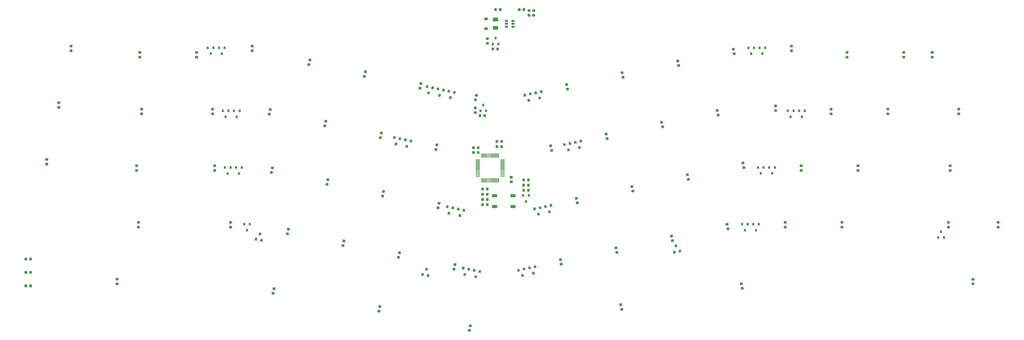
<source format=gbr>
G04 #@! TF.GenerationSoftware,KiCad,Pcbnew,(5.1.4)-1*
G04 #@! TF.CreationDate,2020-08-25T23:55:16+08:00*
G04 #@! TF.ProjectId,Cordillera,436f7264-696c-46c6-9572-612e6b696361,rev?*
G04 #@! TF.SameCoordinates,Original*
G04 #@! TF.FileFunction,Paste,Bot*
G04 #@! TF.FilePolarity,Positive*
%FSLAX46Y46*%
G04 Gerber Fmt 4.6, Leading zero omitted, Abs format (unit mm)*
G04 Created by KiCad (PCBNEW (5.1.4)-1) date 2020-08-25 23:55:16*
%MOMM*%
%LPD*%
G04 APERTURE LIST*
%ADD10C,0.100000*%
%ADD11C,0.875000*%
%ADD12R,1.060000X0.650000*%
%ADD13R,1.200000X0.900000*%
%ADD14R,0.800000X0.900000*%
%ADD15C,0.800000*%
%ADD16C,0.300000*%
%ADD17R,1.800000X1.100000*%
%ADD18C,1.250000*%
G04 APERTURE END LIST*
D10*
G36*
X150502688Y-52596054D02*
G01*
X150523923Y-52599204D01*
X150544747Y-52604420D01*
X150564959Y-52611652D01*
X150584365Y-52620831D01*
X150602778Y-52631867D01*
X150620021Y-52644655D01*
X150635927Y-52659071D01*
X150650343Y-52674977D01*
X150663131Y-52692220D01*
X150674167Y-52710633D01*
X150683346Y-52730039D01*
X150690578Y-52750251D01*
X150695794Y-52771075D01*
X150698944Y-52792310D01*
X150699997Y-52813751D01*
X150699997Y-53326251D01*
X150698944Y-53347692D01*
X150695794Y-53368927D01*
X150690578Y-53389751D01*
X150683346Y-53409963D01*
X150674167Y-53429369D01*
X150663131Y-53447782D01*
X150650343Y-53465025D01*
X150635927Y-53480931D01*
X150620021Y-53495347D01*
X150602778Y-53508135D01*
X150584365Y-53519171D01*
X150564959Y-53528350D01*
X150544747Y-53535582D01*
X150523923Y-53540798D01*
X150502688Y-53543948D01*
X150481247Y-53545001D01*
X150043747Y-53545001D01*
X150022306Y-53543948D01*
X150001071Y-53540798D01*
X149980247Y-53535582D01*
X149960035Y-53528350D01*
X149940629Y-53519171D01*
X149922216Y-53508135D01*
X149904973Y-53495347D01*
X149889067Y-53480931D01*
X149874651Y-53465025D01*
X149861863Y-53447782D01*
X149850827Y-53429369D01*
X149841648Y-53409963D01*
X149834416Y-53389751D01*
X149829200Y-53368927D01*
X149826050Y-53347692D01*
X149824997Y-53326251D01*
X149824997Y-52813751D01*
X149826050Y-52792310D01*
X149829200Y-52771075D01*
X149834416Y-52750251D01*
X149841648Y-52730039D01*
X149850827Y-52710633D01*
X149861863Y-52692220D01*
X149874651Y-52674977D01*
X149889067Y-52659071D01*
X149904973Y-52644655D01*
X149922216Y-52631867D01*
X149940629Y-52620831D01*
X149960035Y-52611652D01*
X149980247Y-52604420D01*
X150001071Y-52599204D01*
X150022306Y-52596054D01*
X150043747Y-52595001D01*
X150481247Y-52595001D01*
X150502688Y-52596054D01*
X150502688Y-52596054D01*
G37*
D11*
X150262497Y-53070001D03*
D10*
G36*
X152077688Y-52596054D02*
G01*
X152098923Y-52599204D01*
X152119747Y-52604420D01*
X152139959Y-52611652D01*
X152159365Y-52620831D01*
X152177778Y-52631867D01*
X152195021Y-52644655D01*
X152210927Y-52659071D01*
X152225343Y-52674977D01*
X152238131Y-52692220D01*
X152249167Y-52710633D01*
X152258346Y-52730039D01*
X152265578Y-52750251D01*
X152270794Y-52771075D01*
X152273944Y-52792310D01*
X152274997Y-52813751D01*
X152274997Y-53326251D01*
X152273944Y-53347692D01*
X152270794Y-53368927D01*
X152265578Y-53389751D01*
X152258346Y-53409963D01*
X152249167Y-53429369D01*
X152238131Y-53447782D01*
X152225343Y-53465025D01*
X152210927Y-53480931D01*
X152195021Y-53495347D01*
X152177778Y-53508135D01*
X152159365Y-53519171D01*
X152139959Y-53528350D01*
X152119747Y-53535582D01*
X152098923Y-53540798D01*
X152077688Y-53543948D01*
X152056247Y-53545001D01*
X151618747Y-53545001D01*
X151597306Y-53543948D01*
X151576071Y-53540798D01*
X151555247Y-53535582D01*
X151535035Y-53528350D01*
X151515629Y-53519171D01*
X151497216Y-53508135D01*
X151479973Y-53495347D01*
X151464067Y-53480931D01*
X151449651Y-53465025D01*
X151436863Y-53447782D01*
X151425827Y-53429369D01*
X151416648Y-53409963D01*
X151409416Y-53389751D01*
X151404200Y-53368927D01*
X151401050Y-53347692D01*
X151399997Y-53326251D01*
X151399997Y-52813751D01*
X151401050Y-52792310D01*
X151404200Y-52771075D01*
X151409416Y-52750251D01*
X151416648Y-52730039D01*
X151425827Y-52710633D01*
X151436863Y-52692220D01*
X151449651Y-52674977D01*
X151464067Y-52659071D01*
X151479973Y-52644655D01*
X151497216Y-52631867D01*
X151515629Y-52620831D01*
X151535035Y-52611652D01*
X151555247Y-52604420D01*
X151576071Y-52599204D01*
X151597306Y-52596054D01*
X151618747Y-52595001D01*
X152056247Y-52595001D01*
X152077688Y-52596054D01*
X152077688Y-52596054D01*
G37*
D11*
X151837497Y-53070001D03*
D10*
G36*
X149642684Y-27916054D02*
G01*
X149663919Y-27919204D01*
X149684743Y-27924420D01*
X149704955Y-27931652D01*
X149724361Y-27940831D01*
X149742774Y-27951867D01*
X149760017Y-27964655D01*
X149775923Y-27979071D01*
X149790339Y-27994977D01*
X149803127Y-28012220D01*
X149814163Y-28030633D01*
X149823342Y-28050039D01*
X149830574Y-28070251D01*
X149835790Y-28091075D01*
X149838940Y-28112310D01*
X149839993Y-28133751D01*
X149839993Y-28646251D01*
X149838940Y-28667692D01*
X149835790Y-28688927D01*
X149830574Y-28709751D01*
X149823342Y-28729963D01*
X149814163Y-28749369D01*
X149803127Y-28767782D01*
X149790339Y-28785025D01*
X149775923Y-28800931D01*
X149760017Y-28815347D01*
X149742774Y-28828135D01*
X149724361Y-28839171D01*
X149704955Y-28848350D01*
X149684743Y-28855582D01*
X149663919Y-28860798D01*
X149642684Y-28863948D01*
X149621243Y-28865001D01*
X149183743Y-28865001D01*
X149162302Y-28863948D01*
X149141067Y-28860798D01*
X149120243Y-28855582D01*
X149100031Y-28848350D01*
X149080625Y-28839171D01*
X149062212Y-28828135D01*
X149044969Y-28815347D01*
X149029063Y-28800931D01*
X149014647Y-28785025D01*
X149001859Y-28767782D01*
X148990823Y-28749369D01*
X148981644Y-28729963D01*
X148974412Y-28709751D01*
X148969196Y-28688927D01*
X148966046Y-28667692D01*
X148964993Y-28646251D01*
X148964993Y-28133751D01*
X148966046Y-28112310D01*
X148969196Y-28091075D01*
X148974412Y-28070251D01*
X148981644Y-28050039D01*
X148990823Y-28030633D01*
X149001859Y-28012220D01*
X149014647Y-27994977D01*
X149029063Y-27979071D01*
X149044969Y-27964655D01*
X149062212Y-27951867D01*
X149080625Y-27940831D01*
X149100031Y-27931652D01*
X149120243Y-27924420D01*
X149141067Y-27919204D01*
X149162302Y-27916054D01*
X149183743Y-27915001D01*
X149621243Y-27915001D01*
X149642684Y-27916054D01*
X149642684Y-27916054D01*
G37*
D11*
X149402493Y-28390001D03*
D10*
G36*
X151217684Y-27916054D02*
G01*
X151238919Y-27919204D01*
X151259743Y-27924420D01*
X151279955Y-27931652D01*
X151299361Y-27940831D01*
X151317774Y-27951867D01*
X151335017Y-27964655D01*
X151350923Y-27979071D01*
X151365339Y-27994977D01*
X151378127Y-28012220D01*
X151389163Y-28030633D01*
X151398342Y-28050039D01*
X151405574Y-28070251D01*
X151410790Y-28091075D01*
X151413940Y-28112310D01*
X151414993Y-28133751D01*
X151414993Y-28646251D01*
X151413940Y-28667692D01*
X151410790Y-28688927D01*
X151405574Y-28709751D01*
X151398342Y-28729963D01*
X151389163Y-28749369D01*
X151378127Y-28767782D01*
X151365339Y-28785025D01*
X151350923Y-28800931D01*
X151335017Y-28815347D01*
X151317774Y-28828135D01*
X151299361Y-28839171D01*
X151279955Y-28848350D01*
X151259743Y-28855582D01*
X151238919Y-28860798D01*
X151217684Y-28863948D01*
X151196243Y-28865001D01*
X150758743Y-28865001D01*
X150737302Y-28863948D01*
X150716067Y-28860798D01*
X150695243Y-28855582D01*
X150675031Y-28848350D01*
X150655625Y-28839171D01*
X150637212Y-28828135D01*
X150619969Y-28815347D01*
X150604063Y-28800931D01*
X150589647Y-28785025D01*
X150576859Y-28767782D01*
X150565823Y-28749369D01*
X150556644Y-28729963D01*
X150549412Y-28709751D01*
X150544196Y-28688927D01*
X150541046Y-28667692D01*
X150539993Y-28646251D01*
X150539993Y-28133751D01*
X150541046Y-28112310D01*
X150544196Y-28091075D01*
X150549412Y-28070251D01*
X150556644Y-28050039D01*
X150565823Y-28030633D01*
X150576859Y-28012220D01*
X150589647Y-27994977D01*
X150604063Y-27979071D01*
X150619969Y-27964655D01*
X150637212Y-27951867D01*
X150655625Y-27940831D01*
X150675031Y-27931652D01*
X150695243Y-27924420D01*
X150716067Y-27919204D01*
X150737302Y-27916054D01*
X150758743Y-27915001D01*
X151196243Y-27915001D01*
X151217684Y-27916054D01*
X151217684Y-27916054D01*
G37*
D11*
X150977493Y-28390001D03*
D10*
G36*
X148100281Y-26951445D02*
G01*
X148121516Y-26954595D01*
X148142340Y-26959811D01*
X148162552Y-26967043D01*
X148181958Y-26976222D01*
X148200371Y-26987258D01*
X148217614Y-27000046D01*
X148233520Y-27014462D01*
X148247936Y-27030368D01*
X148260724Y-27047611D01*
X148271760Y-27066024D01*
X148280939Y-27085430D01*
X148288171Y-27105642D01*
X148293387Y-27126466D01*
X148296537Y-27147701D01*
X148297590Y-27169142D01*
X148297590Y-27606642D01*
X148296537Y-27628083D01*
X148293387Y-27649318D01*
X148288171Y-27670142D01*
X148280939Y-27690354D01*
X148271760Y-27709760D01*
X148260724Y-27728173D01*
X148247936Y-27745416D01*
X148233520Y-27761322D01*
X148217614Y-27775738D01*
X148200371Y-27788526D01*
X148181958Y-27799562D01*
X148162552Y-27808741D01*
X148142340Y-27815973D01*
X148121516Y-27821189D01*
X148100281Y-27824339D01*
X148078840Y-27825392D01*
X147566340Y-27825392D01*
X147544899Y-27824339D01*
X147523664Y-27821189D01*
X147502840Y-27815973D01*
X147482628Y-27808741D01*
X147463222Y-27799562D01*
X147444809Y-27788526D01*
X147427566Y-27775738D01*
X147411660Y-27761322D01*
X147397244Y-27745416D01*
X147384456Y-27728173D01*
X147373420Y-27709760D01*
X147364241Y-27690354D01*
X147357009Y-27670142D01*
X147351793Y-27649318D01*
X147348643Y-27628083D01*
X147347590Y-27606642D01*
X147347590Y-27169142D01*
X147348643Y-27147701D01*
X147351793Y-27126466D01*
X147357009Y-27105642D01*
X147364241Y-27085430D01*
X147373420Y-27066024D01*
X147384456Y-27047611D01*
X147397244Y-27030368D01*
X147411660Y-27014462D01*
X147427566Y-27000046D01*
X147444809Y-26987258D01*
X147463222Y-26976222D01*
X147482628Y-26967043D01*
X147502840Y-26959811D01*
X147523664Y-26954595D01*
X147544899Y-26951445D01*
X147566340Y-26950392D01*
X148078840Y-26950392D01*
X148100281Y-26951445D01*
X148100281Y-26951445D01*
G37*
D11*
X147822590Y-27387892D03*
D10*
G36*
X148100281Y-25376445D02*
G01*
X148121516Y-25379595D01*
X148142340Y-25384811D01*
X148162552Y-25392043D01*
X148181958Y-25401222D01*
X148200371Y-25412258D01*
X148217614Y-25425046D01*
X148233520Y-25439462D01*
X148247936Y-25455368D01*
X148260724Y-25472611D01*
X148271760Y-25491024D01*
X148280939Y-25510430D01*
X148288171Y-25530642D01*
X148293387Y-25551466D01*
X148296537Y-25572701D01*
X148297590Y-25594142D01*
X148297590Y-26031642D01*
X148296537Y-26053083D01*
X148293387Y-26074318D01*
X148288171Y-26095142D01*
X148280939Y-26115354D01*
X148271760Y-26134760D01*
X148260724Y-26153173D01*
X148247936Y-26170416D01*
X148233520Y-26186322D01*
X148217614Y-26200738D01*
X148200371Y-26213526D01*
X148181958Y-26224562D01*
X148162552Y-26233741D01*
X148142340Y-26240973D01*
X148121516Y-26246189D01*
X148100281Y-26249339D01*
X148078840Y-26250392D01*
X147566340Y-26250392D01*
X147544899Y-26249339D01*
X147523664Y-26246189D01*
X147502840Y-26240973D01*
X147482628Y-26233741D01*
X147463222Y-26224562D01*
X147444809Y-26213526D01*
X147427566Y-26200738D01*
X147411660Y-26186322D01*
X147397244Y-26170416D01*
X147384456Y-26153173D01*
X147373420Y-26134760D01*
X147364241Y-26115354D01*
X147357009Y-26095142D01*
X147351793Y-26074318D01*
X147348643Y-26053083D01*
X147347590Y-26031642D01*
X147347590Y-25594142D01*
X147348643Y-25572701D01*
X147351793Y-25551466D01*
X147357009Y-25530642D01*
X147364241Y-25510430D01*
X147373420Y-25491024D01*
X147384456Y-25472611D01*
X147397244Y-25455368D01*
X147411660Y-25439462D01*
X147427566Y-25425046D01*
X147444809Y-25412258D01*
X147463222Y-25401222D01*
X147482628Y-25392043D01*
X147502840Y-25384811D01*
X147523664Y-25379595D01*
X147544899Y-25376445D01*
X147566340Y-25375392D01*
X148078840Y-25375392D01*
X148100281Y-25376445D01*
X148100281Y-25376445D01*
G37*
D11*
X147822590Y-25812892D03*
D12*
X158269994Y2492501D03*
X158269994Y3442501D03*
X158269994Y1542501D03*
X160469994Y1542501D03*
X160469994Y2492501D03*
X160469994Y3442501D03*
D10*
G36*
X152135189Y-2076052D02*
G01*
X152156424Y-2079202D01*
X152177248Y-2084418D01*
X152197460Y-2091650D01*
X152216866Y-2100829D01*
X152235279Y-2111865D01*
X152252522Y-2124653D01*
X152268428Y-2139069D01*
X152282844Y-2154975D01*
X152295632Y-2172218D01*
X152306668Y-2190631D01*
X152315847Y-2210037D01*
X152323079Y-2230249D01*
X152328295Y-2251073D01*
X152331445Y-2272308D01*
X152332498Y-2293749D01*
X152332498Y-2731249D01*
X152331445Y-2752690D01*
X152328295Y-2773925D01*
X152323079Y-2794749D01*
X152315847Y-2814961D01*
X152306668Y-2834367D01*
X152295632Y-2852780D01*
X152282844Y-2870023D01*
X152268428Y-2885929D01*
X152252522Y-2900345D01*
X152235279Y-2913133D01*
X152216866Y-2924169D01*
X152197460Y-2933348D01*
X152177248Y-2940580D01*
X152156424Y-2945796D01*
X152135189Y-2948946D01*
X152113748Y-2949999D01*
X151601248Y-2949999D01*
X151579807Y-2948946D01*
X151558572Y-2945796D01*
X151537748Y-2940580D01*
X151517536Y-2933348D01*
X151498130Y-2924169D01*
X151479717Y-2913133D01*
X151462474Y-2900345D01*
X151446568Y-2885929D01*
X151432152Y-2870023D01*
X151419364Y-2852780D01*
X151408328Y-2834367D01*
X151399149Y-2814961D01*
X151391917Y-2794749D01*
X151386701Y-2773925D01*
X151383551Y-2752690D01*
X151382498Y-2731249D01*
X151382498Y-2293749D01*
X151383551Y-2272308D01*
X151386701Y-2251073D01*
X151391917Y-2230249D01*
X151399149Y-2210037D01*
X151408328Y-2190631D01*
X151419364Y-2172218D01*
X151432152Y-2154975D01*
X151446568Y-2139069D01*
X151462474Y-2124653D01*
X151479717Y-2111865D01*
X151498130Y-2100829D01*
X151517536Y-2091650D01*
X151537748Y-2084418D01*
X151558572Y-2079202D01*
X151579807Y-2076052D01*
X151601248Y-2074999D01*
X152113748Y-2074999D01*
X152135189Y-2076052D01*
X152135189Y-2076052D01*
G37*
D11*
X151857498Y-2512499D03*
D10*
G36*
X152135189Y-3651052D02*
G01*
X152156424Y-3654202D01*
X152177248Y-3659418D01*
X152197460Y-3666650D01*
X152216866Y-3675829D01*
X152235279Y-3686865D01*
X152252522Y-3699653D01*
X152268428Y-3714069D01*
X152282844Y-3729975D01*
X152295632Y-3747218D01*
X152306668Y-3765631D01*
X152315847Y-3785037D01*
X152323079Y-3805249D01*
X152328295Y-3826073D01*
X152331445Y-3847308D01*
X152332498Y-3868749D01*
X152332498Y-4306249D01*
X152331445Y-4327690D01*
X152328295Y-4348925D01*
X152323079Y-4369749D01*
X152315847Y-4389961D01*
X152306668Y-4409367D01*
X152295632Y-4427780D01*
X152282844Y-4445023D01*
X152268428Y-4460929D01*
X152252522Y-4475345D01*
X152235279Y-4488133D01*
X152216866Y-4499169D01*
X152197460Y-4508348D01*
X152177248Y-4515580D01*
X152156424Y-4520796D01*
X152135189Y-4523946D01*
X152113748Y-4524999D01*
X151601248Y-4524999D01*
X151579807Y-4523946D01*
X151558572Y-4520796D01*
X151537748Y-4515580D01*
X151517536Y-4508348D01*
X151498130Y-4499169D01*
X151479717Y-4488133D01*
X151462474Y-4475345D01*
X151446568Y-4460929D01*
X151432152Y-4445023D01*
X151419364Y-4427780D01*
X151408328Y-4409367D01*
X151399149Y-4389961D01*
X151391917Y-4369749D01*
X151386701Y-4348925D01*
X151383551Y-4327690D01*
X151382498Y-4306249D01*
X151382498Y-3868749D01*
X151383551Y-3847308D01*
X151386701Y-3826073D01*
X151391917Y-3805249D01*
X151399149Y-3785037D01*
X151408328Y-3765631D01*
X151419364Y-3747218D01*
X151432152Y-3729975D01*
X151446568Y-3714069D01*
X151462474Y-3699653D01*
X151479717Y-3686865D01*
X151498130Y-3675829D01*
X151517536Y-3666650D01*
X151537748Y-3659418D01*
X151558572Y-3654202D01*
X151579807Y-3651052D01*
X151601248Y-3649999D01*
X152113748Y-3649999D01*
X152135189Y-3651052D01*
X152135189Y-3651052D01*
G37*
D11*
X151857498Y-4087499D03*
D10*
G36*
X164282686Y-51286052D02*
G01*
X164303921Y-51289202D01*
X164324745Y-51294418D01*
X164344957Y-51301650D01*
X164364363Y-51310829D01*
X164382776Y-51321865D01*
X164400019Y-51334653D01*
X164415925Y-51349069D01*
X164430341Y-51364975D01*
X164443129Y-51382218D01*
X164454165Y-51400631D01*
X164463344Y-51420037D01*
X164470576Y-51440249D01*
X164475792Y-51461073D01*
X164478942Y-51482308D01*
X164479995Y-51503749D01*
X164479995Y-52016249D01*
X164478942Y-52037690D01*
X164475792Y-52058925D01*
X164470576Y-52079749D01*
X164463344Y-52099961D01*
X164454165Y-52119367D01*
X164443129Y-52137780D01*
X164430341Y-52155023D01*
X164415925Y-52170929D01*
X164400019Y-52185345D01*
X164382776Y-52198133D01*
X164364363Y-52209169D01*
X164344957Y-52218348D01*
X164324745Y-52225580D01*
X164303921Y-52230796D01*
X164282686Y-52233946D01*
X164261245Y-52234999D01*
X163823745Y-52234999D01*
X163802304Y-52233946D01*
X163781069Y-52230796D01*
X163760245Y-52225580D01*
X163740033Y-52218348D01*
X163720627Y-52209169D01*
X163702214Y-52198133D01*
X163684971Y-52185345D01*
X163669065Y-52170929D01*
X163654649Y-52155023D01*
X163641861Y-52137780D01*
X163630825Y-52119367D01*
X163621646Y-52099961D01*
X163614414Y-52079749D01*
X163609198Y-52058925D01*
X163606048Y-52037690D01*
X163604995Y-52016249D01*
X163604995Y-51503749D01*
X163606048Y-51482308D01*
X163609198Y-51461073D01*
X163614414Y-51440249D01*
X163621646Y-51420037D01*
X163630825Y-51400631D01*
X163641861Y-51382218D01*
X163654649Y-51364975D01*
X163669065Y-51349069D01*
X163684971Y-51334653D01*
X163702214Y-51321865D01*
X163720627Y-51310829D01*
X163740033Y-51301650D01*
X163760245Y-51294418D01*
X163781069Y-51289202D01*
X163802304Y-51286052D01*
X163823745Y-51284999D01*
X164261245Y-51284999D01*
X164282686Y-51286052D01*
X164282686Y-51286052D01*
G37*
D11*
X164042495Y-51759999D03*
D10*
G36*
X165857686Y-51286052D02*
G01*
X165878921Y-51289202D01*
X165899745Y-51294418D01*
X165919957Y-51301650D01*
X165939363Y-51310829D01*
X165957776Y-51321865D01*
X165975019Y-51334653D01*
X165990925Y-51349069D01*
X166005341Y-51364975D01*
X166018129Y-51382218D01*
X166029165Y-51400631D01*
X166038344Y-51420037D01*
X166045576Y-51440249D01*
X166050792Y-51461073D01*
X166053942Y-51482308D01*
X166054995Y-51503749D01*
X166054995Y-52016249D01*
X166053942Y-52037690D01*
X166050792Y-52058925D01*
X166045576Y-52079749D01*
X166038344Y-52099961D01*
X166029165Y-52119367D01*
X166018129Y-52137780D01*
X166005341Y-52155023D01*
X165990925Y-52170929D01*
X165975019Y-52185345D01*
X165957776Y-52198133D01*
X165939363Y-52209169D01*
X165919957Y-52218348D01*
X165899745Y-52225580D01*
X165878921Y-52230796D01*
X165857686Y-52233946D01*
X165836245Y-52234999D01*
X165398745Y-52234999D01*
X165377304Y-52233946D01*
X165356069Y-52230796D01*
X165335245Y-52225580D01*
X165315033Y-52218348D01*
X165295627Y-52209169D01*
X165277214Y-52198133D01*
X165259971Y-52185345D01*
X165244065Y-52170929D01*
X165229649Y-52155023D01*
X165216861Y-52137780D01*
X165205825Y-52119367D01*
X165196646Y-52099961D01*
X165189414Y-52079749D01*
X165184198Y-52058925D01*
X165181048Y-52037690D01*
X165179995Y-52016249D01*
X165179995Y-51503749D01*
X165181048Y-51482308D01*
X165184198Y-51461073D01*
X165189414Y-51440249D01*
X165196646Y-51420037D01*
X165205825Y-51400631D01*
X165216861Y-51382218D01*
X165229649Y-51364975D01*
X165244065Y-51349069D01*
X165259971Y-51334653D01*
X165277214Y-51321865D01*
X165295627Y-51310829D01*
X165315033Y-51301650D01*
X165335245Y-51294418D01*
X165356069Y-51289202D01*
X165377304Y-51286052D01*
X165398745Y-51284999D01*
X165836245Y-51284999D01*
X165857686Y-51286052D01*
X165857686Y-51286052D01*
G37*
D11*
X165617495Y-51759999D03*
D10*
G36*
X150502688Y-56096055D02*
G01*
X150523923Y-56099205D01*
X150544747Y-56104421D01*
X150564959Y-56111653D01*
X150584365Y-56120832D01*
X150602778Y-56131868D01*
X150620021Y-56144656D01*
X150635927Y-56159072D01*
X150650343Y-56174978D01*
X150663131Y-56192221D01*
X150674167Y-56210634D01*
X150683346Y-56230040D01*
X150690578Y-56250252D01*
X150695794Y-56271076D01*
X150698944Y-56292311D01*
X150699997Y-56313752D01*
X150699997Y-56826252D01*
X150698944Y-56847693D01*
X150695794Y-56868928D01*
X150690578Y-56889752D01*
X150683346Y-56909964D01*
X150674167Y-56929370D01*
X150663131Y-56947783D01*
X150650343Y-56965026D01*
X150635927Y-56980932D01*
X150620021Y-56995348D01*
X150602778Y-57008136D01*
X150584365Y-57019172D01*
X150564959Y-57028351D01*
X150544747Y-57035583D01*
X150523923Y-57040799D01*
X150502688Y-57043949D01*
X150481247Y-57045002D01*
X150043747Y-57045002D01*
X150022306Y-57043949D01*
X150001071Y-57040799D01*
X149980247Y-57035583D01*
X149960035Y-57028351D01*
X149940629Y-57019172D01*
X149922216Y-57008136D01*
X149904973Y-56995348D01*
X149889067Y-56980932D01*
X149874651Y-56965026D01*
X149861863Y-56947783D01*
X149850827Y-56929370D01*
X149841648Y-56909964D01*
X149834416Y-56889752D01*
X149829200Y-56868928D01*
X149826050Y-56847693D01*
X149824997Y-56826252D01*
X149824997Y-56313752D01*
X149826050Y-56292311D01*
X149829200Y-56271076D01*
X149834416Y-56250252D01*
X149841648Y-56230040D01*
X149850827Y-56210634D01*
X149861863Y-56192221D01*
X149874651Y-56174978D01*
X149889067Y-56159072D01*
X149904973Y-56144656D01*
X149922216Y-56131868D01*
X149940629Y-56120832D01*
X149960035Y-56111653D01*
X149980247Y-56104421D01*
X150001071Y-56099205D01*
X150022306Y-56096055D01*
X150043747Y-56095002D01*
X150481247Y-56095002D01*
X150502688Y-56096055D01*
X150502688Y-56096055D01*
G37*
D11*
X150262497Y-56570002D03*
D10*
G36*
X152077688Y-56096055D02*
G01*
X152098923Y-56099205D01*
X152119747Y-56104421D01*
X152139959Y-56111653D01*
X152159365Y-56120832D01*
X152177778Y-56131868D01*
X152195021Y-56144656D01*
X152210927Y-56159072D01*
X152225343Y-56174978D01*
X152238131Y-56192221D01*
X152249167Y-56210634D01*
X152258346Y-56230040D01*
X152265578Y-56250252D01*
X152270794Y-56271076D01*
X152273944Y-56292311D01*
X152274997Y-56313752D01*
X152274997Y-56826252D01*
X152273944Y-56847693D01*
X152270794Y-56868928D01*
X152265578Y-56889752D01*
X152258346Y-56909964D01*
X152249167Y-56929370D01*
X152238131Y-56947783D01*
X152225343Y-56965026D01*
X152210927Y-56980932D01*
X152195021Y-56995348D01*
X152177778Y-57008136D01*
X152159365Y-57019172D01*
X152139959Y-57028351D01*
X152119747Y-57035583D01*
X152098923Y-57040799D01*
X152077688Y-57043949D01*
X152056247Y-57045002D01*
X151618747Y-57045002D01*
X151597306Y-57043949D01*
X151576071Y-57040799D01*
X151555247Y-57035583D01*
X151535035Y-57028351D01*
X151515629Y-57019172D01*
X151497216Y-57008136D01*
X151479973Y-56995348D01*
X151464067Y-56980932D01*
X151449651Y-56965026D01*
X151436863Y-56947783D01*
X151425827Y-56929370D01*
X151416648Y-56909964D01*
X151409416Y-56889752D01*
X151404200Y-56868928D01*
X151401050Y-56847693D01*
X151399997Y-56826252D01*
X151399997Y-56313752D01*
X151401050Y-56292311D01*
X151404200Y-56271076D01*
X151409416Y-56250252D01*
X151416648Y-56230040D01*
X151425827Y-56210634D01*
X151436863Y-56192221D01*
X151449651Y-56174978D01*
X151464067Y-56159072D01*
X151479973Y-56144656D01*
X151497216Y-56131868D01*
X151515629Y-56120832D01*
X151535035Y-56111653D01*
X151555247Y-56104421D01*
X151576071Y-56099205D01*
X151597306Y-56096055D01*
X151618747Y-56095002D01*
X152056247Y-56095002D01*
X152077688Y-56096055D01*
X152077688Y-56096055D01*
G37*
D11*
X151837497Y-56570002D03*
D10*
G36*
X153952689Y-5536053D02*
G01*
X153973924Y-5539203D01*
X153994748Y-5544419D01*
X154014960Y-5551651D01*
X154034366Y-5560830D01*
X154052779Y-5571866D01*
X154070022Y-5584654D01*
X154085928Y-5599070D01*
X154100344Y-5614976D01*
X154113132Y-5632219D01*
X154124168Y-5650632D01*
X154133347Y-5670038D01*
X154140579Y-5690250D01*
X154145795Y-5711074D01*
X154148945Y-5732309D01*
X154149998Y-5753750D01*
X154149998Y-6266250D01*
X154148945Y-6287691D01*
X154145795Y-6308926D01*
X154140579Y-6329750D01*
X154133347Y-6349962D01*
X154124168Y-6369368D01*
X154113132Y-6387781D01*
X154100344Y-6405024D01*
X154085928Y-6420930D01*
X154070022Y-6435346D01*
X154052779Y-6448134D01*
X154034366Y-6459170D01*
X154014960Y-6468349D01*
X153994748Y-6475581D01*
X153973924Y-6480797D01*
X153952689Y-6483947D01*
X153931248Y-6485000D01*
X153493748Y-6485000D01*
X153472307Y-6483947D01*
X153451072Y-6480797D01*
X153430248Y-6475581D01*
X153410036Y-6468349D01*
X153390630Y-6459170D01*
X153372217Y-6448134D01*
X153354974Y-6435346D01*
X153339068Y-6420930D01*
X153324652Y-6405024D01*
X153311864Y-6387781D01*
X153300828Y-6369368D01*
X153291649Y-6349962D01*
X153284417Y-6329750D01*
X153279201Y-6308926D01*
X153276051Y-6287691D01*
X153274998Y-6266250D01*
X153274998Y-5753750D01*
X153276051Y-5732309D01*
X153279201Y-5711074D01*
X153284417Y-5690250D01*
X153291649Y-5670038D01*
X153300828Y-5650632D01*
X153311864Y-5632219D01*
X153324652Y-5614976D01*
X153339068Y-5599070D01*
X153354974Y-5584654D01*
X153372217Y-5571866D01*
X153390630Y-5560830D01*
X153410036Y-5551651D01*
X153430248Y-5544419D01*
X153451072Y-5539203D01*
X153472307Y-5536053D01*
X153493748Y-5535000D01*
X153931248Y-5535000D01*
X153952689Y-5536053D01*
X153952689Y-5536053D01*
G37*
D11*
X153712498Y-6010000D03*
D10*
G36*
X155527689Y-5536053D02*
G01*
X155548924Y-5539203D01*
X155569748Y-5544419D01*
X155589960Y-5551651D01*
X155609366Y-5560830D01*
X155627779Y-5571866D01*
X155645022Y-5584654D01*
X155660928Y-5599070D01*
X155675344Y-5614976D01*
X155688132Y-5632219D01*
X155699168Y-5650632D01*
X155708347Y-5670038D01*
X155715579Y-5690250D01*
X155720795Y-5711074D01*
X155723945Y-5732309D01*
X155724998Y-5753750D01*
X155724998Y-6266250D01*
X155723945Y-6287691D01*
X155720795Y-6308926D01*
X155715579Y-6329750D01*
X155708347Y-6349962D01*
X155699168Y-6369368D01*
X155688132Y-6387781D01*
X155675344Y-6405024D01*
X155660928Y-6420930D01*
X155645022Y-6435346D01*
X155627779Y-6448134D01*
X155609366Y-6459170D01*
X155589960Y-6468349D01*
X155569748Y-6475581D01*
X155548924Y-6480797D01*
X155527689Y-6483947D01*
X155506248Y-6485000D01*
X155068748Y-6485000D01*
X155047307Y-6483947D01*
X155026072Y-6480797D01*
X155005248Y-6475581D01*
X154985036Y-6468349D01*
X154965630Y-6459170D01*
X154947217Y-6448134D01*
X154929974Y-6435346D01*
X154914068Y-6420930D01*
X154899652Y-6405024D01*
X154886864Y-6387781D01*
X154875828Y-6369368D01*
X154866649Y-6349962D01*
X154859417Y-6329750D01*
X154854201Y-6308926D01*
X154851051Y-6287691D01*
X154849998Y-6266250D01*
X154849998Y-5753750D01*
X154851051Y-5732309D01*
X154854201Y-5711074D01*
X154859417Y-5690250D01*
X154866649Y-5670038D01*
X154875828Y-5650632D01*
X154886864Y-5632219D01*
X154899652Y-5614976D01*
X154914068Y-5599070D01*
X154929974Y-5584654D01*
X154947217Y-5571866D01*
X154965630Y-5560830D01*
X154985036Y-5551651D01*
X155005248Y-5544419D01*
X155026072Y-5539203D01*
X155047307Y-5536053D01*
X155068748Y-5535000D01*
X155506248Y-5535000D01*
X155527689Y-5536053D01*
X155527689Y-5536053D01*
G37*
D11*
X155287498Y-6010000D03*
D10*
G36*
X149027684Y-38706054D02*
G01*
X149048919Y-38709204D01*
X149069743Y-38714420D01*
X149089955Y-38721652D01*
X149109361Y-38730831D01*
X149127774Y-38741867D01*
X149145017Y-38754655D01*
X149160923Y-38769071D01*
X149175339Y-38784977D01*
X149188127Y-38802220D01*
X149199163Y-38820633D01*
X149208342Y-38840039D01*
X149215574Y-38860251D01*
X149220790Y-38881075D01*
X149223940Y-38902310D01*
X149224993Y-38923751D01*
X149224993Y-39436251D01*
X149223940Y-39457692D01*
X149220790Y-39478927D01*
X149215574Y-39499751D01*
X149208342Y-39519963D01*
X149199163Y-39539369D01*
X149188127Y-39557782D01*
X149175339Y-39575025D01*
X149160923Y-39590931D01*
X149145017Y-39605347D01*
X149127774Y-39618135D01*
X149109361Y-39629171D01*
X149089955Y-39638350D01*
X149069743Y-39645582D01*
X149048919Y-39650798D01*
X149027684Y-39653948D01*
X149006243Y-39655001D01*
X148568743Y-39655001D01*
X148547302Y-39653948D01*
X148526067Y-39650798D01*
X148505243Y-39645582D01*
X148485031Y-39638350D01*
X148465625Y-39629171D01*
X148447212Y-39618135D01*
X148429969Y-39605347D01*
X148414063Y-39590931D01*
X148399647Y-39575025D01*
X148386859Y-39557782D01*
X148375823Y-39539369D01*
X148366644Y-39519963D01*
X148359412Y-39499751D01*
X148354196Y-39478927D01*
X148351046Y-39457692D01*
X148349993Y-39436251D01*
X148349993Y-38923751D01*
X148351046Y-38902310D01*
X148354196Y-38881075D01*
X148359412Y-38860251D01*
X148366644Y-38840039D01*
X148375823Y-38820633D01*
X148386859Y-38802220D01*
X148399647Y-38784977D01*
X148414063Y-38769071D01*
X148429969Y-38754655D01*
X148447212Y-38741867D01*
X148465625Y-38730831D01*
X148485031Y-38721652D01*
X148505243Y-38714420D01*
X148526067Y-38709204D01*
X148547302Y-38706054D01*
X148568743Y-38705001D01*
X149006243Y-38705001D01*
X149027684Y-38706054D01*
X149027684Y-38706054D01*
G37*
D11*
X148787493Y-39180001D03*
D10*
G36*
X147452684Y-38706054D02*
G01*
X147473919Y-38709204D01*
X147494743Y-38714420D01*
X147514955Y-38721652D01*
X147534361Y-38730831D01*
X147552774Y-38741867D01*
X147570017Y-38754655D01*
X147585923Y-38769071D01*
X147600339Y-38784977D01*
X147613127Y-38802220D01*
X147624163Y-38820633D01*
X147633342Y-38840039D01*
X147640574Y-38860251D01*
X147645790Y-38881075D01*
X147648940Y-38902310D01*
X147649993Y-38923751D01*
X147649993Y-39436251D01*
X147648940Y-39457692D01*
X147645790Y-39478927D01*
X147640574Y-39499751D01*
X147633342Y-39519963D01*
X147624163Y-39539369D01*
X147613127Y-39557782D01*
X147600339Y-39575025D01*
X147585923Y-39590931D01*
X147570017Y-39605347D01*
X147552774Y-39618135D01*
X147534361Y-39629171D01*
X147514955Y-39638350D01*
X147494743Y-39645582D01*
X147473919Y-39650798D01*
X147452684Y-39653948D01*
X147431243Y-39655001D01*
X146993743Y-39655001D01*
X146972302Y-39653948D01*
X146951067Y-39650798D01*
X146930243Y-39645582D01*
X146910031Y-39638350D01*
X146890625Y-39629171D01*
X146872212Y-39618135D01*
X146854969Y-39605347D01*
X146839063Y-39590931D01*
X146824647Y-39575025D01*
X146811859Y-39557782D01*
X146800823Y-39539369D01*
X146791644Y-39519963D01*
X146784412Y-39499751D01*
X146779196Y-39478927D01*
X146776046Y-39457692D01*
X146774993Y-39436251D01*
X146774993Y-38923751D01*
X146776046Y-38902310D01*
X146779196Y-38881075D01*
X146784412Y-38860251D01*
X146791644Y-38840039D01*
X146800823Y-38820633D01*
X146811859Y-38802220D01*
X146824647Y-38784977D01*
X146839063Y-38769071D01*
X146854969Y-38754655D01*
X146872212Y-38741867D01*
X146890625Y-38730831D01*
X146910031Y-38721652D01*
X146930243Y-38714420D01*
X146951067Y-38709204D01*
X146972302Y-38706054D01*
X146993743Y-38705001D01*
X147431243Y-38705001D01*
X147452684Y-38706054D01*
X147452684Y-38706054D01*
G37*
D11*
X147212493Y-39180001D03*
D10*
G36*
X166105187Y5785198D02*
G01*
X166126422Y5782048D01*
X166147246Y5776832D01*
X166167458Y5769600D01*
X166186864Y5760421D01*
X166205277Y5749385D01*
X166222520Y5736597D01*
X166238426Y5722181D01*
X166252842Y5706275D01*
X166265630Y5689032D01*
X166276666Y5670619D01*
X166285845Y5651213D01*
X166293077Y5631001D01*
X166298293Y5610177D01*
X166301443Y5588942D01*
X166302496Y5567501D01*
X166302496Y5130001D01*
X166301443Y5108560D01*
X166298293Y5087325D01*
X166293077Y5066501D01*
X166285845Y5046289D01*
X166276666Y5026883D01*
X166265630Y5008470D01*
X166252842Y4991227D01*
X166238426Y4975321D01*
X166222520Y4960905D01*
X166205277Y4948117D01*
X166186864Y4937081D01*
X166167458Y4927902D01*
X166147246Y4920670D01*
X166126422Y4915454D01*
X166105187Y4912304D01*
X166083746Y4911251D01*
X165571246Y4911251D01*
X165549805Y4912304D01*
X165528570Y4915454D01*
X165507746Y4920670D01*
X165487534Y4927902D01*
X165468128Y4937081D01*
X165449715Y4948117D01*
X165432472Y4960905D01*
X165416566Y4975321D01*
X165402150Y4991227D01*
X165389362Y5008470D01*
X165378326Y5026883D01*
X165369147Y5046289D01*
X165361915Y5066501D01*
X165356699Y5087325D01*
X165353549Y5108560D01*
X165352496Y5130001D01*
X165352496Y5567501D01*
X165353549Y5588942D01*
X165356699Y5610177D01*
X165361915Y5631001D01*
X165369147Y5651213D01*
X165378326Y5670619D01*
X165389362Y5689032D01*
X165402150Y5706275D01*
X165416566Y5722181D01*
X165432472Y5736597D01*
X165449715Y5749385D01*
X165468128Y5760421D01*
X165487534Y5769600D01*
X165507746Y5776832D01*
X165528570Y5782048D01*
X165549805Y5785198D01*
X165571246Y5786251D01*
X166083746Y5786251D01*
X166105187Y5785198D01*
X166105187Y5785198D01*
G37*
D11*
X165827496Y5348751D03*
D10*
G36*
X166105187Y7360198D02*
G01*
X166126422Y7357048D01*
X166147246Y7351832D01*
X166167458Y7344600D01*
X166186864Y7335421D01*
X166205277Y7324385D01*
X166222520Y7311597D01*
X166238426Y7297181D01*
X166252842Y7281275D01*
X166265630Y7264032D01*
X166276666Y7245619D01*
X166285845Y7226213D01*
X166293077Y7206001D01*
X166298293Y7185177D01*
X166301443Y7163942D01*
X166302496Y7142501D01*
X166302496Y6705001D01*
X166301443Y6683560D01*
X166298293Y6662325D01*
X166293077Y6641501D01*
X166285845Y6621289D01*
X166276666Y6601883D01*
X166265630Y6583470D01*
X166252842Y6566227D01*
X166238426Y6550321D01*
X166222520Y6535905D01*
X166205277Y6523117D01*
X166186864Y6512081D01*
X166167458Y6502902D01*
X166147246Y6495670D01*
X166126422Y6490454D01*
X166105187Y6487304D01*
X166083746Y6486251D01*
X165571246Y6486251D01*
X165549805Y6487304D01*
X165528570Y6490454D01*
X165507746Y6495670D01*
X165487534Y6502902D01*
X165468128Y6512081D01*
X165449715Y6523117D01*
X165432472Y6535905D01*
X165416566Y6550321D01*
X165402150Y6566227D01*
X165389362Y6583470D01*
X165378326Y6601883D01*
X165369147Y6621289D01*
X165361915Y6641501D01*
X165356699Y6662325D01*
X165353549Y6683560D01*
X165352496Y6705001D01*
X165352496Y7142501D01*
X165353549Y7163942D01*
X165356699Y7185177D01*
X165361915Y7206001D01*
X165369147Y7226213D01*
X165378326Y7245619D01*
X165389362Y7264032D01*
X165402150Y7281275D01*
X165416566Y7297181D01*
X165432472Y7311597D01*
X165449715Y7324385D01*
X165468128Y7335421D01*
X165487534Y7344600D01*
X165507746Y7351832D01*
X165528570Y7357048D01*
X165549805Y7360198D01*
X165571246Y7361251D01*
X166083746Y7361251D01*
X166105187Y7360198D01*
X166105187Y7360198D01*
G37*
D11*
X165827496Y6923751D03*
D10*
G36*
X156891743Y-36580060D02*
G01*
X156912978Y-36583210D01*
X156933802Y-36588426D01*
X156954014Y-36595658D01*
X156973420Y-36604837D01*
X156991833Y-36615873D01*
X157009076Y-36628661D01*
X157024982Y-36643077D01*
X157039398Y-36658983D01*
X157052186Y-36676226D01*
X157063222Y-36694639D01*
X157072401Y-36714045D01*
X157079633Y-36734257D01*
X157084849Y-36755081D01*
X157087999Y-36776316D01*
X157089052Y-36797757D01*
X157089052Y-37310257D01*
X157087999Y-37331698D01*
X157084849Y-37352933D01*
X157079633Y-37373757D01*
X157072401Y-37393969D01*
X157063222Y-37413375D01*
X157052186Y-37431788D01*
X157039398Y-37449031D01*
X157024982Y-37464937D01*
X157009076Y-37479353D01*
X156991833Y-37492141D01*
X156973420Y-37503177D01*
X156954014Y-37512356D01*
X156933802Y-37519588D01*
X156912978Y-37524804D01*
X156891743Y-37527954D01*
X156870302Y-37529007D01*
X156432802Y-37529007D01*
X156411361Y-37527954D01*
X156390126Y-37524804D01*
X156369302Y-37519588D01*
X156349090Y-37512356D01*
X156329684Y-37503177D01*
X156311271Y-37492141D01*
X156294028Y-37479353D01*
X156278122Y-37464937D01*
X156263706Y-37449031D01*
X156250918Y-37431788D01*
X156239882Y-37413375D01*
X156230703Y-37393969D01*
X156223471Y-37373757D01*
X156218255Y-37352933D01*
X156215105Y-37331698D01*
X156214052Y-37310257D01*
X156214052Y-36797757D01*
X156215105Y-36776316D01*
X156218255Y-36755081D01*
X156223471Y-36734257D01*
X156230703Y-36714045D01*
X156239882Y-36694639D01*
X156250918Y-36676226D01*
X156263706Y-36658983D01*
X156278122Y-36643077D01*
X156294028Y-36628661D01*
X156311271Y-36615873D01*
X156329684Y-36604837D01*
X156349090Y-36595658D01*
X156369302Y-36588426D01*
X156390126Y-36583210D01*
X156411361Y-36580060D01*
X156432802Y-36579007D01*
X156870302Y-36579007D01*
X156891743Y-36580060D01*
X156891743Y-36580060D01*
G37*
D11*
X156651552Y-37054007D03*
D10*
G36*
X155316743Y-36580060D02*
G01*
X155337978Y-36583210D01*
X155358802Y-36588426D01*
X155379014Y-36595658D01*
X155398420Y-36604837D01*
X155416833Y-36615873D01*
X155434076Y-36628661D01*
X155449982Y-36643077D01*
X155464398Y-36658983D01*
X155477186Y-36676226D01*
X155488222Y-36694639D01*
X155497401Y-36714045D01*
X155504633Y-36734257D01*
X155509849Y-36755081D01*
X155512999Y-36776316D01*
X155514052Y-36797757D01*
X155514052Y-37310257D01*
X155512999Y-37331698D01*
X155509849Y-37352933D01*
X155504633Y-37373757D01*
X155497401Y-37393969D01*
X155488222Y-37413375D01*
X155477186Y-37431788D01*
X155464398Y-37449031D01*
X155449982Y-37464937D01*
X155434076Y-37479353D01*
X155416833Y-37492141D01*
X155398420Y-37503177D01*
X155379014Y-37512356D01*
X155358802Y-37519588D01*
X155337978Y-37524804D01*
X155316743Y-37527954D01*
X155295302Y-37529007D01*
X154857802Y-37529007D01*
X154836361Y-37527954D01*
X154815126Y-37524804D01*
X154794302Y-37519588D01*
X154774090Y-37512356D01*
X154754684Y-37503177D01*
X154736271Y-37492141D01*
X154719028Y-37479353D01*
X154703122Y-37464937D01*
X154688706Y-37449031D01*
X154675918Y-37431788D01*
X154664882Y-37413375D01*
X154655703Y-37393969D01*
X154648471Y-37373757D01*
X154643255Y-37352933D01*
X154640105Y-37331698D01*
X154639052Y-37310257D01*
X154639052Y-36797757D01*
X154640105Y-36776316D01*
X154643255Y-36755081D01*
X154648471Y-36734257D01*
X154655703Y-36714045D01*
X154664882Y-36694639D01*
X154675918Y-36676226D01*
X154688706Y-36658983D01*
X154703122Y-36643077D01*
X154719028Y-36628661D01*
X154736271Y-36615873D01*
X154754684Y-36604837D01*
X154774090Y-36595658D01*
X154794302Y-36588426D01*
X154815126Y-36583210D01*
X154836361Y-36580060D01*
X154857802Y-36579007D01*
X155295302Y-36579007D01*
X155316743Y-36580060D01*
X155316743Y-36580060D01*
G37*
D11*
X155076552Y-37054007D03*
D10*
G36*
X160157687Y-50211054D02*
G01*
X160178922Y-50214204D01*
X160199746Y-50219420D01*
X160219958Y-50226652D01*
X160239364Y-50235831D01*
X160257777Y-50246867D01*
X160275020Y-50259655D01*
X160290926Y-50274071D01*
X160305342Y-50289977D01*
X160318130Y-50307220D01*
X160329166Y-50325633D01*
X160338345Y-50345039D01*
X160345577Y-50365251D01*
X160350793Y-50386075D01*
X160353943Y-50407310D01*
X160354996Y-50428751D01*
X160354996Y-50866251D01*
X160353943Y-50887692D01*
X160350793Y-50908927D01*
X160345577Y-50929751D01*
X160338345Y-50949963D01*
X160329166Y-50969369D01*
X160318130Y-50987782D01*
X160305342Y-51005025D01*
X160290926Y-51020931D01*
X160275020Y-51035347D01*
X160257777Y-51048135D01*
X160239364Y-51059171D01*
X160219958Y-51068350D01*
X160199746Y-51075582D01*
X160178922Y-51080798D01*
X160157687Y-51083948D01*
X160136246Y-51085001D01*
X159623746Y-51085001D01*
X159602305Y-51083948D01*
X159581070Y-51080798D01*
X159560246Y-51075582D01*
X159540034Y-51068350D01*
X159520628Y-51059171D01*
X159502215Y-51048135D01*
X159484972Y-51035347D01*
X159469066Y-51020931D01*
X159454650Y-51005025D01*
X159441862Y-50987782D01*
X159430826Y-50969369D01*
X159421647Y-50949963D01*
X159414415Y-50929751D01*
X159409199Y-50908927D01*
X159406049Y-50887692D01*
X159404996Y-50866251D01*
X159404996Y-50428751D01*
X159406049Y-50407310D01*
X159409199Y-50386075D01*
X159414415Y-50365251D01*
X159421647Y-50345039D01*
X159430826Y-50325633D01*
X159441862Y-50307220D01*
X159454650Y-50289977D01*
X159469066Y-50274071D01*
X159484972Y-50259655D01*
X159502215Y-50246867D01*
X159520628Y-50235831D01*
X159540034Y-50226652D01*
X159560246Y-50219420D01*
X159581070Y-50214204D01*
X159602305Y-50211054D01*
X159623746Y-50210001D01*
X160136246Y-50210001D01*
X160157687Y-50211054D01*
X160157687Y-50211054D01*
G37*
D11*
X159879996Y-50647501D03*
D10*
G36*
X160157687Y-48636054D02*
G01*
X160178922Y-48639204D01*
X160199746Y-48644420D01*
X160219958Y-48651652D01*
X160239364Y-48660831D01*
X160257777Y-48671867D01*
X160275020Y-48684655D01*
X160290926Y-48699071D01*
X160305342Y-48714977D01*
X160318130Y-48732220D01*
X160329166Y-48750633D01*
X160338345Y-48770039D01*
X160345577Y-48790251D01*
X160350793Y-48811075D01*
X160353943Y-48832310D01*
X160354996Y-48853751D01*
X160354996Y-49291251D01*
X160353943Y-49312692D01*
X160350793Y-49333927D01*
X160345577Y-49354751D01*
X160338345Y-49374963D01*
X160329166Y-49394369D01*
X160318130Y-49412782D01*
X160305342Y-49430025D01*
X160290926Y-49445931D01*
X160275020Y-49460347D01*
X160257777Y-49473135D01*
X160239364Y-49484171D01*
X160219958Y-49493350D01*
X160199746Y-49500582D01*
X160178922Y-49505798D01*
X160157687Y-49508948D01*
X160136246Y-49510001D01*
X159623746Y-49510001D01*
X159602305Y-49508948D01*
X159581070Y-49505798D01*
X159560246Y-49500582D01*
X159540034Y-49493350D01*
X159520628Y-49484171D01*
X159502215Y-49473135D01*
X159484972Y-49460347D01*
X159469066Y-49445931D01*
X159454650Y-49430025D01*
X159441862Y-49412782D01*
X159430826Y-49394369D01*
X159421647Y-49374963D01*
X159414415Y-49354751D01*
X159409199Y-49333927D01*
X159406049Y-49312692D01*
X159404996Y-49291251D01*
X159404996Y-48853751D01*
X159406049Y-48832310D01*
X159409199Y-48811075D01*
X159414415Y-48790251D01*
X159421647Y-48770039D01*
X159430826Y-48750633D01*
X159441862Y-48732220D01*
X159454650Y-48714977D01*
X159469066Y-48699071D01*
X159484972Y-48684655D01*
X159502215Y-48671867D01*
X159520628Y-48660831D01*
X159540034Y-48651652D01*
X159560246Y-48644420D01*
X159581070Y-48639204D01*
X159602305Y-48636054D01*
X159623746Y-48635001D01*
X160136246Y-48635001D01*
X160157687Y-48636054D01*
X160157687Y-48636054D01*
G37*
D11*
X159879996Y-49072501D03*
D10*
G36*
X150502684Y-54346054D02*
G01*
X150523919Y-54349204D01*
X150544743Y-54354420D01*
X150564955Y-54361652D01*
X150584361Y-54370831D01*
X150602774Y-54381867D01*
X150620017Y-54394655D01*
X150635923Y-54409071D01*
X150650339Y-54424977D01*
X150663127Y-54442220D01*
X150674163Y-54460633D01*
X150683342Y-54480039D01*
X150690574Y-54500251D01*
X150695790Y-54521075D01*
X150698940Y-54542310D01*
X150699993Y-54563751D01*
X150699993Y-55076251D01*
X150698940Y-55097692D01*
X150695790Y-55118927D01*
X150690574Y-55139751D01*
X150683342Y-55159963D01*
X150674163Y-55179369D01*
X150663127Y-55197782D01*
X150650339Y-55215025D01*
X150635923Y-55230931D01*
X150620017Y-55245347D01*
X150602774Y-55258135D01*
X150584361Y-55269171D01*
X150564955Y-55278350D01*
X150544743Y-55285582D01*
X150523919Y-55290798D01*
X150502684Y-55293948D01*
X150481243Y-55295001D01*
X150043743Y-55295001D01*
X150022302Y-55293948D01*
X150001067Y-55290798D01*
X149980243Y-55285582D01*
X149960031Y-55278350D01*
X149940625Y-55269171D01*
X149922212Y-55258135D01*
X149904969Y-55245347D01*
X149889063Y-55230931D01*
X149874647Y-55215025D01*
X149861859Y-55197782D01*
X149850823Y-55179369D01*
X149841644Y-55159963D01*
X149834412Y-55139751D01*
X149829196Y-55118927D01*
X149826046Y-55097692D01*
X149824993Y-55076251D01*
X149824993Y-54563751D01*
X149826046Y-54542310D01*
X149829196Y-54521075D01*
X149834412Y-54500251D01*
X149841644Y-54480039D01*
X149850823Y-54460633D01*
X149861859Y-54442220D01*
X149874647Y-54424977D01*
X149889063Y-54409071D01*
X149904969Y-54394655D01*
X149922212Y-54381867D01*
X149940625Y-54370831D01*
X149960031Y-54361652D01*
X149980243Y-54354420D01*
X150001067Y-54349204D01*
X150022302Y-54346054D01*
X150043743Y-54345001D01*
X150481243Y-54345001D01*
X150502684Y-54346054D01*
X150502684Y-54346054D01*
G37*
D11*
X150262493Y-54820001D03*
D10*
G36*
X152077684Y-54346054D02*
G01*
X152098919Y-54349204D01*
X152119743Y-54354420D01*
X152139955Y-54361652D01*
X152159361Y-54370831D01*
X152177774Y-54381867D01*
X152195017Y-54394655D01*
X152210923Y-54409071D01*
X152225339Y-54424977D01*
X152238127Y-54442220D01*
X152249163Y-54460633D01*
X152258342Y-54480039D01*
X152265574Y-54500251D01*
X152270790Y-54521075D01*
X152273940Y-54542310D01*
X152274993Y-54563751D01*
X152274993Y-55076251D01*
X152273940Y-55097692D01*
X152270790Y-55118927D01*
X152265574Y-55139751D01*
X152258342Y-55159963D01*
X152249163Y-55179369D01*
X152238127Y-55197782D01*
X152225339Y-55215025D01*
X152210923Y-55230931D01*
X152195017Y-55245347D01*
X152177774Y-55258135D01*
X152159361Y-55269171D01*
X152139955Y-55278350D01*
X152119743Y-55285582D01*
X152098919Y-55290798D01*
X152077684Y-55293948D01*
X152056243Y-55295001D01*
X151618743Y-55295001D01*
X151597302Y-55293948D01*
X151576067Y-55290798D01*
X151555243Y-55285582D01*
X151535031Y-55278350D01*
X151515625Y-55269171D01*
X151497212Y-55258135D01*
X151479969Y-55245347D01*
X151464063Y-55230931D01*
X151449647Y-55215025D01*
X151436859Y-55197782D01*
X151425823Y-55179369D01*
X151416644Y-55159963D01*
X151409412Y-55139751D01*
X151404196Y-55118927D01*
X151401046Y-55097692D01*
X151399993Y-55076251D01*
X151399993Y-54563751D01*
X151401046Y-54542310D01*
X151404196Y-54521075D01*
X151409412Y-54500251D01*
X151416644Y-54480039D01*
X151425823Y-54460633D01*
X151436859Y-54442220D01*
X151449647Y-54424977D01*
X151464063Y-54409071D01*
X151479969Y-54394655D01*
X151497212Y-54381867D01*
X151515625Y-54370831D01*
X151535031Y-54361652D01*
X151555243Y-54354420D01*
X151576067Y-54349204D01*
X151597302Y-54346054D01*
X151618743Y-54345001D01*
X152056243Y-54345001D01*
X152077684Y-54346054D01*
X152077684Y-54346054D01*
G37*
D11*
X151837493Y-54820001D03*
D10*
G36*
X156891740Y-38330059D02*
G01*
X156912975Y-38333209D01*
X156933799Y-38338425D01*
X156954011Y-38345657D01*
X156973417Y-38354836D01*
X156991830Y-38365872D01*
X157009073Y-38378660D01*
X157024979Y-38393076D01*
X157039395Y-38408982D01*
X157052183Y-38426225D01*
X157063219Y-38444638D01*
X157072398Y-38464044D01*
X157079630Y-38484256D01*
X157084846Y-38505080D01*
X157087996Y-38526315D01*
X157089049Y-38547756D01*
X157089049Y-39060256D01*
X157087996Y-39081697D01*
X157084846Y-39102932D01*
X157079630Y-39123756D01*
X157072398Y-39143968D01*
X157063219Y-39163374D01*
X157052183Y-39181787D01*
X157039395Y-39199030D01*
X157024979Y-39214936D01*
X157009073Y-39229352D01*
X156991830Y-39242140D01*
X156973417Y-39253176D01*
X156954011Y-39262355D01*
X156933799Y-39269587D01*
X156912975Y-39274803D01*
X156891740Y-39277953D01*
X156870299Y-39279006D01*
X156432799Y-39279006D01*
X156411358Y-39277953D01*
X156390123Y-39274803D01*
X156369299Y-39269587D01*
X156349087Y-39262355D01*
X156329681Y-39253176D01*
X156311268Y-39242140D01*
X156294025Y-39229352D01*
X156278119Y-39214936D01*
X156263703Y-39199030D01*
X156250915Y-39181787D01*
X156239879Y-39163374D01*
X156230700Y-39143968D01*
X156223468Y-39123756D01*
X156218252Y-39102932D01*
X156215102Y-39081697D01*
X156214049Y-39060256D01*
X156214049Y-38547756D01*
X156215102Y-38526315D01*
X156218252Y-38505080D01*
X156223468Y-38484256D01*
X156230700Y-38464044D01*
X156239879Y-38444638D01*
X156250915Y-38426225D01*
X156263703Y-38408982D01*
X156278119Y-38393076D01*
X156294025Y-38378660D01*
X156311268Y-38365872D01*
X156329681Y-38354836D01*
X156349087Y-38345657D01*
X156369299Y-38338425D01*
X156390123Y-38333209D01*
X156411358Y-38330059D01*
X156432799Y-38329006D01*
X156870299Y-38329006D01*
X156891740Y-38330059D01*
X156891740Y-38330059D01*
G37*
D11*
X156651549Y-38804006D03*
D10*
G36*
X155316740Y-38330059D02*
G01*
X155337975Y-38333209D01*
X155358799Y-38338425D01*
X155379011Y-38345657D01*
X155398417Y-38354836D01*
X155416830Y-38365872D01*
X155434073Y-38378660D01*
X155449979Y-38393076D01*
X155464395Y-38408982D01*
X155477183Y-38426225D01*
X155488219Y-38444638D01*
X155497398Y-38464044D01*
X155504630Y-38484256D01*
X155509846Y-38505080D01*
X155512996Y-38526315D01*
X155514049Y-38547756D01*
X155514049Y-39060256D01*
X155512996Y-39081697D01*
X155509846Y-39102932D01*
X155504630Y-39123756D01*
X155497398Y-39143968D01*
X155488219Y-39163374D01*
X155477183Y-39181787D01*
X155464395Y-39199030D01*
X155449979Y-39214936D01*
X155434073Y-39229352D01*
X155416830Y-39242140D01*
X155398417Y-39253176D01*
X155379011Y-39262355D01*
X155358799Y-39269587D01*
X155337975Y-39274803D01*
X155316740Y-39277953D01*
X155295299Y-39279006D01*
X154857799Y-39279006D01*
X154836358Y-39277953D01*
X154815123Y-39274803D01*
X154794299Y-39269587D01*
X154774087Y-39262355D01*
X154754681Y-39253176D01*
X154736268Y-39242140D01*
X154719025Y-39229352D01*
X154703119Y-39214936D01*
X154688703Y-39199030D01*
X154675915Y-39181787D01*
X154664879Y-39163374D01*
X154655700Y-39143968D01*
X154648468Y-39123756D01*
X154643252Y-39102932D01*
X154640102Y-39081697D01*
X154639049Y-39060256D01*
X154639049Y-38547756D01*
X154640102Y-38526315D01*
X154643252Y-38505080D01*
X154648468Y-38484256D01*
X154655700Y-38464044D01*
X154664879Y-38444638D01*
X154675915Y-38426225D01*
X154688703Y-38408982D01*
X154703119Y-38393076D01*
X154719025Y-38378660D01*
X154736268Y-38365872D01*
X154754681Y-38354836D01*
X154774087Y-38345657D01*
X154794299Y-38338425D01*
X154815123Y-38333209D01*
X154836358Y-38330059D01*
X154857799Y-38329006D01*
X155295299Y-38329006D01*
X155316740Y-38330059D01*
X155316740Y-38330059D01*
G37*
D11*
X155076549Y-38804006D03*
D10*
G36*
X149027689Y-40306054D02*
G01*
X149048924Y-40309204D01*
X149069748Y-40314420D01*
X149089960Y-40321652D01*
X149109366Y-40330831D01*
X149127779Y-40341867D01*
X149145022Y-40354655D01*
X149160928Y-40369071D01*
X149175344Y-40384977D01*
X149188132Y-40402220D01*
X149199168Y-40420633D01*
X149208347Y-40440039D01*
X149215579Y-40460251D01*
X149220795Y-40481075D01*
X149223945Y-40502310D01*
X149224998Y-40523751D01*
X149224998Y-41036251D01*
X149223945Y-41057692D01*
X149220795Y-41078927D01*
X149215579Y-41099751D01*
X149208347Y-41119963D01*
X149199168Y-41139369D01*
X149188132Y-41157782D01*
X149175344Y-41175025D01*
X149160928Y-41190931D01*
X149145022Y-41205347D01*
X149127779Y-41218135D01*
X149109366Y-41229171D01*
X149089960Y-41238350D01*
X149069748Y-41245582D01*
X149048924Y-41250798D01*
X149027689Y-41253948D01*
X149006248Y-41255001D01*
X148568748Y-41255001D01*
X148547307Y-41253948D01*
X148526072Y-41250798D01*
X148505248Y-41245582D01*
X148485036Y-41238350D01*
X148465630Y-41229171D01*
X148447217Y-41218135D01*
X148429974Y-41205347D01*
X148414068Y-41190931D01*
X148399652Y-41175025D01*
X148386864Y-41157782D01*
X148375828Y-41139369D01*
X148366649Y-41119963D01*
X148359417Y-41099751D01*
X148354201Y-41078927D01*
X148351051Y-41057692D01*
X148349998Y-41036251D01*
X148349998Y-40523751D01*
X148351051Y-40502310D01*
X148354201Y-40481075D01*
X148359417Y-40460251D01*
X148366649Y-40440039D01*
X148375828Y-40420633D01*
X148386864Y-40402220D01*
X148399652Y-40384977D01*
X148414068Y-40369071D01*
X148429974Y-40354655D01*
X148447217Y-40341867D01*
X148465630Y-40330831D01*
X148485036Y-40321652D01*
X148505248Y-40314420D01*
X148526072Y-40309204D01*
X148547307Y-40306054D01*
X148568748Y-40305001D01*
X149006248Y-40305001D01*
X149027689Y-40306054D01*
X149027689Y-40306054D01*
G37*
D11*
X148787498Y-40780001D03*
D10*
G36*
X147452689Y-40306054D02*
G01*
X147473924Y-40309204D01*
X147494748Y-40314420D01*
X147514960Y-40321652D01*
X147534366Y-40330831D01*
X147552779Y-40341867D01*
X147570022Y-40354655D01*
X147585928Y-40369071D01*
X147600344Y-40384977D01*
X147613132Y-40402220D01*
X147624168Y-40420633D01*
X147633347Y-40440039D01*
X147640579Y-40460251D01*
X147645795Y-40481075D01*
X147648945Y-40502310D01*
X147649998Y-40523751D01*
X147649998Y-41036251D01*
X147648945Y-41057692D01*
X147645795Y-41078927D01*
X147640579Y-41099751D01*
X147633347Y-41119963D01*
X147624168Y-41139369D01*
X147613132Y-41157782D01*
X147600344Y-41175025D01*
X147585928Y-41190931D01*
X147570022Y-41205347D01*
X147552779Y-41218135D01*
X147534366Y-41229171D01*
X147514960Y-41238350D01*
X147494748Y-41245582D01*
X147473924Y-41250798D01*
X147452689Y-41253948D01*
X147431248Y-41255001D01*
X146993748Y-41255001D01*
X146972307Y-41253948D01*
X146951072Y-41250798D01*
X146930248Y-41245582D01*
X146910036Y-41238350D01*
X146890630Y-41229171D01*
X146872217Y-41218135D01*
X146854974Y-41205347D01*
X146839068Y-41190931D01*
X146824652Y-41175025D01*
X146811864Y-41157782D01*
X146800828Y-41139369D01*
X146791649Y-41119963D01*
X146784417Y-41099751D01*
X146779201Y-41078927D01*
X146776051Y-41057692D01*
X146774998Y-41036251D01*
X146774998Y-40523751D01*
X146776051Y-40502310D01*
X146779201Y-40481075D01*
X146784417Y-40460251D01*
X146791649Y-40440039D01*
X146800828Y-40420633D01*
X146811864Y-40402220D01*
X146824652Y-40384977D01*
X146839068Y-40369071D01*
X146854974Y-40354655D01*
X146872217Y-40341867D01*
X146890630Y-40330831D01*
X146910036Y-40321652D01*
X146930248Y-40314420D01*
X146951072Y-40309204D01*
X146972307Y-40306054D01*
X146993748Y-40305001D01*
X147431248Y-40305001D01*
X147452689Y-40306054D01*
X147452689Y-40306054D01*
G37*
D11*
X147212498Y-40780001D03*
D13*
X151432498Y4142500D03*
X151432498Y842500D03*
D10*
G36*
X165857688Y-53036053D02*
G01*
X165878923Y-53039203D01*
X165899747Y-53044419D01*
X165919959Y-53051651D01*
X165939365Y-53060830D01*
X165957778Y-53071866D01*
X165975021Y-53084654D01*
X165990927Y-53099070D01*
X166005343Y-53114976D01*
X166018131Y-53132219D01*
X166029167Y-53150632D01*
X166038346Y-53170038D01*
X166045578Y-53190250D01*
X166050794Y-53211074D01*
X166053944Y-53232309D01*
X166054997Y-53253750D01*
X166054997Y-53766250D01*
X166053944Y-53787691D01*
X166050794Y-53808926D01*
X166045578Y-53829750D01*
X166038346Y-53849962D01*
X166029167Y-53869368D01*
X166018131Y-53887781D01*
X166005343Y-53905024D01*
X165990927Y-53920930D01*
X165975021Y-53935346D01*
X165957778Y-53948134D01*
X165939365Y-53959170D01*
X165919959Y-53968349D01*
X165899747Y-53975581D01*
X165878923Y-53980797D01*
X165857688Y-53983947D01*
X165836247Y-53985000D01*
X165398747Y-53985000D01*
X165377306Y-53983947D01*
X165356071Y-53980797D01*
X165335247Y-53975581D01*
X165315035Y-53968349D01*
X165295629Y-53959170D01*
X165277216Y-53948134D01*
X165259973Y-53935346D01*
X165244067Y-53920930D01*
X165229651Y-53905024D01*
X165216863Y-53887781D01*
X165205827Y-53869368D01*
X165196648Y-53849962D01*
X165189416Y-53829750D01*
X165184200Y-53808926D01*
X165181050Y-53787691D01*
X165179997Y-53766250D01*
X165179997Y-53253750D01*
X165181050Y-53232309D01*
X165184200Y-53211074D01*
X165189416Y-53190250D01*
X165196648Y-53170038D01*
X165205827Y-53150632D01*
X165216863Y-53132219D01*
X165229651Y-53114976D01*
X165244067Y-53099070D01*
X165259973Y-53084654D01*
X165277216Y-53071866D01*
X165295629Y-53060830D01*
X165315035Y-53051651D01*
X165335247Y-53044419D01*
X165356071Y-53039203D01*
X165377306Y-53036053D01*
X165398747Y-53035000D01*
X165836247Y-53035000D01*
X165857688Y-53036053D01*
X165857688Y-53036053D01*
G37*
D11*
X165617497Y-53510000D03*
D10*
G36*
X164282688Y-53036053D02*
G01*
X164303923Y-53039203D01*
X164324747Y-53044419D01*
X164344959Y-53051651D01*
X164364365Y-53060830D01*
X164382778Y-53071866D01*
X164400021Y-53084654D01*
X164415927Y-53099070D01*
X164430343Y-53114976D01*
X164443131Y-53132219D01*
X164454167Y-53150632D01*
X164463346Y-53170038D01*
X164470578Y-53190250D01*
X164475794Y-53211074D01*
X164478944Y-53232309D01*
X164479997Y-53253750D01*
X164479997Y-53766250D01*
X164478944Y-53787691D01*
X164475794Y-53808926D01*
X164470578Y-53829750D01*
X164463346Y-53849962D01*
X164454167Y-53869368D01*
X164443131Y-53887781D01*
X164430343Y-53905024D01*
X164415927Y-53920930D01*
X164400021Y-53935346D01*
X164382778Y-53948134D01*
X164364365Y-53959170D01*
X164344959Y-53968349D01*
X164324747Y-53975581D01*
X164303923Y-53980797D01*
X164282688Y-53983947D01*
X164261247Y-53985000D01*
X163823747Y-53985000D01*
X163802306Y-53983947D01*
X163781071Y-53980797D01*
X163760247Y-53975581D01*
X163740035Y-53968349D01*
X163720629Y-53959170D01*
X163702216Y-53948134D01*
X163684973Y-53935346D01*
X163669067Y-53920930D01*
X163654651Y-53905024D01*
X163641863Y-53887781D01*
X163630827Y-53869368D01*
X163621648Y-53849962D01*
X163614416Y-53829750D01*
X163609200Y-53808926D01*
X163606050Y-53787691D01*
X163604997Y-53766250D01*
X163604997Y-53253750D01*
X163606050Y-53232309D01*
X163609200Y-53211074D01*
X163614416Y-53190250D01*
X163621648Y-53170038D01*
X163630827Y-53150632D01*
X163641863Y-53132219D01*
X163654651Y-53114976D01*
X163669067Y-53099070D01*
X163684973Y-53084654D01*
X163702216Y-53071866D01*
X163720629Y-53060830D01*
X163740035Y-53051651D01*
X163760247Y-53044419D01*
X163781071Y-53039203D01*
X163802306Y-53036053D01*
X163823747Y-53035000D01*
X164261247Y-53035000D01*
X164282688Y-53036053D01*
X164282688Y-53036053D01*
G37*
D11*
X164042497Y-53510000D03*
D10*
G36*
X164282688Y-49536053D02*
G01*
X164303923Y-49539203D01*
X164324747Y-49544419D01*
X164344959Y-49551651D01*
X164364365Y-49560830D01*
X164382778Y-49571866D01*
X164400021Y-49584654D01*
X164415927Y-49599070D01*
X164430343Y-49614976D01*
X164443131Y-49632219D01*
X164454167Y-49650632D01*
X164463346Y-49670038D01*
X164470578Y-49690250D01*
X164475794Y-49711074D01*
X164478944Y-49732309D01*
X164479997Y-49753750D01*
X164479997Y-50266250D01*
X164478944Y-50287691D01*
X164475794Y-50308926D01*
X164470578Y-50329750D01*
X164463346Y-50349962D01*
X164454167Y-50369368D01*
X164443131Y-50387781D01*
X164430343Y-50405024D01*
X164415927Y-50420930D01*
X164400021Y-50435346D01*
X164382778Y-50448134D01*
X164364365Y-50459170D01*
X164344959Y-50468349D01*
X164324747Y-50475581D01*
X164303923Y-50480797D01*
X164282688Y-50483947D01*
X164261247Y-50485000D01*
X163823747Y-50485000D01*
X163802306Y-50483947D01*
X163781071Y-50480797D01*
X163760247Y-50475581D01*
X163740035Y-50468349D01*
X163720629Y-50459170D01*
X163702216Y-50448134D01*
X163684973Y-50435346D01*
X163669067Y-50420930D01*
X163654651Y-50405024D01*
X163641863Y-50387781D01*
X163630827Y-50369368D01*
X163621648Y-50349962D01*
X163614416Y-50329750D01*
X163609200Y-50308926D01*
X163606050Y-50287691D01*
X163604997Y-50266250D01*
X163604997Y-49753750D01*
X163606050Y-49732309D01*
X163609200Y-49711074D01*
X163614416Y-49690250D01*
X163621648Y-49670038D01*
X163630827Y-49650632D01*
X163641863Y-49632219D01*
X163654651Y-49614976D01*
X163669067Y-49599070D01*
X163684973Y-49584654D01*
X163702216Y-49571866D01*
X163720629Y-49560830D01*
X163740035Y-49551651D01*
X163760247Y-49544419D01*
X163781071Y-49539203D01*
X163802306Y-49536053D01*
X163823747Y-49535000D01*
X164261247Y-49535000D01*
X164282688Y-49536053D01*
X164282688Y-49536053D01*
G37*
D11*
X164042497Y-50010000D03*
D10*
G36*
X165857688Y-49536053D02*
G01*
X165878923Y-49539203D01*
X165899747Y-49544419D01*
X165919959Y-49551651D01*
X165939365Y-49560830D01*
X165957778Y-49571866D01*
X165975021Y-49584654D01*
X165990927Y-49599070D01*
X166005343Y-49614976D01*
X166018131Y-49632219D01*
X166029167Y-49650632D01*
X166038346Y-49670038D01*
X166045578Y-49690250D01*
X166050794Y-49711074D01*
X166053944Y-49732309D01*
X166054997Y-49753750D01*
X166054997Y-50266250D01*
X166053944Y-50287691D01*
X166050794Y-50308926D01*
X166045578Y-50329750D01*
X166038346Y-50349962D01*
X166029167Y-50369368D01*
X166018131Y-50387781D01*
X166005343Y-50405024D01*
X165990927Y-50420930D01*
X165975021Y-50435346D01*
X165957778Y-50448134D01*
X165939365Y-50459170D01*
X165919959Y-50468349D01*
X165899747Y-50475581D01*
X165878923Y-50480797D01*
X165857688Y-50483947D01*
X165836247Y-50485000D01*
X165398747Y-50485000D01*
X165377306Y-50483947D01*
X165356071Y-50480797D01*
X165335247Y-50475581D01*
X165315035Y-50468349D01*
X165295629Y-50459170D01*
X165277216Y-50448134D01*
X165259973Y-50435346D01*
X165244067Y-50420930D01*
X165229651Y-50405024D01*
X165216863Y-50387781D01*
X165205827Y-50369368D01*
X165196648Y-50349962D01*
X165189416Y-50329750D01*
X165184200Y-50308926D01*
X165181050Y-50287691D01*
X165179997Y-50266250D01*
X165179997Y-49753750D01*
X165181050Y-49732309D01*
X165184200Y-49711074D01*
X165189416Y-49690250D01*
X165196648Y-49670038D01*
X165205827Y-49650632D01*
X165216863Y-49632219D01*
X165229651Y-49614976D01*
X165244067Y-49599070D01*
X165259973Y-49584654D01*
X165277216Y-49571866D01*
X165295629Y-49560830D01*
X165315035Y-49551651D01*
X165335247Y-49544419D01*
X165356071Y-49539203D01*
X165377306Y-49536053D01*
X165398747Y-49535000D01*
X165836247Y-49535000D01*
X165857688Y-49536053D01*
X165857688Y-49536053D01*
G37*
D11*
X165617497Y-50010000D03*
D10*
G36*
X150502684Y-57846054D02*
G01*
X150523919Y-57849204D01*
X150544743Y-57854420D01*
X150564955Y-57861652D01*
X150584361Y-57870831D01*
X150602774Y-57881867D01*
X150620017Y-57894655D01*
X150635923Y-57909071D01*
X150650339Y-57924977D01*
X150663127Y-57942220D01*
X150674163Y-57960633D01*
X150683342Y-57980039D01*
X150690574Y-58000251D01*
X150695790Y-58021075D01*
X150698940Y-58042310D01*
X150699993Y-58063751D01*
X150699993Y-58576251D01*
X150698940Y-58597692D01*
X150695790Y-58618927D01*
X150690574Y-58639751D01*
X150683342Y-58659963D01*
X150674163Y-58679369D01*
X150663127Y-58697782D01*
X150650339Y-58715025D01*
X150635923Y-58730931D01*
X150620017Y-58745347D01*
X150602774Y-58758135D01*
X150584361Y-58769171D01*
X150564955Y-58778350D01*
X150544743Y-58785582D01*
X150523919Y-58790798D01*
X150502684Y-58793948D01*
X150481243Y-58795001D01*
X150043743Y-58795001D01*
X150022302Y-58793948D01*
X150001067Y-58790798D01*
X149980243Y-58785582D01*
X149960031Y-58778350D01*
X149940625Y-58769171D01*
X149922212Y-58758135D01*
X149904969Y-58745347D01*
X149889063Y-58730931D01*
X149874647Y-58715025D01*
X149861859Y-58697782D01*
X149850823Y-58679369D01*
X149841644Y-58659963D01*
X149834412Y-58639751D01*
X149829196Y-58618927D01*
X149826046Y-58597692D01*
X149824993Y-58576251D01*
X149824993Y-58063751D01*
X149826046Y-58042310D01*
X149829196Y-58021075D01*
X149834412Y-58000251D01*
X149841644Y-57980039D01*
X149850823Y-57960633D01*
X149861859Y-57942220D01*
X149874647Y-57924977D01*
X149889063Y-57909071D01*
X149904969Y-57894655D01*
X149922212Y-57881867D01*
X149940625Y-57870831D01*
X149960031Y-57861652D01*
X149980243Y-57854420D01*
X150001067Y-57849204D01*
X150022302Y-57846054D01*
X150043743Y-57845001D01*
X150481243Y-57845001D01*
X150502684Y-57846054D01*
X150502684Y-57846054D01*
G37*
D11*
X150262493Y-58320001D03*
D10*
G36*
X152077684Y-57846054D02*
G01*
X152098919Y-57849204D01*
X152119743Y-57854420D01*
X152139955Y-57861652D01*
X152159361Y-57870831D01*
X152177774Y-57881867D01*
X152195017Y-57894655D01*
X152210923Y-57909071D01*
X152225339Y-57924977D01*
X152238127Y-57942220D01*
X152249163Y-57960633D01*
X152258342Y-57980039D01*
X152265574Y-58000251D01*
X152270790Y-58021075D01*
X152273940Y-58042310D01*
X152274993Y-58063751D01*
X152274993Y-58576251D01*
X152273940Y-58597692D01*
X152270790Y-58618927D01*
X152265574Y-58639751D01*
X152258342Y-58659963D01*
X152249163Y-58679369D01*
X152238127Y-58697782D01*
X152225339Y-58715025D01*
X152210923Y-58730931D01*
X152195017Y-58745347D01*
X152177774Y-58758135D01*
X152159361Y-58769171D01*
X152139955Y-58778350D01*
X152119743Y-58785582D01*
X152098919Y-58790798D01*
X152077684Y-58793948D01*
X152056243Y-58795001D01*
X151618743Y-58795001D01*
X151597302Y-58793948D01*
X151576067Y-58790798D01*
X151555243Y-58785582D01*
X151535031Y-58778350D01*
X151515625Y-58769171D01*
X151497212Y-58758135D01*
X151479969Y-58745347D01*
X151464063Y-58730931D01*
X151449647Y-58715025D01*
X151436859Y-58697782D01*
X151425823Y-58679369D01*
X151416644Y-58659963D01*
X151409412Y-58639751D01*
X151404196Y-58618927D01*
X151401046Y-58597692D01*
X151399993Y-58576251D01*
X151399993Y-58063751D01*
X151401046Y-58042310D01*
X151404196Y-58021075D01*
X151409412Y-58000251D01*
X151416644Y-57980039D01*
X151425823Y-57960633D01*
X151436859Y-57942220D01*
X151449647Y-57924977D01*
X151464063Y-57909071D01*
X151479969Y-57894655D01*
X151497212Y-57881867D01*
X151515625Y-57870831D01*
X151535031Y-57861652D01*
X151555243Y-57854420D01*
X151576067Y-57849204D01*
X151597302Y-57846054D01*
X151618743Y-57845001D01*
X152056243Y-57845001D01*
X152077684Y-57846054D01*
X152077684Y-57846054D01*
G37*
D11*
X151837493Y-58320001D03*
D14*
X150459994Y-24810001D03*
X149509994Y-26810001D03*
X151409994Y-26810001D03*
D15*
X139458800Y-22334145D03*
D10*
G36*
X139161101Y-21810814D02*
G01*
X139943619Y-21977143D01*
X139756499Y-22857476D01*
X138973981Y-22691147D01*
X139161101Y-21810814D01*
X139161101Y-21810814D01*
G37*
D15*
X140803864Y-20575366D03*
D10*
G36*
X140506165Y-20052035D02*
G01*
X141288683Y-20218364D01*
X141101563Y-21098697D01*
X140319045Y-20932368D01*
X140506165Y-20052035D01*
X140506165Y-20052035D01*
G37*
D15*
X138945383Y-20180333D03*
D10*
G36*
X138647684Y-19657002D02*
G01*
X139430202Y-19823331D01*
X139243082Y-20703664D01*
X138460564Y-20537335D01*
X138647684Y-19657002D01*
X138647684Y-19657002D01*
G37*
G36*
X129402145Y-17117737D02*
G01*
X129423337Y-17121164D01*
X129924638Y-17227719D01*
X129945391Y-17233207D01*
X129965507Y-17240703D01*
X129984792Y-17250135D01*
X130003058Y-17261411D01*
X130020132Y-17274424D01*
X130035848Y-17289047D01*
X130050055Y-17305141D01*
X130062616Y-17322549D01*
X130073411Y-17341105D01*
X130082334Y-17360630D01*
X130089301Y-17380935D01*
X130094244Y-17401825D01*
X130097116Y-17423099D01*
X130097888Y-17444552D01*
X130096554Y-17465978D01*
X130093127Y-17487170D01*
X130002166Y-17915109D01*
X129996678Y-17935862D01*
X129989182Y-17955978D01*
X129979750Y-17975262D01*
X129968474Y-17993529D01*
X129955461Y-18010603D01*
X129940838Y-18026319D01*
X129924744Y-18040526D01*
X129907336Y-18053087D01*
X129888780Y-18063881D01*
X129869256Y-18072805D01*
X129848950Y-18079772D01*
X129828060Y-18084715D01*
X129806786Y-18087587D01*
X129785333Y-18088359D01*
X129763907Y-18087025D01*
X129742715Y-18083598D01*
X129241414Y-17977043D01*
X129220661Y-17971555D01*
X129200545Y-17964059D01*
X129181260Y-17954627D01*
X129162994Y-17943351D01*
X129145920Y-17930338D01*
X129130204Y-17915715D01*
X129115997Y-17899621D01*
X129103436Y-17882213D01*
X129092641Y-17863657D01*
X129083718Y-17844132D01*
X129076751Y-17823827D01*
X129071808Y-17802937D01*
X129068936Y-17781663D01*
X129068164Y-17760210D01*
X129069498Y-17738784D01*
X129072925Y-17717592D01*
X129163886Y-17289653D01*
X129169374Y-17268900D01*
X129176870Y-17248784D01*
X129186302Y-17229500D01*
X129197578Y-17211233D01*
X129210591Y-17194159D01*
X129225214Y-17178443D01*
X129241308Y-17164236D01*
X129258716Y-17151675D01*
X129277272Y-17140881D01*
X129296796Y-17131957D01*
X129317102Y-17124990D01*
X129337992Y-17120047D01*
X129359266Y-17117175D01*
X129380719Y-17116403D01*
X129402145Y-17117737D01*
X129402145Y-17117737D01*
G37*
D11*
X129583026Y-17602381D03*
D10*
G36*
X129074685Y-18658319D02*
G01*
X129095877Y-18661746D01*
X129597178Y-18768301D01*
X129617931Y-18773789D01*
X129638047Y-18781285D01*
X129657332Y-18790717D01*
X129675598Y-18801993D01*
X129692672Y-18815006D01*
X129708388Y-18829629D01*
X129722595Y-18845723D01*
X129735156Y-18863131D01*
X129745951Y-18881687D01*
X129754874Y-18901212D01*
X129761841Y-18921517D01*
X129766784Y-18942407D01*
X129769656Y-18963681D01*
X129770428Y-18985134D01*
X129769094Y-19006560D01*
X129765667Y-19027752D01*
X129674706Y-19455691D01*
X129669218Y-19476444D01*
X129661722Y-19496560D01*
X129652290Y-19515844D01*
X129641014Y-19534111D01*
X129628001Y-19551185D01*
X129613378Y-19566901D01*
X129597284Y-19581108D01*
X129579876Y-19593669D01*
X129561320Y-19604463D01*
X129541796Y-19613387D01*
X129521490Y-19620354D01*
X129500600Y-19625297D01*
X129479326Y-19628169D01*
X129457873Y-19628941D01*
X129436447Y-19627607D01*
X129415255Y-19624180D01*
X128913954Y-19517625D01*
X128893201Y-19512137D01*
X128873085Y-19504641D01*
X128853800Y-19495209D01*
X128835534Y-19483933D01*
X128818460Y-19470920D01*
X128802744Y-19456297D01*
X128788537Y-19440203D01*
X128775976Y-19422795D01*
X128765181Y-19404239D01*
X128756258Y-19384714D01*
X128749291Y-19364409D01*
X128744348Y-19343519D01*
X128741476Y-19322245D01*
X128740704Y-19300792D01*
X128742038Y-19279366D01*
X128745465Y-19258174D01*
X128836426Y-18830235D01*
X128841914Y-18809482D01*
X128849410Y-18789366D01*
X128858842Y-18770082D01*
X128870118Y-18751815D01*
X128883131Y-18734741D01*
X128897754Y-18719025D01*
X128913848Y-18704818D01*
X128931256Y-18692257D01*
X128949812Y-18681463D01*
X128969336Y-18672539D01*
X128989642Y-18665572D01*
X129010532Y-18660629D01*
X129031806Y-18657757D01*
X129053259Y-18656985D01*
X129074685Y-18658319D01*
X129074685Y-18658319D01*
G37*
D11*
X129255566Y-19142963D03*
D15*
X144299106Y-81789767D03*
D10*
G36*
X144001407Y-81266436D02*
G01*
X144783925Y-81432765D01*
X144596805Y-82313098D01*
X143814287Y-82146769D01*
X144001407Y-81266436D01*
X144001407Y-81266436D01*
G37*
D15*
X145644170Y-80030988D03*
D10*
G36*
X145346471Y-79507657D02*
G01*
X146128989Y-79673986D01*
X145941869Y-80554319D01*
X145159351Y-80387990D01*
X145346471Y-79507657D01*
X145346471Y-79507657D01*
G37*
D15*
X143785689Y-79635955D03*
D10*
G36*
X143487990Y-79112624D02*
G01*
X144270508Y-79278953D01*
X144083388Y-80159286D01*
X143300870Y-79992957D01*
X143487990Y-79112624D01*
X143487990Y-79112624D01*
G37*
D15*
X147967163Y-82569435D03*
D10*
G36*
X147669464Y-82046104D02*
G01*
X148451982Y-82212433D01*
X148264862Y-83092766D01*
X147482344Y-82926437D01*
X147669464Y-82046104D01*
X147669464Y-82046104D01*
G37*
D15*
X149312227Y-80810656D03*
D10*
G36*
X149014528Y-80287325D02*
G01*
X149797046Y-80453654D01*
X149609926Y-81333987D01*
X148827408Y-81167658D01*
X149014528Y-80287325D01*
X149014528Y-80287325D01*
G37*
D15*
X147453746Y-80415623D03*
D10*
G36*
X147156047Y-79892292D02*
G01*
X147938565Y-80058621D01*
X147751445Y-80938954D01*
X146968927Y-80772625D01*
X147156047Y-79892292D01*
X147156047Y-79892292D01*
G37*
D15*
X138949113Y-61179769D03*
D10*
G36*
X138651414Y-60656438D02*
G01*
X139433932Y-60822767D01*
X139246812Y-61703100D01*
X138464294Y-61536771D01*
X138651414Y-60656438D01*
X138651414Y-60656438D01*
G37*
D15*
X140294177Y-59420990D03*
D10*
G36*
X139996478Y-58897659D02*
G01*
X140778996Y-59063988D01*
X140591876Y-59944321D01*
X139809358Y-59777992D01*
X139996478Y-58897659D01*
X139996478Y-58897659D01*
G37*
D15*
X138435696Y-59025957D03*
D10*
G36*
X138137997Y-58502626D02*
G01*
X138920515Y-58668955D01*
X138733395Y-59549288D01*
X137950877Y-59382959D01*
X138137997Y-58502626D01*
X138137997Y-58502626D01*
G37*
D15*
X142617168Y-61959436D03*
D10*
G36*
X142319469Y-61436105D02*
G01*
X143101987Y-61602434D01*
X142914867Y-62482767D01*
X142132349Y-62316438D01*
X142319469Y-61436105D01*
X142319469Y-61436105D01*
G37*
D15*
X143962232Y-60200657D03*
D10*
G36*
X143664533Y-59677326D02*
G01*
X144447051Y-59843655D01*
X144259931Y-60723988D01*
X143477413Y-60557659D01*
X143664533Y-59677326D01*
X143664533Y-59677326D01*
G37*
D15*
X142103751Y-59805624D03*
D10*
G36*
X141806052Y-59282293D02*
G01*
X142588570Y-59448622D01*
X142401450Y-60328955D01*
X141618932Y-60162626D01*
X141806052Y-59282293D01*
X141806052Y-59282293D01*
G37*
D15*
X121171920Y-37919828D03*
D10*
G36*
X120874221Y-37396497D02*
G01*
X121656739Y-37562826D01*
X121469619Y-38443159D01*
X120687101Y-38276830D01*
X120874221Y-37396497D01*
X120874221Y-37396497D01*
G37*
D15*
X122516984Y-36161049D03*
D10*
G36*
X122219285Y-35637718D02*
G01*
X123001803Y-35804047D01*
X122814683Y-36684380D01*
X122032165Y-36518051D01*
X122219285Y-35637718D01*
X122219285Y-35637718D01*
G37*
D15*
X120658503Y-35766016D03*
D10*
G36*
X120360804Y-35242685D02*
G01*
X121143322Y-35409014D01*
X120956202Y-36289347D01*
X120173684Y-36123018D01*
X120360804Y-35242685D01*
X120360804Y-35242685D01*
G37*
D15*
X124839971Y-38699498D03*
D10*
G36*
X124542272Y-38176167D02*
G01*
X125324790Y-38342496D01*
X125137670Y-39222829D01*
X124355152Y-39056500D01*
X124542272Y-38176167D01*
X124542272Y-38176167D01*
G37*
D15*
X126185035Y-36940719D03*
D10*
G36*
X125887336Y-36417388D02*
G01*
X126669854Y-36583717D01*
X126482734Y-37464050D01*
X125700216Y-37297721D01*
X125887336Y-36417388D01*
X125887336Y-36417388D01*
G37*
D15*
X124326554Y-36545686D03*
D10*
G36*
X124028855Y-36022355D02*
G01*
X124811373Y-36188684D01*
X124624253Y-37069017D01*
X123841735Y-36902688D01*
X124028855Y-36022355D01*
X124028855Y-36022355D01*
G37*
D15*
X135790741Y-21554476D03*
D10*
G36*
X135493042Y-21031145D02*
G01*
X136275560Y-21197474D01*
X136088440Y-22077807D01*
X135305922Y-21911478D01*
X135493042Y-21031145D01*
X135493042Y-21031145D01*
G37*
D15*
X137135805Y-19795697D03*
D10*
G36*
X136838106Y-19272366D02*
G01*
X137620624Y-19438695D01*
X137433504Y-20319028D01*
X136650986Y-20152699D01*
X136838106Y-19272366D01*
X136838106Y-19272366D01*
G37*
D15*
X135277324Y-19400664D03*
D10*
G36*
X134979625Y-18877333D02*
G01*
X135762143Y-19043662D01*
X135575023Y-19923995D01*
X134792505Y-19757666D01*
X134979625Y-18877333D01*
X134979625Y-18877333D01*
G37*
D15*
X132122690Y-20774804D03*
D10*
G36*
X131824991Y-20251473D02*
G01*
X132607509Y-20417802D01*
X132420389Y-21298135D01*
X131637871Y-21131806D01*
X131824991Y-20251473D01*
X131824991Y-20251473D01*
G37*
D15*
X133467754Y-19016025D03*
D10*
G36*
X133170055Y-18492694D02*
G01*
X133952573Y-18659023D01*
X133765453Y-19539356D01*
X132982935Y-19373027D01*
X133170055Y-18492694D01*
X133170055Y-18492694D01*
G37*
D15*
X131609273Y-18620992D03*
D10*
G36*
X131311574Y-18097661D02*
G01*
X132094092Y-18263990D01*
X131906972Y-19144323D01*
X131124454Y-18977994D01*
X131311574Y-18097661D01*
X131311574Y-18097661D01*
G37*
D14*
X71234994Y-66865001D03*
X72184994Y-64865001D03*
X70284994Y-64865001D03*
X243634997Y-47814499D03*
X244584997Y-45814499D03*
X242684997Y-45814499D03*
X247384991Y-47814499D03*
X248334991Y-45814499D03*
X246434991Y-45814499D03*
D15*
X163658068Y-82119825D03*
D10*
G36*
X163173249Y-81762823D02*
G01*
X163955767Y-81596494D01*
X164142887Y-82476827D01*
X163360369Y-82643156D01*
X163173249Y-81762823D01*
X163173249Y-81762823D01*
G37*
D15*
X164171485Y-79966013D03*
D10*
G36*
X163686666Y-79609011D02*
G01*
X164469184Y-79442682D01*
X164656304Y-80323015D01*
X163873786Y-80489344D01*
X163686666Y-79609011D01*
X163686666Y-79609011D01*
G37*
D15*
X162313004Y-80361046D03*
D10*
G36*
X161828185Y-80004044D02*
G01*
X162610703Y-79837715D01*
X162797823Y-80718048D01*
X162015305Y-80884377D01*
X161828185Y-80004044D01*
X161828185Y-80004044D01*
G37*
D15*
X167326127Y-81340158D03*
D10*
G36*
X166841308Y-80983156D02*
G01*
X167623826Y-80816827D01*
X167810946Y-81697160D01*
X167028428Y-81863489D01*
X166841308Y-80983156D01*
X166841308Y-80983156D01*
G37*
D15*
X167839544Y-79186346D03*
D10*
G36*
X167354725Y-78829344D02*
G01*
X168137243Y-78663015D01*
X168324363Y-79543348D01*
X167541845Y-79709677D01*
X167354725Y-78829344D01*
X167354725Y-78829344D01*
G37*
D15*
X165981063Y-79581379D03*
D10*
G36*
X165496244Y-79224377D02*
G01*
X166278762Y-79058048D01*
X166465882Y-79938381D01*
X165683364Y-80104710D01*
X165496244Y-79224377D01*
X165496244Y-79224377D01*
G37*
D15*
X169018073Y-61509826D03*
D10*
G36*
X168533254Y-61152824D02*
G01*
X169315772Y-60986495D01*
X169502892Y-61866828D01*
X168720374Y-62033157D01*
X168533254Y-61152824D01*
X168533254Y-61152824D01*
G37*
D15*
X169531490Y-59356014D03*
D10*
G36*
X169046671Y-58999012D02*
G01*
X169829189Y-58832683D01*
X170016309Y-59713016D01*
X169233791Y-59879345D01*
X169046671Y-58999012D01*
X169046671Y-58999012D01*
G37*
D15*
X167673009Y-59751047D03*
D10*
G36*
X167188190Y-59394045D02*
G01*
X167970708Y-59227716D01*
X168157828Y-60108049D01*
X167375310Y-60274378D01*
X167188190Y-59394045D01*
X167188190Y-59394045D01*
G37*
D15*
X172686127Y-60730159D03*
D10*
G36*
X172201308Y-60373157D02*
G01*
X172983826Y-60206828D01*
X173170946Y-61087161D01*
X172388428Y-61253490D01*
X172201308Y-60373157D01*
X172201308Y-60373157D01*
G37*
D15*
X173199544Y-58576347D03*
D10*
G36*
X172714725Y-58219345D02*
G01*
X173497243Y-58053016D01*
X173684363Y-58933349D01*
X172901845Y-59099678D01*
X172714725Y-58219345D01*
X172714725Y-58219345D01*
G37*
D15*
X171341063Y-58971380D03*
D10*
G36*
X170856244Y-58614378D02*
G01*
X171638762Y-58448049D01*
X171825882Y-59328382D01*
X171043364Y-59494711D01*
X170856244Y-58614378D01*
X170856244Y-58614378D01*
G37*
D15*
X179061312Y-39892832D03*
D10*
G36*
X178576493Y-39535830D02*
G01*
X179359011Y-39369501D01*
X179546131Y-40249834D01*
X178763613Y-40416163D01*
X178576493Y-39535830D01*
X178576493Y-39535830D01*
G37*
D15*
X179574729Y-37739020D03*
D10*
G36*
X179089910Y-37382018D02*
G01*
X179872428Y-37215689D01*
X180059548Y-38096022D01*
X179277030Y-38262351D01*
X179089910Y-37382018D01*
X179089910Y-37382018D01*
G37*
D15*
X177716248Y-38134053D03*
D10*
G36*
X177231429Y-37777051D02*
G01*
X178013947Y-37610722D01*
X178201067Y-38491055D01*
X177418549Y-38657384D01*
X177231429Y-37777051D01*
X177231429Y-37777051D01*
G37*
D15*
X182729363Y-39113163D03*
D10*
G36*
X182244544Y-38756161D02*
G01*
X183027062Y-38589832D01*
X183214182Y-39470165D01*
X182431664Y-39636494D01*
X182244544Y-38756161D01*
X182244544Y-38756161D01*
G37*
D15*
X183242780Y-36959351D03*
D10*
G36*
X182757961Y-36602349D02*
G01*
X183540479Y-36436020D01*
X183727599Y-37316353D01*
X182945081Y-37482682D01*
X182757961Y-36602349D01*
X182757961Y-36602349D01*
G37*
D15*
X181384299Y-37354384D03*
D10*
G36*
X180899480Y-36997382D02*
G01*
X181681998Y-36831053D01*
X181869118Y-37711386D01*
X181086600Y-37877715D01*
X180899480Y-36997382D01*
X180899480Y-36997382D01*
G37*
D15*
X165758073Y-23249824D03*
D10*
G36*
X165273254Y-22892822D02*
G01*
X166055772Y-22726493D01*
X166242892Y-23606826D01*
X165460374Y-23773155D01*
X165273254Y-22892822D01*
X165273254Y-22892822D01*
G37*
D15*
X166271490Y-21096012D03*
D10*
G36*
X165786671Y-20739010D02*
G01*
X166569189Y-20572681D01*
X166756309Y-21453014D01*
X165973791Y-21619343D01*
X165786671Y-20739010D01*
X165786671Y-20739010D01*
G37*
D15*
X164413009Y-21491045D03*
D10*
G36*
X163928190Y-21134043D02*
G01*
X164710708Y-20967714D01*
X164897828Y-21848047D01*
X164115310Y-22014376D01*
X163928190Y-21134043D01*
X163928190Y-21134043D01*
G37*
D15*
X169426124Y-22470155D03*
D10*
G36*
X168941305Y-22113153D02*
G01*
X169723823Y-21946824D01*
X169910943Y-22827157D01*
X169128425Y-22993486D01*
X168941305Y-22113153D01*
X168941305Y-22113153D01*
G37*
D15*
X169939541Y-20316343D03*
D10*
G36*
X169454722Y-19959341D02*
G01*
X170237240Y-19793012D01*
X170424360Y-20673345D01*
X169641842Y-20839674D01*
X169454722Y-19959341D01*
X169454722Y-19959341D01*
G37*
D15*
X168081060Y-20711376D03*
D10*
G36*
X167596241Y-20354374D02*
G01*
X168378759Y-20188045D01*
X168565879Y-21068378D01*
X167783361Y-21234707D01*
X167596241Y-20354374D01*
X167596241Y-20354374D01*
G37*
D14*
X238274992Y-66865001D03*
X239224992Y-64865001D03*
X237324992Y-64865001D03*
X257394991Y-28787501D03*
X258344991Y-26787501D03*
X256444991Y-26787501D03*
X253644991Y-28787499D03*
X254594991Y-26787499D03*
X252694991Y-26787499D03*
X244124997Y-7575000D03*
X245074997Y-5575000D03*
X243174997Y-5575000D03*
X240374991Y-7575001D03*
X241324991Y-5575001D03*
X239424991Y-5575001D03*
X68499996Y-47815000D03*
X69449996Y-45815000D03*
X67549996Y-45815000D03*
X64749991Y-47815001D03*
X65699991Y-45815001D03*
X63799991Y-45815001D03*
X64049991Y-28765001D03*
X64999991Y-26765001D03*
X63099991Y-26765001D03*
X67799991Y-28764999D03*
X68749991Y-26764999D03*
X66849991Y-26764999D03*
X58999991Y-7575001D03*
X59949991Y-5575001D03*
X58049991Y-5575001D03*
X62749993Y-7574998D03*
X63699993Y-5574998D03*
X61799993Y-5574998D03*
X242024996Y-66864999D03*
X242974996Y-64864999D03*
X241074996Y-64864999D03*
D10*
G36*
X-1172315Y-85146053D02*
G01*
X-1151080Y-85149203D01*
X-1130256Y-85154419D01*
X-1110044Y-85161651D01*
X-1090638Y-85170830D01*
X-1072225Y-85181866D01*
X-1054982Y-85194654D01*
X-1039076Y-85209070D01*
X-1024660Y-85224976D01*
X-1011872Y-85242219D01*
X-1000836Y-85260632D01*
X-991657Y-85280038D01*
X-984425Y-85300250D01*
X-979209Y-85321074D01*
X-976059Y-85342309D01*
X-975006Y-85363750D01*
X-975006Y-85876250D01*
X-976059Y-85897691D01*
X-979209Y-85918926D01*
X-984425Y-85939750D01*
X-991657Y-85959962D01*
X-1000836Y-85979368D01*
X-1011872Y-85997781D01*
X-1024660Y-86015024D01*
X-1039076Y-86030930D01*
X-1054982Y-86045346D01*
X-1072225Y-86058134D01*
X-1090638Y-86069170D01*
X-1110044Y-86078349D01*
X-1130256Y-86085581D01*
X-1151080Y-86090797D01*
X-1172315Y-86093947D01*
X-1193756Y-86095000D01*
X-1631256Y-86095000D01*
X-1652697Y-86093947D01*
X-1673932Y-86090797D01*
X-1694756Y-86085581D01*
X-1714968Y-86078349D01*
X-1734374Y-86069170D01*
X-1752787Y-86058134D01*
X-1770030Y-86045346D01*
X-1785936Y-86030930D01*
X-1800352Y-86015024D01*
X-1813140Y-85997781D01*
X-1824176Y-85979368D01*
X-1833355Y-85959962D01*
X-1840587Y-85939750D01*
X-1845803Y-85918926D01*
X-1848953Y-85897691D01*
X-1850006Y-85876250D01*
X-1850006Y-85363750D01*
X-1848953Y-85342309D01*
X-1845803Y-85321074D01*
X-1840587Y-85300250D01*
X-1833355Y-85280038D01*
X-1824176Y-85260632D01*
X-1813140Y-85242219D01*
X-1800352Y-85224976D01*
X-1785936Y-85209070D01*
X-1770030Y-85194654D01*
X-1752787Y-85181866D01*
X-1734374Y-85170830D01*
X-1714968Y-85161651D01*
X-1694756Y-85154419D01*
X-1673932Y-85149203D01*
X-1652697Y-85146053D01*
X-1631256Y-85145000D01*
X-1193756Y-85145000D01*
X-1172315Y-85146053D01*
X-1172315Y-85146053D01*
G37*
D11*
X-1412506Y-85620000D03*
D10*
G36*
X-2747315Y-85146053D02*
G01*
X-2726080Y-85149203D01*
X-2705256Y-85154419D01*
X-2685044Y-85161651D01*
X-2665638Y-85170830D01*
X-2647225Y-85181866D01*
X-2629982Y-85194654D01*
X-2614076Y-85209070D01*
X-2599660Y-85224976D01*
X-2586872Y-85242219D01*
X-2575836Y-85260632D01*
X-2566657Y-85280038D01*
X-2559425Y-85300250D01*
X-2554209Y-85321074D01*
X-2551059Y-85342309D01*
X-2550006Y-85363750D01*
X-2550006Y-85876250D01*
X-2551059Y-85897691D01*
X-2554209Y-85918926D01*
X-2559425Y-85939750D01*
X-2566657Y-85959962D01*
X-2575836Y-85979368D01*
X-2586872Y-85997781D01*
X-2599660Y-86015024D01*
X-2614076Y-86030930D01*
X-2629982Y-86045346D01*
X-2647225Y-86058134D01*
X-2665638Y-86069170D01*
X-2685044Y-86078349D01*
X-2705256Y-86085581D01*
X-2726080Y-86090797D01*
X-2747315Y-86093947D01*
X-2768756Y-86095000D01*
X-3206256Y-86095000D01*
X-3227697Y-86093947D01*
X-3248932Y-86090797D01*
X-3269756Y-86085581D01*
X-3289968Y-86078349D01*
X-3309374Y-86069170D01*
X-3327787Y-86058134D01*
X-3345030Y-86045346D01*
X-3360936Y-86030930D01*
X-3375352Y-86015024D01*
X-3388140Y-85997781D01*
X-3399176Y-85979368D01*
X-3408355Y-85959962D01*
X-3415587Y-85939750D01*
X-3420803Y-85918926D01*
X-3423953Y-85897691D01*
X-3425006Y-85876250D01*
X-3425006Y-85363750D01*
X-3423953Y-85342309D01*
X-3420803Y-85321074D01*
X-3415587Y-85300250D01*
X-3408355Y-85280038D01*
X-3399176Y-85260632D01*
X-3388140Y-85242219D01*
X-3375352Y-85224976D01*
X-3360936Y-85209070D01*
X-3345030Y-85194654D01*
X-3327787Y-85181866D01*
X-3309374Y-85170830D01*
X-3289968Y-85161651D01*
X-3269756Y-85154419D01*
X-3248932Y-85149203D01*
X-3227697Y-85146053D01*
X-3206256Y-85145000D01*
X-2768756Y-85145000D01*
X-2747315Y-85146053D01*
X-2747315Y-85146053D01*
G37*
D11*
X-2987506Y-85620000D03*
D10*
G36*
X-1172314Y-80646053D02*
G01*
X-1151079Y-80649203D01*
X-1130255Y-80654419D01*
X-1110043Y-80661651D01*
X-1090637Y-80670830D01*
X-1072224Y-80681866D01*
X-1054981Y-80694654D01*
X-1039075Y-80709070D01*
X-1024659Y-80724976D01*
X-1011871Y-80742219D01*
X-1000835Y-80760632D01*
X-991656Y-80780038D01*
X-984424Y-80800250D01*
X-979208Y-80821074D01*
X-976058Y-80842309D01*
X-975005Y-80863750D01*
X-975005Y-81376250D01*
X-976058Y-81397691D01*
X-979208Y-81418926D01*
X-984424Y-81439750D01*
X-991656Y-81459962D01*
X-1000835Y-81479368D01*
X-1011871Y-81497781D01*
X-1024659Y-81515024D01*
X-1039075Y-81530930D01*
X-1054981Y-81545346D01*
X-1072224Y-81558134D01*
X-1090637Y-81569170D01*
X-1110043Y-81578349D01*
X-1130255Y-81585581D01*
X-1151079Y-81590797D01*
X-1172314Y-81593947D01*
X-1193755Y-81595000D01*
X-1631255Y-81595000D01*
X-1652696Y-81593947D01*
X-1673931Y-81590797D01*
X-1694755Y-81585581D01*
X-1714967Y-81578349D01*
X-1734373Y-81569170D01*
X-1752786Y-81558134D01*
X-1770029Y-81545346D01*
X-1785935Y-81530930D01*
X-1800351Y-81515024D01*
X-1813139Y-81497781D01*
X-1824175Y-81479368D01*
X-1833354Y-81459962D01*
X-1840586Y-81439750D01*
X-1845802Y-81418926D01*
X-1848952Y-81397691D01*
X-1850005Y-81376250D01*
X-1850005Y-80863750D01*
X-1848952Y-80842309D01*
X-1845802Y-80821074D01*
X-1840586Y-80800250D01*
X-1833354Y-80780038D01*
X-1824175Y-80760632D01*
X-1813139Y-80742219D01*
X-1800351Y-80724976D01*
X-1785935Y-80709070D01*
X-1770029Y-80694654D01*
X-1752786Y-80681866D01*
X-1734373Y-80670830D01*
X-1714967Y-80661651D01*
X-1694755Y-80654419D01*
X-1673931Y-80649203D01*
X-1652696Y-80646053D01*
X-1631255Y-80645000D01*
X-1193755Y-80645000D01*
X-1172314Y-80646053D01*
X-1172314Y-80646053D01*
G37*
D11*
X-1412505Y-81120000D03*
D10*
G36*
X-2747314Y-80646053D02*
G01*
X-2726079Y-80649203D01*
X-2705255Y-80654419D01*
X-2685043Y-80661651D01*
X-2665637Y-80670830D01*
X-2647224Y-80681866D01*
X-2629981Y-80694654D01*
X-2614075Y-80709070D01*
X-2599659Y-80724976D01*
X-2586871Y-80742219D01*
X-2575835Y-80760632D01*
X-2566656Y-80780038D01*
X-2559424Y-80800250D01*
X-2554208Y-80821074D01*
X-2551058Y-80842309D01*
X-2550005Y-80863750D01*
X-2550005Y-81376250D01*
X-2551058Y-81397691D01*
X-2554208Y-81418926D01*
X-2559424Y-81439750D01*
X-2566656Y-81459962D01*
X-2575835Y-81479368D01*
X-2586871Y-81497781D01*
X-2599659Y-81515024D01*
X-2614075Y-81530930D01*
X-2629981Y-81545346D01*
X-2647224Y-81558134D01*
X-2665637Y-81569170D01*
X-2685043Y-81578349D01*
X-2705255Y-81585581D01*
X-2726079Y-81590797D01*
X-2747314Y-81593947D01*
X-2768755Y-81595000D01*
X-3206255Y-81595000D01*
X-3227696Y-81593947D01*
X-3248931Y-81590797D01*
X-3269755Y-81585581D01*
X-3289967Y-81578349D01*
X-3309373Y-81569170D01*
X-3327786Y-81558134D01*
X-3345029Y-81545346D01*
X-3360935Y-81530930D01*
X-3375351Y-81515024D01*
X-3388139Y-81497781D01*
X-3399175Y-81479368D01*
X-3408354Y-81459962D01*
X-3415586Y-81439750D01*
X-3420802Y-81418926D01*
X-3423952Y-81397691D01*
X-3425005Y-81376250D01*
X-3425005Y-80863750D01*
X-3423952Y-80842309D01*
X-3420802Y-80821074D01*
X-3415586Y-80800250D01*
X-3408354Y-80780038D01*
X-3399175Y-80760632D01*
X-3388139Y-80742219D01*
X-3375351Y-80724976D01*
X-3360935Y-80709070D01*
X-3345029Y-80694654D01*
X-3327786Y-80681866D01*
X-3309373Y-80670830D01*
X-3289967Y-80661651D01*
X-3269755Y-80654419D01*
X-3248931Y-80649203D01*
X-3227696Y-80646053D01*
X-3206255Y-80645000D01*
X-2768755Y-80645000D01*
X-2747314Y-80646053D01*
X-2747314Y-80646053D01*
G37*
D11*
X-2987505Y-81120000D03*
D10*
G36*
X-1172314Y-76146053D02*
G01*
X-1151079Y-76149203D01*
X-1130255Y-76154419D01*
X-1110043Y-76161651D01*
X-1090637Y-76170830D01*
X-1072224Y-76181866D01*
X-1054981Y-76194654D01*
X-1039075Y-76209070D01*
X-1024659Y-76224976D01*
X-1011871Y-76242219D01*
X-1000835Y-76260632D01*
X-991656Y-76280038D01*
X-984424Y-76300250D01*
X-979208Y-76321074D01*
X-976058Y-76342309D01*
X-975005Y-76363750D01*
X-975005Y-76876250D01*
X-976058Y-76897691D01*
X-979208Y-76918926D01*
X-984424Y-76939750D01*
X-991656Y-76959962D01*
X-1000835Y-76979368D01*
X-1011871Y-76997781D01*
X-1024659Y-77015024D01*
X-1039075Y-77030930D01*
X-1054981Y-77045346D01*
X-1072224Y-77058134D01*
X-1090637Y-77069170D01*
X-1110043Y-77078349D01*
X-1130255Y-77085581D01*
X-1151079Y-77090797D01*
X-1172314Y-77093947D01*
X-1193755Y-77095000D01*
X-1631255Y-77095000D01*
X-1652696Y-77093947D01*
X-1673931Y-77090797D01*
X-1694755Y-77085581D01*
X-1714967Y-77078349D01*
X-1734373Y-77069170D01*
X-1752786Y-77058134D01*
X-1770029Y-77045346D01*
X-1785935Y-77030930D01*
X-1800351Y-77015024D01*
X-1813139Y-76997781D01*
X-1824175Y-76979368D01*
X-1833354Y-76959962D01*
X-1840586Y-76939750D01*
X-1845802Y-76918926D01*
X-1848952Y-76897691D01*
X-1850005Y-76876250D01*
X-1850005Y-76363750D01*
X-1848952Y-76342309D01*
X-1845802Y-76321074D01*
X-1840586Y-76300250D01*
X-1833354Y-76280038D01*
X-1824175Y-76260632D01*
X-1813139Y-76242219D01*
X-1800351Y-76224976D01*
X-1785935Y-76209070D01*
X-1770029Y-76194654D01*
X-1752786Y-76181866D01*
X-1734373Y-76170830D01*
X-1714967Y-76161651D01*
X-1694755Y-76154419D01*
X-1673931Y-76149203D01*
X-1652696Y-76146053D01*
X-1631255Y-76145000D01*
X-1193755Y-76145000D01*
X-1172314Y-76146053D01*
X-1172314Y-76146053D01*
G37*
D11*
X-1412505Y-76620000D03*
D10*
G36*
X-2747314Y-76146053D02*
G01*
X-2726079Y-76149203D01*
X-2705255Y-76154419D01*
X-2685043Y-76161651D01*
X-2665637Y-76170830D01*
X-2647224Y-76181866D01*
X-2629981Y-76194654D01*
X-2614075Y-76209070D01*
X-2599659Y-76224976D01*
X-2586871Y-76242219D01*
X-2575835Y-76260632D01*
X-2566656Y-76280038D01*
X-2559424Y-76300250D01*
X-2554208Y-76321074D01*
X-2551058Y-76342309D01*
X-2550005Y-76363750D01*
X-2550005Y-76876250D01*
X-2551058Y-76897691D01*
X-2554208Y-76918926D01*
X-2559424Y-76939750D01*
X-2566656Y-76959962D01*
X-2575835Y-76979368D01*
X-2586871Y-76997781D01*
X-2599659Y-77015024D01*
X-2614075Y-77030930D01*
X-2629981Y-77045346D01*
X-2647224Y-77058134D01*
X-2665637Y-77069170D01*
X-2685043Y-77078349D01*
X-2705255Y-77085581D01*
X-2726079Y-77090797D01*
X-2747314Y-77093947D01*
X-2768755Y-77095000D01*
X-3206255Y-77095000D01*
X-3227696Y-77093947D01*
X-3248931Y-77090797D01*
X-3269755Y-77085581D01*
X-3289967Y-77078349D01*
X-3309373Y-77069170D01*
X-3327786Y-77058134D01*
X-3345029Y-77045346D01*
X-3360935Y-77030930D01*
X-3375351Y-77015024D01*
X-3388139Y-76997781D01*
X-3399175Y-76979368D01*
X-3408354Y-76959962D01*
X-3415586Y-76939750D01*
X-3420802Y-76918926D01*
X-3423952Y-76897691D01*
X-3425005Y-76876250D01*
X-3425005Y-76363750D01*
X-3423952Y-76342309D01*
X-3420802Y-76321074D01*
X-3415586Y-76300250D01*
X-3408354Y-76280038D01*
X-3399175Y-76260632D01*
X-3388139Y-76242219D01*
X-3375351Y-76224976D01*
X-3360935Y-76209070D01*
X-3345029Y-76194654D01*
X-3327786Y-76181866D01*
X-3309373Y-76170830D01*
X-3289967Y-76161651D01*
X-3269755Y-76154419D01*
X-3248931Y-76149203D01*
X-3227696Y-76146053D01*
X-3206255Y-76145000D01*
X-2768755Y-76145000D01*
X-2747314Y-76146053D01*
X-2747314Y-76146053D01*
G37*
D11*
X-2987505Y-76620000D03*
D14*
X164829996Y-57259998D03*
X165779996Y-55259998D03*
X163879996Y-55259998D03*
X154607497Y-2299999D03*
X153657497Y-4299999D03*
X155557497Y-4299999D03*
D10*
G36*
X157632345Y-48580361D02*
G01*
X157639626Y-48581441D01*
X157646765Y-48583229D01*
X157653695Y-48585709D01*
X157660349Y-48588856D01*
X157666662Y-48592640D01*
X157672573Y-48597024D01*
X157678027Y-48601967D01*
X157682970Y-48607421D01*
X157687354Y-48613332D01*
X157691138Y-48619645D01*
X157694285Y-48626299D01*
X157696765Y-48633229D01*
X157698553Y-48640368D01*
X157699633Y-48647649D01*
X157699994Y-48655000D01*
X157699994Y-48805000D01*
X157699633Y-48812351D01*
X157698553Y-48819632D01*
X157696765Y-48826771D01*
X157694285Y-48833701D01*
X157691138Y-48840355D01*
X157687354Y-48846668D01*
X157682970Y-48852579D01*
X157678027Y-48858033D01*
X157672573Y-48862976D01*
X157666662Y-48867360D01*
X157660349Y-48871144D01*
X157653695Y-48874291D01*
X157646765Y-48876771D01*
X157639626Y-48878559D01*
X157632345Y-48879639D01*
X157624994Y-48880000D01*
X156299994Y-48880000D01*
X156292643Y-48879639D01*
X156285362Y-48878559D01*
X156278223Y-48876771D01*
X156271293Y-48874291D01*
X156264639Y-48871144D01*
X156258326Y-48867360D01*
X156252415Y-48862976D01*
X156246961Y-48858033D01*
X156242018Y-48852579D01*
X156237634Y-48846668D01*
X156233850Y-48840355D01*
X156230703Y-48833701D01*
X156228223Y-48826771D01*
X156226435Y-48819632D01*
X156225355Y-48812351D01*
X156224994Y-48805000D01*
X156224994Y-48655000D01*
X156225355Y-48647649D01*
X156226435Y-48640368D01*
X156228223Y-48633229D01*
X156230703Y-48626299D01*
X156233850Y-48619645D01*
X156237634Y-48613332D01*
X156242018Y-48607421D01*
X156246961Y-48601967D01*
X156252415Y-48597024D01*
X156258326Y-48592640D01*
X156264639Y-48588856D01*
X156271293Y-48585709D01*
X156278223Y-48583229D01*
X156285362Y-48581441D01*
X156292643Y-48580361D01*
X156299994Y-48580000D01*
X157624994Y-48580000D01*
X157632345Y-48580361D01*
X157632345Y-48580361D01*
G37*
D16*
X156962494Y-48730000D03*
D10*
G36*
X157632345Y-48080361D02*
G01*
X157639626Y-48081441D01*
X157646765Y-48083229D01*
X157653695Y-48085709D01*
X157660349Y-48088856D01*
X157666662Y-48092640D01*
X157672573Y-48097024D01*
X157678027Y-48101967D01*
X157682970Y-48107421D01*
X157687354Y-48113332D01*
X157691138Y-48119645D01*
X157694285Y-48126299D01*
X157696765Y-48133229D01*
X157698553Y-48140368D01*
X157699633Y-48147649D01*
X157699994Y-48155000D01*
X157699994Y-48305000D01*
X157699633Y-48312351D01*
X157698553Y-48319632D01*
X157696765Y-48326771D01*
X157694285Y-48333701D01*
X157691138Y-48340355D01*
X157687354Y-48346668D01*
X157682970Y-48352579D01*
X157678027Y-48358033D01*
X157672573Y-48362976D01*
X157666662Y-48367360D01*
X157660349Y-48371144D01*
X157653695Y-48374291D01*
X157646765Y-48376771D01*
X157639626Y-48378559D01*
X157632345Y-48379639D01*
X157624994Y-48380000D01*
X156299994Y-48380000D01*
X156292643Y-48379639D01*
X156285362Y-48378559D01*
X156278223Y-48376771D01*
X156271293Y-48374291D01*
X156264639Y-48371144D01*
X156258326Y-48367360D01*
X156252415Y-48362976D01*
X156246961Y-48358033D01*
X156242018Y-48352579D01*
X156237634Y-48346668D01*
X156233850Y-48340355D01*
X156230703Y-48333701D01*
X156228223Y-48326771D01*
X156226435Y-48319632D01*
X156225355Y-48312351D01*
X156224994Y-48305000D01*
X156224994Y-48155000D01*
X156225355Y-48147649D01*
X156226435Y-48140368D01*
X156228223Y-48133229D01*
X156230703Y-48126299D01*
X156233850Y-48119645D01*
X156237634Y-48113332D01*
X156242018Y-48107421D01*
X156246961Y-48101967D01*
X156252415Y-48097024D01*
X156258326Y-48092640D01*
X156264639Y-48088856D01*
X156271293Y-48085709D01*
X156278223Y-48083229D01*
X156285362Y-48081441D01*
X156292643Y-48080361D01*
X156299994Y-48080000D01*
X157624994Y-48080000D01*
X157632345Y-48080361D01*
X157632345Y-48080361D01*
G37*
D16*
X156962494Y-48230000D03*
D10*
G36*
X157632345Y-47580361D02*
G01*
X157639626Y-47581441D01*
X157646765Y-47583229D01*
X157653695Y-47585709D01*
X157660349Y-47588856D01*
X157666662Y-47592640D01*
X157672573Y-47597024D01*
X157678027Y-47601967D01*
X157682970Y-47607421D01*
X157687354Y-47613332D01*
X157691138Y-47619645D01*
X157694285Y-47626299D01*
X157696765Y-47633229D01*
X157698553Y-47640368D01*
X157699633Y-47647649D01*
X157699994Y-47655000D01*
X157699994Y-47805000D01*
X157699633Y-47812351D01*
X157698553Y-47819632D01*
X157696765Y-47826771D01*
X157694285Y-47833701D01*
X157691138Y-47840355D01*
X157687354Y-47846668D01*
X157682970Y-47852579D01*
X157678027Y-47858033D01*
X157672573Y-47862976D01*
X157666662Y-47867360D01*
X157660349Y-47871144D01*
X157653695Y-47874291D01*
X157646765Y-47876771D01*
X157639626Y-47878559D01*
X157632345Y-47879639D01*
X157624994Y-47880000D01*
X156299994Y-47880000D01*
X156292643Y-47879639D01*
X156285362Y-47878559D01*
X156278223Y-47876771D01*
X156271293Y-47874291D01*
X156264639Y-47871144D01*
X156258326Y-47867360D01*
X156252415Y-47862976D01*
X156246961Y-47858033D01*
X156242018Y-47852579D01*
X156237634Y-47846668D01*
X156233850Y-47840355D01*
X156230703Y-47833701D01*
X156228223Y-47826771D01*
X156226435Y-47819632D01*
X156225355Y-47812351D01*
X156224994Y-47805000D01*
X156224994Y-47655000D01*
X156225355Y-47647649D01*
X156226435Y-47640368D01*
X156228223Y-47633229D01*
X156230703Y-47626299D01*
X156233850Y-47619645D01*
X156237634Y-47613332D01*
X156242018Y-47607421D01*
X156246961Y-47601967D01*
X156252415Y-47597024D01*
X156258326Y-47592640D01*
X156264639Y-47588856D01*
X156271293Y-47585709D01*
X156278223Y-47583229D01*
X156285362Y-47581441D01*
X156292643Y-47580361D01*
X156299994Y-47580000D01*
X157624994Y-47580000D01*
X157632345Y-47580361D01*
X157632345Y-47580361D01*
G37*
D16*
X156962494Y-47730000D03*
D10*
G36*
X157632345Y-47080361D02*
G01*
X157639626Y-47081441D01*
X157646765Y-47083229D01*
X157653695Y-47085709D01*
X157660349Y-47088856D01*
X157666662Y-47092640D01*
X157672573Y-47097024D01*
X157678027Y-47101967D01*
X157682970Y-47107421D01*
X157687354Y-47113332D01*
X157691138Y-47119645D01*
X157694285Y-47126299D01*
X157696765Y-47133229D01*
X157698553Y-47140368D01*
X157699633Y-47147649D01*
X157699994Y-47155000D01*
X157699994Y-47305000D01*
X157699633Y-47312351D01*
X157698553Y-47319632D01*
X157696765Y-47326771D01*
X157694285Y-47333701D01*
X157691138Y-47340355D01*
X157687354Y-47346668D01*
X157682970Y-47352579D01*
X157678027Y-47358033D01*
X157672573Y-47362976D01*
X157666662Y-47367360D01*
X157660349Y-47371144D01*
X157653695Y-47374291D01*
X157646765Y-47376771D01*
X157639626Y-47378559D01*
X157632345Y-47379639D01*
X157624994Y-47380000D01*
X156299994Y-47380000D01*
X156292643Y-47379639D01*
X156285362Y-47378559D01*
X156278223Y-47376771D01*
X156271293Y-47374291D01*
X156264639Y-47371144D01*
X156258326Y-47367360D01*
X156252415Y-47362976D01*
X156246961Y-47358033D01*
X156242018Y-47352579D01*
X156237634Y-47346668D01*
X156233850Y-47340355D01*
X156230703Y-47333701D01*
X156228223Y-47326771D01*
X156226435Y-47319632D01*
X156225355Y-47312351D01*
X156224994Y-47305000D01*
X156224994Y-47155000D01*
X156225355Y-47147649D01*
X156226435Y-47140368D01*
X156228223Y-47133229D01*
X156230703Y-47126299D01*
X156233850Y-47119645D01*
X156237634Y-47113332D01*
X156242018Y-47107421D01*
X156246961Y-47101967D01*
X156252415Y-47097024D01*
X156258326Y-47092640D01*
X156264639Y-47088856D01*
X156271293Y-47085709D01*
X156278223Y-47083229D01*
X156285362Y-47081441D01*
X156292643Y-47080361D01*
X156299994Y-47080000D01*
X157624994Y-47080000D01*
X157632345Y-47080361D01*
X157632345Y-47080361D01*
G37*
D16*
X156962494Y-47230000D03*
D10*
G36*
X157632345Y-46580361D02*
G01*
X157639626Y-46581441D01*
X157646765Y-46583229D01*
X157653695Y-46585709D01*
X157660349Y-46588856D01*
X157666662Y-46592640D01*
X157672573Y-46597024D01*
X157678027Y-46601967D01*
X157682970Y-46607421D01*
X157687354Y-46613332D01*
X157691138Y-46619645D01*
X157694285Y-46626299D01*
X157696765Y-46633229D01*
X157698553Y-46640368D01*
X157699633Y-46647649D01*
X157699994Y-46655000D01*
X157699994Y-46805000D01*
X157699633Y-46812351D01*
X157698553Y-46819632D01*
X157696765Y-46826771D01*
X157694285Y-46833701D01*
X157691138Y-46840355D01*
X157687354Y-46846668D01*
X157682970Y-46852579D01*
X157678027Y-46858033D01*
X157672573Y-46862976D01*
X157666662Y-46867360D01*
X157660349Y-46871144D01*
X157653695Y-46874291D01*
X157646765Y-46876771D01*
X157639626Y-46878559D01*
X157632345Y-46879639D01*
X157624994Y-46880000D01*
X156299994Y-46880000D01*
X156292643Y-46879639D01*
X156285362Y-46878559D01*
X156278223Y-46876771D01*
X156271293Y-46874291D01*
X156264639Y-46871144D01*
X156258326Y-46867360D01*
X156252415Y-46862976D01*
X156246961Y-46858033D01*
X156242018Y-46852579D01*
X156237634Y-46846668D01*
X156233850Y-46840355D01*
X156230703Y-46833701D01*
X156228223Y-46826771D01*
X156226435Y-46819632D01*
X156225355Y-46812351D01*
X156224994Y-46805000D01*
X156224994Y-46655000D01*
X156225355Y-46647649D01*
X156226435Y-46640368D01*
X156228223Y-46633229D01*
X156230703Y-46626299D01*
X156233850Y-46619645D01*
X156237634Y-46613332D01*
X156242018Y-46607421D01*
X156246961Y-46601967D01*
X156252415Y-46597024D01*
X156258326Y-46592640D01*
X156264639Y-46588856D01*
X156271293Y-46585709D01*
X156278223Y-46583229D01*
X156285362Y-46581441D01*
X156292643Y-46580361D01*
X156299994Y-46580000D01*
X157624994Y-46580000D01*
X157632345Y-46580361D01*
X157632345Y-46580361D01*
G37*
D16*
X156962494Y-46730000D03*
D10*
G36*
X157632345Y-46080361D02*
G01*
X157639626Y-46081441D01*
X157646765Y-46083229D01*
X157653695Y-46085709D01*
X157660349Y-46088856D01*
X157666662Y-46092640D01*
X157672573Y-46097024D01*
X157678027Y-46101967D01*
X157682970Y-46107421D01*
X157687354Y-46113332D01*
X157691138Y-46119645D01*
X157694285Y-46126299D01*
X157696765Y-46133229D01*
X157698553Y-46140368D01*
X157699633Y-46147649D01*
X157699994Y-46155000D01*
X157699994Y-46305000D01*
X157699633Y-46312351D01*
X157698553Y-46319632D01*
X157696765Y-46326771D01*
X157694285Y-46333701D01*
X157691138Y-46340355D01*
X157687354Y-46346668D01*
X157682970Y-46352579D01*
X157678027Y-46358033D01*
X157672573Y-46362976D01*
X157666662Y-46367360D01*
X157660349Y-46371144D01*
X157653695Y-46374291D01*
X157646765Y-46376771D01*
X157639626Y-46378559D01*
X157632345Y-46379639D01*
X157624994Y-46380000D01*
X156299994Y-46380000D01*
X156292643Y-46379639D01*
X156285362Y-46378559D01*
X156278223Y-46376771D01*
X156271293Y-46374291D01*
X156264639Y-46371144D01*
X156258326Y-46367360D01*
X156252415Y-46362976D01*
X156246961Y-46358033D01*
X156242018Y-46352579D01*
X156237634Y-46346668D01*
X156233850Y-46340355D01*
X156230703Y-46333701D01*
X156228223Y-46326771D01*
X156226435Y-46319632D01*
X156225355Y-46312351D01*
X156224994Y-46305000D01*
X156224994Y-46155000D01*
X156225355Y-46147649D01*
X156226435Y-46140368D01*
X156228223Y-46133229D01*
X156230703Y-46126299D01*
X156233850Y-46119645D01*
X156237634Y-46113332D01*
X156242018Y-46107421D01*
X156246961Y-46101967D01*
X156252415Y-46097024D01*
X156258326Y-46092640D01*
X156264639Y-46088856D01*
X156271293Y-46085709D01*
X156278223Y-46083229D01*
X156285362Y-46081441D01*
X156292643Y-46080361D01*
X156299994Y-46080000D01*
X157624994Y-46080000D01*
X157632345Y-46080361D01*
X157632345Y-46080361D01*
G37*
D16*
X156962494Y-46230000D03*
D10*
G36*
X157632345Y-45580361D02*
G01*
X157639626Y-45581441D01*
X157646765Y-45583229D01*
X157653695Y-45585709D01*
X157660349Y-45588856D01*
X157666662Y-45592640D01*
X157672573Y-45597024D01*
X157678027Y-45601967D01*
X157682970Y-45607421D01*
X157687354Y-45613332D01*
X157691138Y-45619645D01*
X157694285Y-45626299D01*
X157696765Y-45633229D01*
X157698553Y-45640368D01*
X157699633Y-45647649D01*
X157699994Y-45655000D01*
X157699994Y-45805000D01*
X157699633Y-45812351D01*
X157698553Y-45819632D01*
X157696765Y-45826771D01*
X157694285Y-45833701D01*
X157691138Y-45840355D01*
X157687354Y-45846668D01*
X157682970Y-45852579D01*
X157678027Y-45858033D01*
X157672573Y-45862976D01*
X157666662Y-45867360D01*
X157660349Y-45871144D01*
X157653695Y-45874291D01*
X157646765Y-45876771D01*
X157639626Y-45878559D01*
X157632345Y-45879639D01*
X157624994Y-45880000D01*
X156299994Y-45880000D01*
X156292643Y-45879639D01*
X156285362Y-45878559D01*
X156278223Y-45876771D01*
X156271293Y-45874291D01*
X156264639Y-45871144D01*
X156258326Y-45867360D01*
X156252415Y-45862976D01*
X156246961Y-45858033D01*
X156242018Y-45852579D01*
X156237634Y-45846668D01*
X156233850Y-45840355D01*
X156230703Y-45833701D01*
X156228223Y-45826771D01*
X156226435Y-45819632D01*
X156225355Y-45812351D01*
X156224994Y-45805000D01*
X156224994Y-45655000D01*
X156225355Y-45647649D01*
X156226435Y-45640368D01*
X156228223Y-45633229D01*
X156230703Y-45626299D01*
X156233850Y-45619645D01*
X156237634Y-45613332D01*
X156242018Y-45607421D01*
X156246961Y-45601967D01*
X156252415Y-45597024D01*
X156258326Y-45592640D01*
X156264639Y-45588856D01*
X156271293Y-45585709D01*
X156278223Y-45583229D01*
X156285362Y-45581441D01*
X156292643Y-45580361D01*
X156299994Y-45580000D01*
X157624994Y-45580000D01*
X157632345Y-45580361D01*
X157632345Y-45580361D01*
G37*
D16*
X156962494Y-45730000D03*
D10*
G36*
X157632345Y-45080361D02*
G01*
X157639626Y-45081441D01*
X157646765Y-45083229D01*
X157653695Y-45085709D01*
X157660349Y-45088856D01*
X157666662Y-45092640D01*
X157672573Y-45097024D01*
X157678027Y-45101967D01*
X157682970Y-45107421D01*
X157687354Y-45113332D01*
X157691138Y-45119645D01*
X157694285Y-45126299D01*
X157696765Y-45133229D01*
X157698553Y-45140368D01*
X157699633Y-45147649D01*
X157699994Y-45155000D01*
X157699994Y-45305000D01*
X157699633Y-45312351D01*
X157698553Y-45319632D01*
X157696765Y-45326771D01*
X157694285Y-45333701D01*
X157691138Y-45340355D01*
X157687354Y-45346668D01*
X157682970Y-45352579D01*
X157678027Y-45358033D01*
X157672573Y-45362976D01*
X157666662Y-45367360D01*
X157660349Y-45371144D01*
X157653695Y-45374291D01*
X157646765Y-45376771D01*
X157639626Y-45378559D01*
X157632345Y-45379639D01*
X157624994Y-45380000D01*
X156299994Y-45380000D01*
X156292643Y-45379639D01*
X156285362Y-45378559D01*
X156278223Y-45376771D01*
X156271293Y-45374291D01*
X156264639Y-45371144D01*
X156258326Y-45367360D01*
X156252415Y-45362976D01*
X156246961Y-45358033D01*
X156242018Y-45352579D01*
X156237634Y-45346668D01*
X156233850Y-45340355D01*
X156230703Y-45333701D01*
X156228223Y-45326771D01*
X156226435Y-45319632D01*
X156225355Y-45312351D01*
X156224994Y-45305000D01*
X156224994Y-45155000D01*
X156225355Y-45147649D01*
X156226435Y-45140368D01*
X156228223Y-45133229D01*
X156230703Y-45126299D01*
X156233850Y-45119645D01*
X156237634Y-45113332D01*
X156242018Y-45107421D01*
X156246961Y-45101967D01*
X156252415Y-45097024D01*
X156258326Y-45092640D01*
X156264639Y-45088856D01*
X156271293Y-45085709D01*
X156278223Y-45083229D01*
X156285362Y-45081441D01*
X156292643Y-45080361D01*
X156299994Y-45080000D01*
X157624994Y-45080000D01*
X157632345Y-45080361D01*
X157632345Y-45080361D01*
G37*
D16*
X156962494Y-45230000D03*
D10*
G36*
X157632345Y-44580361D02*
G01*
X157639626Y-44581441D01*
X157646765Y-44583229D01*
X157653695Y-44585709D01*
X157660349Y-44588856D01*
X157666662Y-44592640D01*
X157672573Y-44597024D01*
X157678027Y-44601967D01*
X157682970Y-44607421D01*
X157687354Y-44613332D01*
X157691138Y-44619645D01*
X157694285Y-44626299D01*
X157696765Y-44633229D01*
X157698553Y-44640368D01*
X157699633Y-44647649D01*
X157699994Y-44655000D01*
X157699994Y-44805000D01*
X157699633Y-44812351D01*
X157698553Y-44819632D01*
X157696765Y-44826771D01*
X157694285Y-44833701D01*
X157691138Y-44840355D01*
X157687354Y-44846668D01*
X157682970Y-44852579D01*
X157678027Y-44858033D01*
X157672573Y-44862976D01*
X157666662Y-44867360D01*
X157660349Y-44871144D01*
X157653695Y-44874291D01*
X157646765Y-44876771D01*
X157639626Y-44878559D01*
X157632345Y-44879639D01*
X157624994Y-44880000D01*
X156299994Y-44880000D01*
X156292643Y-44879639D01*
X156285362Y-44878559D01*
X156278223Y-44876771D01*
X156271293Y-44874291D01*
X156264639Y-44871144D01*
X156258326Y-44867360D01*
X156252415Y-44862976D01*
X156246961Y-44858033D01*
X156242018Y-44852579D01*
X156237634Y-44846668D01*
X156233850Y-44840355D01*
X156230703Y-44833701D01*
X156228223Y-44826771D01*
X156226435Y-44819632D01*
X156225355Y-44812351D01*
X156224994Y-44805000D01*
X156224994Y-44655000D01*
X156225355Y-44647649D01*
X156226435Y-44640368D01*
X156228223Y-44633229D01*
X156230703Y-44626299D01*
X156233850Y-44619645D01*
X156237634Y-44613332D01*
X156242018Y-44607421D01*
X156246961Y-44601967D01*
X156252415Y-44597024D01*
X156258326Y-44592640D01*
X156264639Y-44588856D01*
X156271293Y-44585709D01*
X156278223Y-44583229D01*
X156285362Y-44581441D01*
X156292643Y-44580361D01*
X156299994Y-44580000D01*
X157624994Y-44580000D01*
X157632345Y-44580361D01*
X157632345Y-44580361D01*
G37*
D16*
X156962494Y-44730000D03*
D10*
G36*
X157632345Y-44080361D02*
G01*
X157639626Y-44081441D01*
X157646765Y-44083229D01*
X157653695Y-44085709D01*
X157660349Y-44088856D01*
X157666662Y-44092640D01*
X157672573Y-44097024D01*
X157678027Y-44101967D01*
X157682970Y-44107421D01*
X157687354Y-44113332D01*
X157691138Y-44119645D01*
X157694285Y-44126299D01*
X157696765Y-44133229D01*
X157698553Y-44140368D01*
X157699633Y-44147649D01*
X157699994Y-44155000D01*
X157699994Y-44305000D01*
X157699633Y-44312351D01*
X157698553Y-44319632D01*
X157696765Y-44326771D01*
X157694285Y-44333701D01*
X157691138Y-44340355D01*
X157687354Y-44346668D01*
X157682970Y-44352579D01*
X157678027Y-44358033D01*
X157672573Y-44362976D01*
X157666662Y-44367360D01*
X157660349Y-44371144D01*
X157653695Y-44374291D01*
X157646765Y-44376771D01*
X157639626Y-44378559D01*
X157632345Y-44379639D01*
X157624994Y-44380000D01*
X156299994Y-44380000D01*
X156292643Y-44379639D01*
X156285362Y-44378559D01*
X156278223Y-44376771D01*
X156271293Y-44374291D01*
X156264639Y-44371144D01*
X156258326Y-44367360D01*
X156252415Y-44362976D01*
X156246961Y-44358033D01*
X156242018Y-44352579D01*
X156237634Y-44346668D01*
X156233850Y-44340355D01*
X156230703Y-44333701D01*
X156228223Y-44326771D01*
X156226435Y-44319632D01*
X156225355Y-44312351D01*
X156224994Y-44305000D01*
X156224994Y-44155000D01*
X156225355Y-44147649D01*
X156226435Y-44140368D01*
X156228223Y-44133229D01*
X156230703Y-44126299D01*
X156233850Y-44119645D01*
X156237634Y-44113332D01*
X156242018Y-44107421D01*
X156246961Y-44101967D01*
X156252415Y-44097024D01*
X156258326Y-44092640D01*
X156264639Y-44088856D01*
X156271293Y-44085709D01*
X156278223Y-44083229D01*
X156285362Y-44081441D01*
X156292643Y-44080361D01*
X156299994Y-44080000D01*
X157624994Y-44080000D01*
X157632345Y-44080361D01*
X157632345Y-44080361D01*
G37*
D16*
X156962494Y-44230000D03*
D10*
G36*
X157632345Y-43580361D02*
G01*
X157639626Y-43581441D01*
X157646765Y-43583229D01*
X157653695Y-43585709D01*
X157660349Y-43588856D01*
X157666662Y-43592640D01*
X157672573Y-43597024D01*
X157678027Y-43601967D01*
X157682970Y-43607421D01*
X157687354Y-43613332D01*
X157691138Y-43619645D01*
X157694285Y-43626299D01*
X157696765Y-43633229D01*
X157698553Y-43640368D01*
X157699633Y-43647649D01*
X157699994Y-43655000D01*
X157699994Y-43805000D01*
X157699633Y-43812351D01*
X157698553Y-43819632D01*
X157696765Y-43826771D01*
X157694285Y-43833701D01*
X157691138Y-43840355D01*
X157687354Y-43846668D01*
X157682970Y-43852579D01*
X157678027Y-43858033D01*
X157672573Y-43862976D01*
X157666662Y-43867360D01*
X157660349Y-43871144D01*
X157653695Y-43874291D01*
X157646765Y-43876771D01*
X157639626Y-43878559D01*
X157632345Y-43879639D01*
X157624994Y-43880000D01*
X156299994Y-43880000D01*
X156292643Y-43879639D01*
X156285362Y-43878559D01*
X156278223Y-43876771D01*
X156271293Y-43874291D01*
X156264639Y-43871144D01*
X156258326Y-43867360D01*
X156252415Y-43862976D01*
X156246961Y-43858033D01*
X156242018Y-43852579D01*
X156237634Y-43846668D01*
X156233850Y-43840355D01*
X156230703Y-43833701D01*
X156228223Y-43826771D01*
X156226435Y-43819632D01*
X156225355Y-43812351D01*
X156224994Y-43805000D01*
X156224994Y-43655000D01*
X156225355Y-43647649D01*
X156226435Y-43640368D01*
X156228223Y-43633229D01*
X156230703Y-43626299D01*
X156233850Y-43619645D01*
X156237634Y-43613332D01*
X156242018Y-43607421D01*
X156246961Y-43601967D01*
X156252415Y-43597024D01*
X156258326Y-43592640D01*
X156264639Y-43588856D01*
X156271293Y-43585709D01*
X156278223Y-43583229D01*
X156285362Y-43581441D01*
X156292643Y-43580361D01*
X156299994Y-43580000D01*
X157624994Y-43580000D01*
X157632345Y-43580361D01*
X157632345Y-43580361D01*
G37*
D16*
X156962494Y-43730000D03*
D10*
G36*
X157632345Y-43080361D02*
G01*
X157639626Y-43081441D01*
X157646765Y-43083229D01*
X157653695Y-43085709D01*
X157660349Y-43088856D01*
X157666662Y-43092640D01*
X157672573Y-43097024D01*
X157678027Y-43101967D01*
X157682970Y-43107421D01*
X157687354Y-43113332D01*
X157691138Y-43119645D01*
X157694285Y-43126299D01*
X157696765Y-43133229D01*
X157698553Y-43140368D01*
X157699633Y-43147649D01*
X157699994Y-43155000D01*
X157699994Y-43305000D01*
X157699633Y-43312351D01*
X157698553Y-43319632D01*
X157696765Y-43326771D01*
X157694285Y-43333701D01*
X157691138Y-43340355D01*
X157687354Y-43346668D01*
X157682970Y-43352579D01*
X157678027Y-43358033D01*
X157672573Y-43362976D01*
X157666662Y-43367360D01*
X157660349Y-43371144D01*
X157653695Y-43374291D01*
X157646765Y-43376771D01*
X157639626Y-43378559D01*
X157632345Y-43379639D01*
X157624994Y-43380000D01*
X156299994Y-43380000D01*
X156292643Y-43379639D01*
X156285362Y-43378559D01*
X156278223Y-43376771D01*
X156271293Y-43374291D01*
X156264639Y-43371144D01*
X156258326Y-43367360D01*
X156252415Y-43362976D01*
X156246961Y-43358033D01*
X156242018Y-43352579D01*
X156237634Y-43346668D01*
X156233850Y-43340355D01*
X156230703Y-43333701D01*
X156228223Y-43326771D01*
X156226435Y-43319632D01*
X156225355Y-43312351D01*
X156224994Y-43305000D01*
X156224994Y-43155000D01*
X156225355Y-43147649D01*
X156226435Y-43140368D01*
X156228223Y-43133229D01*
X156230703Y-43126299D01*
X156233850Y-43119645D01*
X156237634Y-43113332D01*
X156242018Y-43107421D01*
X156246961Y-43101967D01*
X156252415Y-43097024D01*
X156258326Y-43092640D01*
X156264639Y-43088856D01*
X156271293Y-43085709D01*
X156278223Y-43083229D01*
X156285362Y-43081441D01*
X156292643Y-43080361D01*
X156299994Y-43080000D01*
X157624994Y-43080000D01*
X157632345Y-43080361D01*
X157632345Y-43080361D01*
G37*
D16*
X156962494Y-43230000D03*
D10*
G36*
X155632345Y-41080361D02*
G01*
X155639626Y-41081441D01*
X155646765Y-41083229D01*
X155653695Y-41085709D01*
X155660349Y-41088856D01*
X155666662Y-41092640D01*
X155672573Y-41097024D01*
X155678027Y-41101967D01*
X155682970Y-41107421D01*
X155687354Y-41113332D01*
X155691138Y-41119645D01*
X155694285Y-41126299D01*
X155696765Y-41133229D01*
X155698553Y-41140368D01*
X155699633Y-41147649D01*
X155699994Y-41155000D01*
X155699994Y-42480000D01*
X155699633Y-42487351D01*
X155698553Y-42494632D01*
X155696765Y-42501771D01*
X155694285Y-42508701D01*
X155691138Y-42515355D01*
X155687354Y-42521668D01*
X155682970Y-42527579D01*
X155678027Y-42533033D01*
X155672573Y-42537976D01*
X155666662Y-42542360D01*
X155660349Y-42546144D01*
X155653695Y-42549291D01*
X155646765Y-42551771D01*
X155639626Y-42553559D01*
X155632345Y-42554639D01*
X155624994Y-42555000D01*
X155474994Y-42555000D01*
X155467643Y-42554639D01*
X155460362Y-42553559D01*
X155453223Y-42551771D01*
X155446293Y-42549291D01*
X155439639Y-42546144D01*
X155433326Y-42542360D01*
X155427415Y-42537976D01*
X155421961Y-42533033D01*
X155417018Y-42527579D01*
X155412634Y-42521668D01*
X155408850Y-42515355D01*
X155405703Y-42508701D01*
X155403223Y-42501771D01*
X155401435Y-42494632D01*
X155400355Y-42487351D01*
X155399994Y-42480000D01*
X155399994Y-41155000D01*
X155400355Y-41147649D01*
X155401435Y-41140368D01*
X155403223Y-41133229D01*
X155405703Y-41126299D01*
X155408850Y-41119645D01*
X155412634Y-41113332D01*
X155417018Y-41107421D01*
X155421961Y-41101967D01*
X155427415Y-41097024D01*
X155433326Y-41092640D01*
X155439639Y-41088856D01*
X155446293Y-41085709D01*
X155453223Y-41083229D01*
X155460362Y-41081441D01*
X155467643Y-41080361D01*
X155474994Y-41080000D01*
X155624994Y-41080000D01*
X155632345Y-41080361D01*
X155632345Y-41080361D01*
G37*
D16*
X155549994Y-41817500D03*
D10*
G36*
X155132345Y-41080361D02*
G01*
X155139626Y-41081441D01*
X155146765Y-41083229D01*
X155153695Y-41085709D01*
X155160349Y-41088856D01*
X155166662Y-41092640D01*
X155172573Y-41097024D01*
X155178027Y-41101967D01*
X155182970Y-41107421D01*
X155187354Y-41113332D01*
X155191138Y-41119645D01*
X155194285Y-41126299D01*
X155196765Y-41133229D01*
X155198553Y-41140368D01*
X155199633Y-41147649D01*
X155199994Y-41155000D01*
X155199994Y-42480000D01*
X155199633Y-42487351D01*
X155198553Y-42494632D01*
X155196765Y-42501771D01*
X155194285Y-42508701D01*
X155191138Y-42515355D01*
X155187354Y-42521668D01*
X155182970Y-42527579D01*
X155178027Y-42533033D01*
X155172573Y-42537976D01*
X155166662Y-42542360D01*
X155160349Y-42546144D01*
X155153695Y-42549291D01*
X155146765Y-42551771D01*
X155139626Y-42553559D01*
X155132345Y-42554639D01*
X155124994Y-42555000D01*
X154974994Y-42555000D01*
X154967643Y-42554639D01*
X154960362Y-42553559D01*
X154953223Y-42551771D01*
X154946293Y-42549291D01*
X154939639Y-42546144D01*
X154933326Y-42542360D01*
X154927415Y-42537976D01*
X154921961Y-42533033D01*
X154917018Y-42527579D01*
X154912634Y-42521668D01*
X154908850Y-42515355D01*
X154905703Y-42508701D01*
X154903223Y-42501771D01*
X154901435Y-42494632D01*
X154900355Y-42487351D01*
X154899994Y-42480000D01*
X154899994Y-41155000D01*
X154900355Y-41147649D01*
X154901435Y-41140368D01*
X154903223Y-41133229D01*
X154905703Y-41126299D01*
X154908850Y-41119645D01*
X154912634Y-41113332D01*
X154917018Y-41107421D01*
X154921961Y-41101967D01*
X154927415Y-41097024D01*
X154933326Y-41092640D01*
X154939639Y-41088856D01*
X154946293Y-41085709D01*
X154953223Y-41083229D01*
X154960362Y-41081441D01*
X154967643Y-41080361D01*
X154974994Y-41080000D01*
X155124994Y-41080000D01*
X155132345Y-41080361D01*
X155132345Y-41080361D01*
G37*
D16*
X155049994Y-41817500D03*
D10*
G36*
X154632345Y-41080361D02*
G01*
X154639626Y-41081441D01*
X154646765Y-41083229D01*
X154653695Y-41085709D01*
X154660349Y-41088856D01*
X154666662Y-41092640D01*
X154672573Y-41097024D01*
X154678027Y-41101967D01*
X154682970Y-41107421D01*
X154687354Y-41113332D01*
X154691138Y-41119645D01*
X154694285Y-41126299D01*
X154696765Y-41133229D01*
X154698553Y-41140368D01*
X154699633Y-41147649D01*
X154699994Y-41155000D01*
X154699994Y-42480000D01*
X154699633Y-42487351D01*
X154698553Y-42494632D01*
X154696765Y-42501771D01*
X154694285Y-42508701D01*
X154691138Y-42515355D01*
X154687354Y-42521668D01*
X154682970Y-42527579D01*
X154678027Y-42533033D01*
X154672573Y-42537976D01*
X154666662Y-42542360D01*
X154660349Y-42546144D01*
X154653695Y-42549291D01*
X154646765Y-42551771D01*
X154639626Y-42553559D01*
X154632345Y-42554639D01*
X154624994Y-42555000D01*
X154474994Y-42555000D01*
X154467643Y-42554639D01*
X154460362Y-42553559D01*
X154453223Y-42551771D01*
X154446293Y-42549291D01*
X154439639Y-42546144D01*
X154433326Y-42542360D01*
X154427415Y-42537976D01*
X154421961Y-42533033D01*
X154417018Y-42527579D01*
X154412634Y-42521668D01*
X154408850Y-42515355D01*
X154405703Y-42508701D01*
X154403223Y-42501771D01*
X154401435Y-42494632D01*
X154400355Y-42487351D01*
X154399994Y-42480000D01*
X154399994Y-41155000D01*
X154400355Y-41147649D01*
X154401435Y-41140368D01*
X154403223Y-41133229D01*
X154405703Y-41126299D01*
X154408850Y-41119645D01*
X154412634Y-41113332D01*
X154417018Y-41107421D01*
X154421961Y-41101967D01*
X154427415Y-41097024D01*
X154433326Y-41092640D01*
X154439639Y-41088856D01*
X154446293Y-41085709D01*
X154453223Y-41083229D01*
X154460362Y-41081441D01*
X154467643Y-41080361D01*
X154474994Y-41080000D01*
X154624994Y-41080000D01*
X154632345Y-41080361D01*
X154632345Y-41080361D01*
G37*
D16*
X154549994Y-41817500D03*
D10*
G36*
X154132345Y-41080361D02*
G01*
X154139626Y-41081441D01*
X154146765Y-41083229D01*
X154153695Y-41085709D01*
X154160349Y-41088856D01*
X154166662Y-41092640D01*
X154172573Y-41097024D01*
X154178027Y-41101967D01*
X154182970Y-41107421D01*
X154187354Y-41113332D01*
X154191138Y-41119645D01*
X154194285Y-41126299D01*
X154196765Y-41133229D01*
X154198553Y-41140368D01*
X154199633Y-41147649D01*
X154199994Y-41155000D01*
X154199994Y-42480000D01*
X154199633Y-42487351D01*
X154198553Y-42494632D01*
X154196765Y-42501771D01*
X154194285Y-42508701D01*
X154191138Y-42515355D01*
X154187354Y-42521668D01*
X154182970Y-42527579D01*
X154178027Y-42533033D01*
X154172573Y-42537976D01*
X154166662Y-42542360D01*
X154160349Y-42546144D01*
X154153695Y-42549291D01*
X154146765Y-42551771D01*
X154139626Y-42553559D01*
X154132345Y-42554639D01*
X154124994Y-42555000D01*
X153974994Y-42555000D01*
X153967643Y-42554639D01*
X153960362Y-42553559D01*
X153953223Y-42551771D01*
X153946293Y-42549291D01*
X153939639Y-42546144D01*
X153933326Y-42542360D01*
X153927415Y-42537976D01*
X153921961Y-42533033D01*
X153917018Y-42527579D01*
X153912634Y-42521668D01*
X153908850Y-42515355D01*
X153905703Y-42508701D01*
X153903223Y-42501771D01*
X153901435Y-42494632D01*
X153900355Y-42487351D01*
X153899994Y-42480000D01*
X153899994Y-41155000D01*
X153900355Y-41147649D01*
X153901435Y-41140368D01*
X153903223Y-41133229D01*
X153905703Y-41126299D01*
X153908850Y-41119645D01*
X153912634Y-41113332D01*
X153917018Y-41107421D01*
X153921961Y-41101967D01*
X153927415Y-41097024D01*
X153933326Y-41092640D01*
X153939639Y-41088856D01*
X153946293Y-41085709D01*
X153953223Y-41083229D01*
X153960362Y-41081441D01*
X153967643Y-41080361D01*
X153974994Y-41080000D01*
X154124994Y-41080000D01*
X154132345Y-41080361D01*
X154132345Y-41080361D01*
G37*
D16*
X154049994Y-41817500D03*
D10*
G36*
X153632345Y-41080361D02*
G01*
X153639626Y-41081441D01*
X153646765Y-41083229D01*
X153653695Y-41085709D01*
X153660349Y-41088856D01*
X153666662Y-41092640D01*
X153672573Y-41097024D01*
X153678027Y-41101967D01*
X153682970Y-41107421D01*
X153687354Y-41113332D01*
X153691138Y-41119645D01*
X153694285Y-41126299D01*
X153696765Y-41133229D01*
X153698553Y-41140368D01*
X153699633Y-41147649D01*
X153699994Y-41155000D01*
X153699994Y-42480000D01*
X153699633Y-42487351D01*
X153698553Y-42494632D01*
X153696765Y-42501771D01*
X153694285Y-42508701D01*
X153691138Y-42515355D01*
X153687354Y-42521668D01*
X153682970Y-42527579D01*
X153678027Y-42533033D01*
X153672573Y-42537976D01*
X153666662Y-42542360D01*
X153660349Y-42546144D01*
X153653695Y-42549291D01*
X153646765Y-42551771D01*
X153639626Y-42553559D01*
X153632345Y-42554639D01*
X153624994Y-42555000D01*
X153474994Y-42555000D01*
X153467643Y-42554639D01*
X153460362Y-42553559D01*
X153453223Y-42551771D01*
X153446293Y-42549291D01*
X153439639Y-42546144D01*
X153433326Y-42542360D01*
X153427415Y-42537976D01*
X153421961Y-42533033D01*
X153417018Y-42527579D01*
X153412634Y-42521668D01*
X153408850Y-42515355D01*
X153405703Y-42508701D01*
X153403223Y-42501771D01*
X153401435Y-42494632D01*
X153400355Y-42487351D01*
X153399994Y-42480000D01*
X153399994Y-41155000D01*
X153400355Y-41147649D01*
X153401435Y-41140368D01*
X153403223Y-41133229D01*
X153405703Y-41126299D01*
X153408850Y-41119645D01*
X153412634Y-41113332D01*
X153417018Y-41107421D01*
X153421961Y-41101967D01*
X153427415Y-41097024D01*
X153433326Y-41092640D01*
X153439639Y-41088856D01*
X153446293Y-41085709D01*
X153453223Y-41083229D01*
X153460362Y-41081441D01*
X153467643Y-41080361D01*
X153474994Y-41080000D01*
X153624994Y-41080000D01*
X153632345Y-41080361D01*
X153632345Y-41080361D01*
G37*
D16*
X153549994Y-41817500D03*
D10*
G36*
X153132345Y-41080361D02*
G01*
X153139626Y-41081441D01*
X153146765Y-41083229D01*
X153153695Y-41085709D01*
X153160349Y-41088856D01*
X153166662Y-41092640D01*
X153172573Y-41097024D01*
X153178027Y-41101967D01*
X153182970Y-41107421D01*
X153187354Y-41113332D01*
X153191138Y-41119645D01*
X153194285Y-41126299D01*
X153196765Y-41133229D01*
X153198553Y-41140368D01*
X153199633Y-41147649D01*
X153199994Y-41155000D01*
X153199994Y-42480000D01*
X153199633Y-42487351D01*
X153198553Y-42494632D01*
X153196765Y-42501771D01*
X153194285Y-42508701D01*
X153191138Y-42515355D01*
X153187354Y-42521668D01*
X153182970Y-42527579D01*
X153178027Y-42533033D01*
X153172573Y-42537976D01*
X153166662Y-42542360D01*
X153160349Y-42546144D01*
X153153695Y-42549291D01*
X153146765Y-42551771D01*
X153139626Y-42553559D01*
X153132345Y-42554639D01*
X153124994Y-42555000D01*
X152974994Y-42555000D01*
X152967643Y-42554639D01*
X152960362Y-42553559D01*
X152953223Y-42551771D01*
X152946293Y-42549291D01*
X152939639Y-42546144D01*
X152933326Y-42542360D01*
X152927415Y-42537976D01*
X152921961Y-42533033D01*
X152917018Y-42527579D01*
X152912634Y-42521668D01*
X152908850Y-42515355D01*
X152905703Y-42508701D01*
X152903223Y-42501771D01*
X152901435Y-42494632D01*
X152900355Y-42487351D01*
X152899994Y-42480000D01*
X152899994Y-41155000D01*
X152900355Y-41147649D01*
X152901435Y-41140368D01*
X152903223Y-41133229D01*
X152905703Y-41126299D01*
X152908850Y-41119645D01*
X152912634Y-41113332D01*
X152917018Y-41107421D01*
X152921961Y-41101967D01*
X152927415Y-41097024D01*
X152933326Y-41092640D01*
X152939639Y-41088856D01*
X152946293Y-41085709D01*
X152953223Y-41083229D01*
X152960362Y-41081441D01*
X152967643Y-41080361D01*
X152974994Y-41080000D01*
X153124994Y-41080000D01*
X153132345Y-41080361D01*
X153132345Y-41080361D01*
G37*
D16*
X153049994Y-41817500D03*
D10*
G36*
X152632345Y-41080361D02*
G01*
X152639626Y-41081441D01*
X152646765Y-41083229D01*
X152653695Y-41085709D01*
X152660349Y-41088856D01*
X152666662Y-41092640D01*
X152672573Y-41097024D01*
X152678027Y-41101967D01*
X152682970Y-41107421D01*
X152687354Y-41113332D01*
X152691138Y-41119645D01*
X152694285Y-41126299D01*
X152696765Y-41133229D01*
X152698553Y-41140368D01*
X152699633Y-41147649D01*
X152699994Y-41155000D01*
X152699994Y-42480000D01*
X152699633Y-42487351D01*
X152698553Y-42494632D01*
X152696765Y-42501771D01*
X152694285Y-42508701D01*
X152691138Y-42515355D01*
X152687354Y-42521668D01*
X152682970Y-42527579D01*
X152678027Y-42533033D01*
X152672573Y-42537976D01*
X152666662Y-42542360D01*
X152660349Y-42546144D01*
X152653695Y-42549291D01*
X152646765Y-42551771D01*
X152639626Y-42553559D01*
X152632345Y-42554639D01*
X152624994Y-42555000D01*
X152474994Y-42555000D01*
X152467643Y-42554639D01*
X152460362Y-42553559D01*
X152453223Y-42551771D01*
X152446293Y-42549291D01*
X152439639Y-42546144D01*
X152433326Y-42542360D01*
X152427415Y-42537976D01*
X152421961Y-42533033D01*
X152417018Y-42527579D01*
X152412634Y-42521668D01*
X152408850Y-42515355D01*
X152405703Y-42508701D01*
X152403223Y-42501771D01*
X152401435Y-42494632D01*
X152400355Y-42487351D01*
X152399994Y-42480000D01*
X152399994Y-41155000D01*
X152400355Y-41147649D01*
X152401435Y-41140368D01*
X152403223Y-41133229D01*
X152405703Y-41126299D01*
X152408850Y-41119645D01*
X152412634Y-41113332D01*
X152417018Y-41107421D01*
X152421961Y-41101967D01*
X152427415Y-41097024D01*
X152433326Y-41092640D01*
X152439639Y-41088856D01*
X152446293Y-41085709D01*
X152453223Y-41083229D01*
X152460362Y-41081441D01*
X152467643Y-41080361D01*
X152474994Y-41080000D01*
X152624994Y-41080000D01*
X152632345Y-41080361D01*
X152632345Y-41080361D01*
G37*
D16*
X152549994Y-41817500D03*
D10*
G36*
X152132345Y-41080361D02*
G01*
X152139626Y-41081441D01*
X152146765Y-41083229D01*
X152153695Y-41085709D01*
X152160349Y-41088856D01*
X152166662Y-41092640D01*
X152172573Y-41097024D01*
X152178027Y-41101967D01*
X152182970Y-41107421D01*
X152187354Y-41113332D01*
X152191138Y-41119645D01*
X152194285Y-41126299D01*
X152196765Y-41133229D01*
X152198553Y-41140368D01*
X152199633Y-41147649D01*
X152199994Y-41155000D01*
X152199994Y-42480000D01*
X152199633Y-42487351D01*
X152198553Y-42494632D01*
X152196765Y-42501771D01*
X152194285Y-42508701D01*
X152191138Y-42515355D01*
X152187354Y-42521668D01*
X152182970Y-42527579D01*
X152178027Y-42533033D01*
X152172573Y-42537976D01*
X152166662Y-42542360D01*
X152160349Y-42546144D01*
X152153695Y-42549291D01*
X152146765Y-42551771D01*
X152139626Y-42553559D01*
X152132345Y-42554639D01*
X152124994Y-42555000D01*
X151974994Y-42555000D01*
X151967643Y-42554639D01*
X151960362Y-42553559D01*
X151953223Y-42551771D01*
X151946293Y-42549291D01*
X151939639Y-42546144D01*
X151933326Y-42542360D01*
X151927415Y-42537976D01*
X151921961Y-42533033D01*
X151917018Y-42527579D01*
X151912634Y-42521668D01*
X151908850Y-42515355D01*
X151905703Y-42508701D01*
X151903223Y-42501771D01*
X151901435Y-42494632D01*
X151900355Y-42487351D01*
X151899994Y-42480000D01*
X151899994Y-41155000D01*
X151900355Y-41147649D01*
X151901435Y-41140368D01*
X151903223Y-41133229D01*
X151905703Y-41126299D01*
X151908850Y-41119645D01*
X151912634Y-41113332D01*
X151917018Y-41107421D01*
X151921961Y-41101967D01*
X151927415Y-41097024D01*
X151933326Y-41092640D01*
X151939639Y-41088856D01*
X151946293Y-41085709D01*
X151953223Y-41083229D01*
X151960362Y-41081441D01*
X151967643Y-41080361D01*
X151974994Y-41080000D01*
X152124994Y-41080000D01*
X152132345Y-41080361D01*
X152132345Y-41080361D01*
G37*
D16*
X152049994Y-41817500D03*
D10*
G36*
X151632345Y-41080361D02*
G01*
X151639626Y-41081441D01*
X151646765Y-41083229D01*
X151653695Y-41085709D01*
X151660349Y-41088856D01*
X151666662Y-41092640D01*
X151672573Y-41097024D01*
X151678027Y-41101967D01*
X151682970Y-41107421D01*
X151687354Y-41113332D01*
X151691138Y-41119645D01*
X151694285Y-41126299D01*
X151696765Y-41133229D01*
X151698553Y-41140368D01*
X151699633Y-41147649D01*
X151699994Y-41155000D01*
X151699994Y-42480000D01*
X151699633Y-42487351D01*
X151698553Y-42494632D01*
X151696765Y-42501771D01*
X151694285Y-42508701D01*
X151691138Y-42515355D01*
X151687354Y-42521668D01*
X151682970Y-42527579D01*
X151678027Y-42533033D01*
X151672573Y-42537976D01*
X151666662Y-42542360D01*
X151660349Y-42546144D01*
X151653695Y-42549291D01*
X151646765Y-42551771D01*
X151639626Y-42553559D01*
X151632345Y-42554639D01*
X151624994Y-42555000D01*
X151474994Y-42555000D01*
X151467643Y-42554639D01*
X151460362Y-42553559D01*
X151453223Y-42551771D01*
X151446293Y-42549291D01*
X151439639Y-42546144D01*
X151433326Y-42542360D01*
X151427415Y-42537976D01*
X151421961Y-42533033D01*
X151417018Y-42527579D01*
X151412634Y-42521668D01*
X151408850Y-42515355D01*
X151405703Y-42508701D01*
X151403223Y-42501771D01*
X151401435Y-42494632D01*
X151400355Y-42487351D01*
X151399994Y-42480000D01*
X151399994Y-41155000D01*
X151400355Y-41147649D01*
X151401435Y-41140368D01*
X151403223Y-41133229D01*
X151405703Y-41126299D01*
X151408850Y-41119645D01*
X151412634Y-41113332D01*
X151417018Y-41107421D01*
X151421961Y-41101967D01*
X151427415Y-41097024D01*
X151433326Y-41092640D01*
X151439639Y-41088856D01*
X151446293Y-41085709D01*
X151453223Y-41083229D01*
X151460362Y-41081441D01*
X151467643Y-41080361D01*
X151474994Y-41080000D01*
X151624994Y-41080000D01*
X151632345Y-41080361D01*
X151632345Y-41080361D01*
G37*
D16*
X151549994Y-41817500D03*
D10*
G36*
X151132345Y-41080361D02*
G01*
X151139626Y-41081441D01*
X151146765Y-41083229D01*
X151153695Y-41085709D01*
X151160349Y-41088856D01*
X151166662Y-41092640D01*
X151172573Y-41097024D01*
X151178027Y-41101967D01*
X151182970Y-41107421D01*
X151187354Y-41113332D01*
X151191138Y-41119645D01*
X151194285Y-41126299D01*
X151196765Y-41133229D01*
X151198553Y-41140368D01*
X151199633Y-41147649D01*
X151199994Y-41155000D01*
X151199994Y-42480000D01*
X151199633Y-42487351D01*
X151198553Y-42494632D01*
X151196765Y-42501771D01*
X151194285Y-42508701D01*
X151191138Y-42515355D01*
X151187354Y-42521668D01*
X151182970Y-42527579D01*
X151178027Y-42533033D01*
X151172573Y-42537976D01*
X151166662Y-42542360D01*
X151160349Y-42546144D01*
X151153695Y-42549291D01*
X151146765Y-42551771D01*
X151139626Y-42553559D01*
X151132345Y-42554639D01*
X151124994Y-42555000D01*
X150974994Y-42555000D01*
X150967643Y-42554639D01*
X150960362Y-42553559D01*
X150953223Y-42551771D01*
X150946293Y-42549291D01*
X150939639Y-42546144D01*
X150933326Y-42542360D01*
X150927415Y-42537976D01*
X150921961Y-42533033D01*
X150917018Y-42527579D01*
X150912634Y-42521668D01*
X150908850Y-42515355D01*
X150905703Y-42508701D01*
X150903223Y-42501771D01*
X150901435Y-42494632D01*
X150900355Y-42487351D01*
X150899994Y-42480000D01*
X150899994Y-41155000D01*
X150900355Y-41147649D01*
X150901435Y-41140368D01*
X150903223Y-41133229D01*
X150905703Y-41126299D01*
X150908850Y-41119645D01*
X150912634Y-41113332D01*
X150917018Y-41107421D01*
X150921961Y-41101967D01*
X150927415Y-41097024D01*
X150933326Y-41092640D01*
X150939639Y-41088856D01*
X150946293Y-41085709D01*
X150953223Y-41083229D01*
X150960362Y-41081441D01*
X150967643Y-41080361D01*
X150974994Y-41080000D01*
X151124994Y-41080000D01*
X151132345Y-41080361D01*
X151132345Y-41080361D01*
G37*
D16*
X151049994Y-41817500D03*
D10*
G36*
X150632345Y-41080361D02*
G01*
X150639626Y-41081441D01*
X150646765Y-41083229D01*
X150653695Y-41085709D01*
X150660349Y-41088856D01*
X150666662Y-41092640D01*
X150672573Y-41097024D01*
X150678027Y-41101967D01*
X150682970Y-41107421D01*
X150687354Y-41113332D01*
X150691138Y-41119645D01*
X150694285Y-41126299D01*
X150696765Y-41133229D01*
X150698553Y-41140368D01*
X150699633Y-41147649D01*
X150699994Y-41155000D01*
X150699994Y-42480000D01*
X150699633Y-42487351D01*
X150698553Y-42494632D01*
X150696765Y-42501771D01*
X150694285Y-42508701D01*
X150691138Y-42515355D01*
X150687354Y-42521668D01*
X150682970Y-42527579D01*
X150678027Y-42533033D01*
X150672573Y-42537976D01*
X150666662Y-42542360D01*
X150660349Y-42546144D01*
X150653695Y-42549291D01*
X150646765Y-42551771D01*
X150639626Y-42553559D01*
X150632345Y-42554639D01*
X150624994Y-42555000D01*
X150474994Y-42555000D01*
X150467643Y-42554639D01*
X150460362Y-42553559D01*
X150453223Y-42551771D01*
X150446293Y-42549291D01*
X150439639Y-42546144D01*
X150433326Y-42542360D01*
X150427415Y-42537976D01*
X150421961Y-42533033D01*
X150417018Y-42527579D01*
X150412634Y-42521668D01*
X150408850Y-42515355D01*
X150405703Y-42508701D01*
X150403223Y-42501771D01*
X150401435Y-42494632D01*
X150400355Y-42487351D01*
X150399994Y-42480000D01*
X150399994Y-41155000D01*
X150400355Y-41147649D01*
X150401435Y-41140368D01*
X150403223Y-41133229D01*
X150405703Y-41126299D01*
X150408850Y-41119645D01*
X150412634Y-41113332D01*
X150417018Y-41107421D01*
X150421961Y-41101967D01*
X150427415Y-41097024D01*
X150433326Y-41092640D01*
X150439639Y-41088856D01*
X150446293Y-41085709D01*
X150453223Y-41083229D01*
X150460362Y-41081441D01*
X150467643Y-41080361D01*
X150474994Y-41080000D01*
X150624994Y-41080000D01*
X150632345Y-41080361D01*
X150632345Y-41080361D01*
G37*
D16*
X150549994Y-41817500D03*
D10*
G36*
X150132345Y-41080361D02*
G01*
X150139626Y-41081441D01*
X150146765Y-41083229D01*
X150153695Y-41085709D01*
X150160349Y-41088856D01*
X150166662Y-41092640D01*
X150172573Y-41097024D01*
X150178027Y-41101967D01*
X150182970Y-41107421D01*
X150187354Y-41113332D01*
X150191138Y-41119645D01*
X150194285Y-41126299D01*
X150196765Y-41133229D01*
X150198553Y-41140368D01*
X150199633Y-41147649D01*
X150199994Y-41155000D01*
X150199994Y-42480000D01*
X150199633Y-42487351D01*
X150198553Y-42494632D01*
X150196765Y-42501771D01*
X150194285Y-42508701D01*
X150191138Y-42515355D01*
X150187354Y-42521668D01*
X150182970Y-42527579D01*
X150178027Y-42533033D01*
X150172573Y-42537976D01*
X150166662Y-42542360D01*
X150160349Y-42546144D01*
X150153695Y-42549291D01*
X150146765Y-42551771D01*
X150139626Y-42553559D01*
X150132345Y-42554639D01*
X150124994Y-42555000D01*
X149974994Y-42555000D01*
X149967643Y-42554639D01*
X149960362Y-42553559D01*
X149953223Y-42551771D01*
X149946293Y-42549291D01*
X149939639Y-42546144D01*
X149933326Y-42542360D01*
X149927415Y-42537976D01*
X149921961Y-42533033D01*
X149917018Y-42527579D01*
X149912634Y-42521668D01*
X149908850Y-42515355D01*
X149905703Y-42508701D01*
X149903223Y-42501771D01*
X149901435Y-42494632D01*
X149900355Y-42487351D01*
X149899994Y-42480000D01*
X149899994Y-41155000D01*
X149900355Y-41147649D01*
X149901435Y-41140368D01*
X149903223Y-41133229D01*
X149905703Y-41126299D01*
X149908850Y-41119645D01*
X149912634Y-41113332D01*
X149917018Y-41107421D01*
X149921961Y-41101967D01*
X149927415Y-41097024D01*
X149933326Y-41092640D01*
X149939639Y-41088856D01*
X149946293Y-41085709D01*
X149953223Y-41083229D01*
X149960362Y-41081441D01*
X149967643Y-41080361D01*
X149974994Y-41080000D01*
X150124994Y-41080000D01*
X150132345Y-41080361D01*
X150132345Y-41080361D01*
G37*
D16*
X150049994Y-41817500D03*
D10*
G36*
X149307345Y-43080361D02*
G01*
X149314626Y-43081441D01*
X149321765Y-43083229D01*
X149328695Y-43085709D01*
X149335349Y-43088856D01*
X149341662Y-43092640D01*
X149347573Y-43097024D01*
X149353027Y-43101967D01*
X149357970Y-43107421D01*
X149362354Y-43113332D01*
X149366138Y-43119645D01*
X149369285Y-43126299D01*
X149371765Y-43133229D01*
X149373553Y-43140368D01*
X149374633Y-43147649D01*
X149374994Y-43155000D01*
X149374994Y-43305000D01*
X149374633Y-43312351D01*
X149373553Y-43319632D01*
X149371765Y-43326771D01*
X149369285Y-43333701D01*
X149366138Y-43340355D01*
X149362354Y-43346668D01*
X149357970Y-43352579D01*
X149353027Y-43358033D01*
X149347573Y-43362976D01*
X149341662Y-43367360D01*
X149335349Y-43371144D01*
X149328695Y-43374291D01*
X149321765Y-43376771D01*
X149314626Y-43378559D01*
X149307345Y-43379639D01*
X149299994Y-43380000D01*
X147974994Y-43380000D01*
X147967643Y-43379639D01*
X147960362Y-43378559D01*
X147953223Y-43376771D01*
X147946293Y-43374291D01*
X147939639Y-43371144D01*
X147933326Y-43367360D01*
X147927415Y-43362976D01*
X147921961Y-43358033D01*
X147917018Y-43352579D01*
X147912634Y-43346668D01*
X147908850Y-43340355D01*
X147905703Y-43333701D01*
X147903223Y-43326771D01*
X147901435Y-43319632D01*
X147900355Y-43312351D01*
X147899994Y-43305000D01*
X147899994Y-43155000D01*
X147900355Y-43147649D01*
X147901435Y-43140368D01*
X147903223Y-43133229D01*
X147905703Y-43126299D01*
X147908850Y-43119645D01*
X147912634Y-43113332D01*
X147917018Y-43107421D01*
X147921961Y-43101967D01*
X147927415Y-43097024D01*
X147933326Y-43092640D01*
X147939639Y-43088856D01*
X147946293Y-43085709D01*
X147953223Y-43083229D01*
X147960362Y-43081441D01*
X147967643Y-43080361D01*
X147974994Y-43080000D01*
X149299994Y-43080000D01*
X149307345Y-43080361D01*
X149307345Y-43080361D01*
G37*
D16*
X148637494Y-43230000D03*
D10*
G36*
X149307345Y-43580361D02*
G01*
X149314626Y-43581441D01*
X149321765Y-43583229D01*
X149328695Y-43585709D01*
X149335349Y-43588856D01*
X149341662Y-43592640D01*
X149347573Y-43597024D01*
X149353027Y-43601967D01*
X149357970Y-43607421D01*
X149362354Y-43613332D01*
X149366138Y-43619645D01*
X149369285Y-43626299D01*
X149371765Y-43633229D01*
X149373553Y-43640368D01*
X149374633Y-43647649D01*
X149374994Y-43655000D01*
X149374994Y-43805000D01*
X149374633Y-43812351D01*
X149373553Y-43819632D01*
X149371765Y-43826771D01*
X149369285Y-43833701D01*
X149366138Y-43840355D01*
X149362354Y-43846668D01*
X149357970Y-43852579D01*
X149353027Y-43858033D01*
X149347573Y-43862976D01*
X149341662Y-43867360D01*
X149335349Y-43871144D01*
X149328695Y-43874291D01*
X149321765Y-43876771D01*
X149314626Y-43878559D01*
X149307345Y-43879639D01*
X149299994Y-43880000D01*
X147974994Y-43880000D01*
X147967643Y-43879639D01*
X147960362Y-43878559D01*
X147953223Y-43876771D01*
X147946293Y-43874291D01*
X147939639Y-43871144D01*
X147933326Y-43867360D01*
X147927415Y-43862976D01*
X147921961Y-43858033D01*
X147917018Y-43852579D01*
X147912634Y-43846668D01*
X147908850Y-43840355D01*
X147905703Y-43833701D01*
X147903223Y-43826771D01*
X147901435Y-43819632D01*
X147900355Y-43812351D01*
X147899994Y-43805000D01*
X147899994Y-43655000D01*
X147900355Y-43647649D01*
X147901435Y-43640368D01*
X147903223Y-43633229D01*
X147905703Y-43626299D01*
X147908850Y-43619645D01*
X147912634Y-43613332D01*
X147917018Y-43607421D01*
X147921961Y-43601967D01*
X147927415Y-43597024D01*
X147933326Y-43592640D01*
X147939639Y-43588856D01*
X147946293Y-43585709D01*
X147953223Y-43583229D01*
X147960362Y-43581441D01*
X147967643Y-43580361D01*
X147974994Y-43580000D01*
X149299994Y-43580000D01*
X149307345Y-43580361D01*
X149307345Y-43580361D01*
G37*
D16*
X148637494Y-43730000D03*
D10*
G36*
X149307345Y-44080361D02*
G01*
X149314626Y-44081441D01*
X149321765Y-44083229D01*
X149328695Y-44085709D01*
X149335349Y-44088856D01*
X149341662Y-44092640D01*
X149347573Y-44097024D01*
X149353027Y-44101967D01*
X149357970Y-44107421D01*
X149362354Y-44113332D01*
X149366138Y-44119645D01*
X149369285Y-44126299D01*
X149371765Y-44133229D01*
X149373553Y-44140368D01*
X149374633Y-44147649D01*
X149374994Y-44155000D01*
X149374994Y-44305000D01*
X149374633Y-44312351D01*
X149373553Y-44319632D01*
X149371765Y-44326771D01*
X149369285Y-44333701D01*
X149366138Y-44340355D01*
X149362354Y-44346668D01*
X149357970Y-44352579D01*
X149353027Y-44358033D01*
X149347573Y-44362976D01*
X149341662Y-44367360D01*
X149335349Y-44371144D01*
X149328695Y-44374291D01*
X149321765Y-44376771D01*
X149314626Y-44378559D01*
X149307345Y-44379639D01*
X149299994Y-44380000D01*
X147974994Y-44380000D01*
X147967643Y-44379639D01*
X147960362Y-44378559D01*
X147953223Y-44376771D01*
X147946293Y-44374291D01*
X147939639Y-44371144D01*
X147933326Y-44367360D01*
X147927415Y-44362976D01*
X147921961Y-44358033D01*
X147917018Y-44352579D01*
X147912634Y-44346668D01*
X147908850Y-44340355D01*
X147905703Y-44333701D01*
X147903223Y-44326771D01*
X147901435Y-44319632D01*
X147900355Y-44312351D01*
X147899994Y-44305000D01*
X147899994Y-44155000D01*
X147900355Y-44147649D01*
X147901435Y-44140368D01*
X147903223Y-44133229D01*
X147905703Y-44126299D01*
X147908850Y-44119645D01*
X147912634Y-44113332D01*
X147917018Y-44107421D01*
X147921961Y-44101967D01*
X147927415Y-44097024D01*
X147933326Y-44092640D01*
X147939639Y-44088856D01*
X147946293Y-44085709D01*
X147953223Y-44083229D01*
X147960362Y-44081441D01*
X147967643Y-44080361D01*
X147974994Y-44080000D01*
X149299994Y-44080000D01*
X149307345Y-44080361D01*
X149307345Y-44080361D01*
G37*
D16*
X148637494Y-44230000D03*
D10*
G36*
X149307345Y-44580361D02*
G01*
X149314626Y-44581441D01*
X149321765Y-44583229D01*
X149328695Y-44585709D01*
X149335349Y-44588856D01*
X149341662Y-44592640D01*
X149347573Y-44597024D01*
X149353027Y-44601967D01*
X149357970Y-44607421D01*
X149362354Y-44613332D01*
X149366138Y-44619645D01*
X149369285Y-44626299D01*
X149371765Y-44633229D01*
X149373553Y-44640368D01*
X149374633Y-44647649D01*
X149374994Y-44655000D01*
X149374994Y-44805000D01*
X149374633Y-44812351D01*
X149373553Y-44819632D01*
X149371765Y-44826771D01*
X149369285Y-44833701D01*
X149366138Y-44840355D01*
X149362354Y-44846668D01*
X149357970Y-44852579D01*
X149353027Y-44858033D01*
X149347573Y-44862976D01*
X149341662Y-44867360D01*
X149335349Y-44871144D01*
X149328695Y-44874291D01*
X149321765Y-44876771D01*
X149314626Y-44878559D01*
X149307345Y-44879639D01*
X149299994Y-44880000D01*
X147974994Y-44880000D01*
X147967643Y-44879639D01*
X147960362Y-44878559D01*
X147953223Y-44876771D01*
X147946293Y-44874291D01*
X147939639Y-44871144D01*
X147933326Y-44867360D01*
X147927415Y-44862976D01*
X147921961Y-44858033D01*
X147917018Y-44852579D01*
X147912634Y-44846668D01*
X147908850Y-44840355D01*
X147905703Y-44833701D01*
X147903223Y-44826771D01*
X147901435Y-44819632D01*
X147900355Y-44812351D01*
X147899994Y-44805000D01*
X147899994Y-44655000D01*
X147900355Y-44647649D01*
X147901435Y-44640368D01*
X147903223Y-44633229D01*
X147905703Y-44626299D01*
X147908850Y-44619645D01*
X147912634Y-44613332D01*
X147917018Y-44607421D01*
X147921961Y-44601967D01*
X147927415Y-44597024D01*
X147933326Y-44592640D01*
X147939639Y-44588856D01*
X147946293Y-44585709D01*
X147953223Y-44583229D01*
X147960362Y-44581441D01*
X147967643Y-44580361D01*
X147974994Y-44580000D01*
X149299994Y-44580000D01*
X149307345Y-44580361D01*
X149307345Y-44580361D01*
G37*
D16*
X148637494Y-44730000D03*
D10*
G36*
X149307345Y-45080361D02*
G01*
X149314626Y-45081441D01*
X149321765Y-45083229D01*
X149328695Y-45085709D01*
X149335349Y-45088856D01*
X149341662Y-45092640D01*
X149347573Y-45097024D01*
X149353027Y-45101967D01*
X149357970Y-45107421D01*
X149362354Y-45113332D01*
X149366138Y-45119645D01*
X149369285Y-45126299D01*
X149371765Y-45133229D01*
X149373553Y-45140368D01*
X149374633Y-45147649D01*
X149374994Y-45155000D01*
X149374994Y-45305000D01*
X149374633Y-45312351D01*
X149373553Y-45319632D01*
X149371765Y-45326771D01*
X149369285Y-45333701D01*
X149366138Y-45340355D01*
X149362354Y-45346668D01*
X149357970Y-45352579D01*
X149353027Y-45358033D01*
X149347573Y-45362976D01*
X149341662Y-45367360D01*
X149335349Y-45371144D01*
X149328695Y-45374291D01*
X149321765Y-45376771D01*
X149314626Y-45378559D01*
X149307345Y-45379639D01*
X149299994Y-45380000D01*
X147974994Y-45380000D01*
X147967643Y-45379639D01*
X147960362Y-45378559D01*
X147953223Y-45376771D01*
X147946293Y-45374291D01*
X147939639Y-45371144D01*
X147933326Y-45367360D01*
X147927415Y-45362976D01*
X147921961Y-45358033D01*
X147917018Y-45352579D01*
X147912634Y-45346668D01*
X147908850Y-45340355D01*
X147905703Y-45333701D01*
X147903223Y-45326771D01*
X147901435Y-45319632D01*
X147900355Y-45312351D01*
X147899994Y-45305000D01*
X147899994Y-45155000D01*
X147900355Y-45147649D01*
X147901435Y-45140368D01*
X147903223Y-45133229D01*
X147905703Y-45126299D01*
X147908850Y-45119645D01*
X147912634Y-45113332D01*
X147917018Y-45107421D01*
X147921961Y-45101967D01*
X147927415Y-45097024D01*
X147933326Y-45092640D01*
X147939639Y-45088856D01*
X147946293Y-45085709D01*
X147953223Y-45083229D01*
X147960362Y-45081441D01*
X147967643Y-45080361D01*
X147974994Y-45080000D01*
X149299994Y-45080000D01*
X149307345Y-45080361D01*
X149307345Y-45080361D01*
G37*
D16*
X148637494Y-45230000D03*
D10*
G36*
X149307345Y-45580361D02*
G01*
X149314626Y-45581441D01*
X149321765Y-45583229D01*
X149328695Y-45585709D01*
X149335349Y-45588856D01*
X149341662Y-45592640D01*
X149347573Y-45597024D01*
X149353027Y-45601967D01*
X149357970Y-45607421D01*
X149362354Y-45613332D01*
X149366138Y-45619645D01*
X149369285Y-45626299D01*
X149371765Y-45633229D01*
X149373553Y-45640368D01*
X149374633Y-45647649D01*
X149374994Y-45655000D01*
X149374994Y-45805000D01*
X149374633Y-45812351D01*
X149373553Y-45819632D01*
X149371765Y-45826771D01*
X149369285Y-45833701D01*
X149366138Y-45840355D01*
X149362354Y-45846668D01*
X149357970Y-45852579D01*
X149353027Y-45858033D01*
X149347573Y-45862976D01*
X149341662Y-45867360D01*
X149335349Y-45871144D01*
X149328695Y-45874291D01*
X149321765Y-45876771D01*
X149314626Y-45878559D01*
X149307345Y-45879639D01*
X149299994Y-45880000D01*
X147974994Y-45880000D01*
X147967643Y-45879639D01*
X147960362Y-45878559D01*
X147953223Y-45876771D01*
X147946293Y-45874291D01*
X147939639Y-45871144D01*
X147933326Y-45867360D01*
X147927415Y-45862976D01*
X147921961Y-45858033D01*
X147917018Y-45852579D01*
X147912634Y-45846668D01*
X147908850Y-45840355D01*
X147905703Y-45833701D01*
X147903223Y-45826771D01*
X147901435Y-45819632D01*
X147900355Y-45812351D01*
X147899994Y-45805000D01*
X147899994Y-45655000D01*
X147900355Y-45647649D01*
X147901435Y-45640368D01*
X147903223Y-45633229D01*
X147905703Y-45626299D01*
X147908850Y-45619645D01*
X147912634Y-45613332D01*
X147917018Y-45607421D01*
X147921961Y-45601967D01*
X147927415Y-45597024D01*
X147933326Y-45592640D01*
X147939639Y-45588856D01*
X147946293Y-45585709D01*
X147953223Y-45583229D01*
X147960362Y-45581441D01*
X147967643Y-45580361D01*
X147974994Y-45580000D01*
X149299994Y-45580000D01*
X149307345Y-45580361D01*
X149307345Y-45580361D01*
G37*
D16*
X148637494Y-45730000D03*
D10*
G36*
X149307345Y-46080361D02*
G01*
X149314626Y-46081441D01*
X149321765Y-46083229D01*
X149328695Y-46085709D01*
X149335349Y-46088856D01*
X149341662Y-46092640D01*
X149347573Y-46097024D01*
X149353027Y-46101967D01*
X149357970Y-46107421D01*
X149362354Y-46113332D01*
X149366138Y-46119645D01*
X149369285Y-46126299D01*
X149371765Y-46133229D01*
X149373553Y-46140368D01*
X149374633Y-46147649D01*
X149374994Y-46155000D01*
X149374994Y-46305000D01*
X149374633Y-46312351D01*
X149373553Y-46319632D01*
X149371765Y-46326771D01*
X149369285Y-46333701D01*
X149366138Y-46340355D01*
X149362354Y-46346668D01*
X149357970Y-46352579D01*
X149353027Y-46358033D01*
X149347573Y-46362976D01*
X149341662Y-46367360D01*
X149335349Y-46371144D01*
X149328695Y-46374291D01*
X149321765Y-46376771D01*
X149314626Y-46378559D01*
X149307345Y-46379639D01*
X149299994Y-46380000D01*
X147974994Y-46380000D01*
X147967643Y-46379639D01*
X147960362Y-46378559D01*
X147953223Y-46376771D01*
X147946293Y-46374291D01*
X147939639Y-46371144D01*
X147933326Y-46367360D01*
X147927415Y-46362976D01*
X147921961Y-46358033D01*
X147917018Y-46352579D01*
X147912634Y-46346668D01*
X147908850Y-46340355D01*
X147905703Y-46333701D01*
X147903223Y-46326771D01*
X147901435Y-46319632D01*
X147900355Y-46312351D01*
X147899994Y-46305000D01*
X147899994Y-46155000D01*
X147900355Y-46147649D01*
X147901435Y-46140368D01*
X147903223Y-46133229D01*
X147905703Y-46126299D01*
X147908850Y-46119645D01*
X147912634Y-46113332D01*
X147917018Y-46107421D01*
X147921961Y-46101967D01*
X147927415Y-46097024D01*
X147933326Y-46092640D01*
X147939639Y-46088856D01*
X147946293Y-46085709D01*
X147953223Y-46083229D01*
X147960362Y-46081441D01*
X147967643Y-46080361D01*
X147974994Y-46080000D01*
X149299994Y-46080000D01*
X149307345Y-46080361D01*
X149307345Y-46080361D01*
G37*
D16*
X148637494Y-46230000D03*
D10*
G36*
X149307345Y-46580361D02*
G01*
X149314626Y-46581441D01*
X149321765Y-46583229D01*
X149328695Y-46585709D01*
X149335349Y-46588856D01*
X149341662Y-46592640D01*
X149347573Y-46597024D01*
X149353027Y-46601967D01*
X149357970Y-46607421D01*
X149362354Y-46613332D01*
X149366138Y-46619645D01*
X149369285Y-46626299D01*
X149371765Y-46633229D01*
X149373553Y-46640368D01*
X149374633Y-46647649D01*
X149374994Y-46655000D01*
X149374994Y-46805000D01*
X149374633Y-46812351D01*
X149373553Y-46819632D01*
X149371765Y-46826771D01*
X149369285Y-46833701D01*
X149366138Y-46840355D01*
X149362354Y-46846668D01*
X149357970Y-46852579D01*
X149353027Y-46858033D01*
X149347573Y-46862976D01*
X149341662Y-46867360D01*
X149335349Y-46871144D01*
X149328695Y-46874291D01*
X149321765Y-46876771D01*
X149314626Y-46878559D01*
X149307345Y-46879639D01*
X149299994Y-46880000D01*
X147974994Y-46880000D01*
X147967643Y-46879639D01*
X147960362Y-46878559D01*
X147953223Y-46876771D01*
X147946293Y-46874291D01*
X147939639Y-46871144D01*
X147933326Y-46867360D01*
X147927415Y-46862976D01*
X147921961Y-46858033D01*
X147917018Y-46852579D01*
X147912634Y-46846668D01*
X147908850Y-46840355D01*
X147905703Y-46833701D01*
X147903223Y-46826771D01*
X147901435Y-46819632D01*
X147900355Y-46812351D01*
X147899994Y-46805000D01*
X147899994Y-46655000D01*
X147900355Y-46647649D01*
X147901435Y-46640368D01*
X147903223Y-46633229D01*
X147905703Y-46626299D01*
X147908850Y-46619645D01*
X147912634Y-46613332D01*
X147917018Y-46607421D01*
X147921961Y-46601967D01*
X147927415Y-46597024D01*
X147933326Y-46592640D01*
X147939639Y-46588856D01*
X147946293Y-46585709D01*
X147953223Y-46583229D01*
X147960362Y-46581441D01*
X147967643Y-46580361D01*
X147974994Y-46580000D01*
X149299994Y-46580000D01*
X149307345Y-46580361D01*
X149307345Y-46580361D01*
G37*
D16*
X148637494Y-46730000D03*
D10*
G36*
X149307345Y-47080361D02*
G01*
X149314626Y-47081441D01*
X149321765Y-47083229D01*
X149328695Y-47085709D01*
X149335349Y-47088856D01*
X149341662Y-47092640D01*
X149347573Y-47097024D01*
X149353027Y-47101967D01*
X149357970Y-47107421D01*
X149362354Y-47113332D01*
X149366138Y-47119645D01*
X149369285Y-47126299D01*
X149371765Y-47133229D01*
X149373553Y-47140368D01*
X149374633Y-47147649D01*
X149374994Y-47155000D01*
X149374994Y-47305000D01*
X149374633Y-47312351D01*
X149373553Y-47319632D01*
X149371765Y-47326771D01*
X149369285Y-47333701D01*
X149366138Y-47340355D01*
X149362354Y-47346668D01*
X149357970Y-47352579D01*
X149353027Y-47358033D01*
X149347573Y-47362976D01*
X149341662Y-47367360D01*
X149335349Y-47371144D01*
X149328695Y-47374291D01*
X149321765Y-47376771D01*
X149314626Y-47378559D01*
X149307345Y-47379639D01*
X149299994Y-47380000D01*
X147974994Y-47380000D01*
X147967643Y-47379639D01*
X147960362Y-47378559D01*
X147953223Y-47376771D01*
X147946293Y-47374291D01*
X147939639Y-47371144D01*
X147933326Y-47367360D01*
X147927415Y-47362976D01*
X147921961Y-47358033D01*
X147917018Y-47352579D01*
X147912634Y-47346668D01*
X147908850Y-47340355D01*
X147905703Y-47333701D01*
X147903223Y-47326771D01*
X147901435Y-47319632D01*
X147900355Y-47312351D01*
X147899994Y-47305000D01*
X147899994Y-47155000D01*
X147900355Y-47147649D01*
X147901435Y-47140368D01*
X147903223Y-47133229D01*
X147905703Y-47126299D01*
X147908850Y-47119645D01*
X147912634Y-47113332D01*
X147917018Y-47107421D01*
X147921961Y-47101967D01*
X147927415Y-47097024D01*
X147933326Y-47092640D01*
X147939639Y-47088856D01*
X147946293Y-47085709D01*
X147953223Y-47083229D01*
X147960362Y-47081441D01*
X147967643Y-47080361D01*
X147974994Y-47080000D01*
X149299994Y-47080000D01*
X149307345Y-47080361D01*
X149307345Y-47080361D01*
G37*
D16*
X148637494Y-47230000D03*
D10*
G36*
X149307345Y-47580361D02*
G01*
X149314626Y-47581441D01*
X149321765Y-47583229D01*
X149328695Y-47585709D01*
X149335349Y-47588856D01*
X149341662Y-47592640D01*
X149347573Y-47597024D01*
X149353027Y-47601967D01*
X149357970Y-47607421D01*
X149362354Y-47613332D01*
X149366138Y-47619645D01*
X149369285Y-47626299D01*
X149371765Y-47633229D01*
X149373553Y-47640368D01*
X149374633Y-47647649D01*
X149374994Y-47655000D01*
X149374994Y-47805000D01*
X149374633Y-47812351D01*
X149373553Y-47819632D01*
X149371765Y-47826771D01*
X149369285Y-47833701D01*
X149366138Y-47840355D01*
X149362354Y-47846668D01*
X149357970Y-47852579D01*
X149353027Y-47858033D01*
X149347573Y-47862976D01*
X149341662Y-47867360D01*
X149335349Y-47871144D01*
X149328695Y-47874291D01*
X149321765Y-47876771D01*
X149314626Y-47878559D01*
X149307345Y-47879639D01*
X149299994Y-47880000D01*
X147974994Y-47880000D01*
X147967643Y-47879639D01*
X147960362Y-47878559D01*
X147953223Y-47876771D01*
X147946293Y-47874291D01*
X147939639Y-47871144D01*
X147933326Y-47867360D01*
X147927415Y-47862976D01*
X147921961Y-47858033D01*
X147917018Y-47852579D01*
X147912634Y-47846668D01*
X147908850Y-47840355D01*
X147905703Y-47833701D01*
X147903223Y-47826771D01*
X147901435Y-47819632D01*
X147900355Y-47812351D01*
X147899994Y-47805000D01*
X147899994Y-47655000D01*
X147900355Y-47647649D01*
X147901435Y-47640368D01*
X147903223Y-47633229D01*
X147905703Y-47626299D01*
X147908850Y-47619645D01*
X147912634Y-47613332D01*
X147917018Y-47607421D01*
X147921961Y-47601967D01*
X147927415Y-47597024D01*
X147933326Y-47592640D01*
X147939639Y-47588856D01*
X147946293Y-47585709D01*
X147953223Y-47583229D01*
X147960362Y-47581441D01*
X147967643Y-47580361D01*
X147974994Y-47580000D01*
X149299994Y-47580000D01*
X149307345Y-47580361D01*
X149307345Y-47580361D01*
G37*
D16*
X148637494Y-47730000D03*
D10*
G36*
X149307345Y-48080361D02*
G01*
X149314626Y-48081441D01*
X149321765Y-48083229D01*
X149328695Y-48085709D01*
X149335349Y-48088856D01*
X149341662Y-48092640D01*
X149347573Y-48097024D01*
X149353027Y-48101967D01*
X149357970Y-48107421D01*
X149362354Y-48113332D01*
X149366138Y-48119645D01*
X149369285Y-48126299D01*
X149371765Y-48133229D01*
X149373553Y-48140368D01*
X149374633Y-48147649D01*
X149374994Y-48155000D01*
X149374994Y-48305000D01*
X149374633Y-48312351D01*
X149373553Y-48319632D01*
X149371765Y-48326771D01*
X149369285Y-48333701D01*
X149366138Y-48340355D01*
X149362354Y-48346668D01*
X149357970Y-48352579D01*
X149353027Y-48358033D01*
X149347573Y-48362976D01*
X149341662Y-48367360D01*
X149335349Y-48371144D01*
X149328695Y-48374291D01*
X149321765Y-48376771D01*
X149314626Y-48378559D01*
X149307345Y-48379639D01*
X149299994Y-48380000D01*
X147974994Y-48380000D01*
X147967643Y-48379639D01*
X147960362Y-48378559D01*
X147953223Y-48376771D01*
X147946293Y-48374291D01*
X147939639Y-48371144D01*
X147933326Y-48367360D01*
X147927415Y-48362976D01*
X147921961Y-48358033D01*
X147917018Y-48352579D01*
X147912634Y-48346668D01*
X147908850Y-48340355D01*
X147905703Y-48333701D01*
X147903223Y-48326771D01*
X147901435Y-48319632D01*
X147900355Y-48312351D01*
X147899994Y-48305000D01*
X147899994Y-48155000D01*
X147900355Y-48147649D01*
X147901435Y-48140368D01*
X147903223Y-48133229D01*
X147905703Y-48126299D01*
X147908850Y-48119645D01*
X147912634Y-48113332D01*
X147917018Y-48107421D01*
X147921961Y-48101967D01*
X147927415Y-48097024D01*
X147933326Y-48092640D01*
X147939639Y-48088856D01*
X147946293Y-48085709D01*
X147953223Y-48083229D01*
X147960362Y-48081441D01*
X147967643Y-48080361D01*
X147974994Y-48080000D01*
X149299994Y-48080000D01*
X149307345Y-48080361D01*
X149307345Y-48080361D01*
G37*
D16*
X148637494Y-48230000D03*
D10*
G36*
X149307345Y-48580361D02*
G01*
X149314626Y-48581441D01*
X149321765Y-48583229D01*
X149328695Y-48585709D01*
X149335349Y-48588856D01*
X149341662Y-48592640D01*
X149347573Y-48597024D01*
X149353027Y-48601967D01*
X149357970Y-48607421D01*
X149362354Y-48613332D01*
X149366138Y-48619645D01*
X149369285Y-48626299D01*
X149371765Y-48633229D01*
X149373553Y-48640368D01*
X149374633Y-48647649D01*
X149374994Y-48655000D01*
X149374994Y-48805000D01*
X149374633Y-48812351D01*
X149373553Y-48819632D01*
X149371765Y-48826771D01*
X149369285Y-48833701D01*
X149366138Y-48840355D01*
X149362354Y-48846668D01*
X149357970Y-48852579D01*
X149353027Y-48858033D01*
X149347573Y-48862976D01*
X149341662Y-48867360D01*
X149335349Y-48871144D01*
X149328695Y-48874291D01*
X149321765Y-48876771D01*
X149314626Y-48878559D01*
X149307345Y-48879639D01*
X149299994Y-48880000D01*
X147974994Y-48880000D01*
X147967643Y-48879639D01*
X147960362Y-48878559D01*
X147953223Y-48876771D01*
X147946293Y-48874291D01*
X147939639Y-48871144D01*
X147933326Y-48867360D01*
X147927415Y-48862976D01*
X147921961Y-48858033D01*
X147917018Y-48852579D01*
X147912634Y-48846668D01*
X147908850Y-48840355D01*
X147905703Y-48833701D01*
X147903223Y-48826771D01*
X147901435Y-48819632D01*
X147900355Y-48812351D01*
X147899994Y-48805000D01*
X147899994Y-48655000D01*
X147900355Y-48647649D01*
X147901435Y-48640368D01*
X147903223Y-48633229D01*
X147905703Y-48626299D01*
X147908850Y-48619645D01*
X147912634Y-48613332D01*
X147917018Y-48607421D01*
X147921961Y-48601967D01*
X147927415Y-48597024D01*
X147933326Y-48592640D01*
X147939639Y-48588856D01*
X147946293Y-48585709D01*
X147953223Y-48583229D01*
X147960362Y-48581441D01*
X147967643Y-48580361D01*
X147974994Y-48580000D01*
X149299994Y-48580000D01*
X149307345Y-48580361D01*
X149307345Y-48580361D01*
G37*
D16*
X148637494Y-48730000D03*
D10*
G36*
X150132345Y-49405361D02*
G01*
X150139626Y-49406441D01*
X150146765Y-49408229D01*
X150153695Y-49410709D01*
X150160349Y-49413856D01*
X150166662Y-49417640D01*
X150172573Y-49422024D01*
X150178027Y-49426967D01*
X150182970Y-49432421D01*
X150187354Y-49438332D01*
X150191138Y-49444645D01*
X150194285Y-49451299D01*
X150196765Y-49458229D01*
X150198553Y-49465368D01*
X150199633Y-49472649D01*
X150199994Y-49480000D01*
X150199994Y-50805000D01*
X150199633Y-50812351D01*
X150198553Y-50819632D01*
X150196765Y-50826771D01*
X150194285Y-50833701D01*
X150191138Y-50840355D01*
X150187354Y-50846668D01*
X150182970Y-50852579D01*
X150178027Y-50858033D01*
X150172573Y-50862976D01*
X150166662Y-50867360D01*
X150160349Y-50871144D01*
X150153695Y-50874291D01*
X150146765Y-50876771D01*
X150139626Y-50878559D01*
X150132345Y-50879639D01*
X150124994Y-50880000D01*
X149974994Y-50880000D01*
X149967643Y-50879639D01*
X149960362Y-50878559D01*
X149953223Y-50876771D01*
X149946293Y-50874291D01*
X149939639Y-50871144D01*
X149933326Y-50867360D01*
X149927415Y-50862976D01*
X149921961Y-50858033D01*
X149917018Y-50852579D01*
X149912634Y-50846668D01*
X149908850Y-50840355D01*
X149905703Y-50833701D01*
X149903223Y-50826771D01*
X149901435Y-50819632D01*
X149900355Y-50812351D01*
X149899994Y-50805000D01*
X149899994Y-49480000D01*
X149900355Y-49472649D01*
X149901435Y-49465368D01*
X149903223Y-49458229D01*
X149905703Y-49451299D01*
X149908850Y-49444645D01*
X149912634Y-49438332D01*
X149917018Y-49432421D01*
X149921961Y-49426967D01*
X149927415Y-49422024D01*
X149933326Y-49417640D01*
X149939639Y-49413856D01*
X149946293Y-49410709D01*
X149953223Y-49408229D01*
X149960362Y-49406441D01*
X149967643Y-49405361D01*
X149974994Y-49405000D01*
X150124994Y-49405000D01*
X150132345Y-49405361D01*
X150132345Y-49405361D01*
G37*
D16*
X150049994Y-50142500D03*
D10*
G36*
X150632345Y-49405361D02*
G01*
X150639626Y-49406441D01*
X150646765Y-49408229D01*
X150653695Y-49410709D01*
X150660349Y-49413856D01*
X150666662Y-49417640D01*
X150672573Y-49422024D01*
X150678027Y-49426967D01*
X150682970Y-49432421D01*
X150687354Y-49438332D01*
X150691138Y-49444645D01*
X150694285Y-49451299D01*
X150696765Y-49458229D01*
X150698553Y-49465368D01*
X150699633Y-49472649D01*
X150699994Y-49480000D01*
X150699994Y-50805000D01*
X150699633Y-50812351D01*
X150698553Y-50819632D01*
X150696765Y-50826771D01*
X150694285Y-50833701D01*
X150691138Y-50840355D01*
X150687354Y-50846668D01*
X150682970Y-50852579D01*
X150678027Y-50858033D01*
X150672573Y-50862976D01*
X150666662Y-50867360D01*
X150660349Y-50871144D01*
X150653695Y-50874291D01*
X150646765Y-50876771D01*
X150639626Y-50878559D01*
X150632345Y-50879639D01*
X150624994Y-50880000D01*
X150474994Y-50880000D01*
X150467643Y-50879639D01*
X150460362Y-50878559D01*
X150453223Y-50876771D01*
X150446293Y-50874291D01*
X150439639Y-50871144D01*
X150433326Y-50867360D01*
X150427415Y-50862976D01*
X150421961Y-50858033D01*
X150417018Y-50852579D01*
X150412634Y-50846668D01*
X150408850Y-50840355D01*
X150405703Y-50833701D01*
X150403223Y-50826771D01*
X150401435Y-50819632D01*
X150400355Y-50812351D01*
X150399994Y-50805000D01*
X150399994Y-49480000D01*
X150400355Y-49472649D01*
X150401435Y-49465368D01*
X150403223Y-49458229D01*
X150405703Y-49451299D01*
X150408850Y-49444645D01*
X150412634Y-49438332D01*
X150417018Y-49432421D01*
X150421961Y-49426967D01*
X150427415Y-49422024D01*
X150433326Y-49417640D01*
X150439639Y-49413856D01*
X150446293Y-49410709D01*
X150453223Y-49408229D01*
X150460362Y-49406441D01*
X150467643Y-49405361D01*
X150474994Y-49405000D01*
X150624994Y-49405000D01*
X150632345Y-49405361D01*
X150632345Y-49405361D01*
G37*
D16*
X150549994Y-50142500D03*
D10*
G36*
X151132345Y-49405361D02*
G01*
X151139626Y-49406441D01*
X151146765Y-49408229D01*
X151153695Y-49410709D01*
X151160349Y-49413856D01*
X151166662Y-49417640D01*
X151172573Y-49422024D01*
X151178027Y-49426967D01*
X151182970Y-49432421D01*
X151187354Y-49438332D01*
X151191138Y-49444645D01*
X151194285Y-49451299D01*
X151196765Y-49458229D01*
X151198553Y-49465368D01*
X151199633Y-49472649D01*
X151199994Y-49480000D01*
X151199994Y-50805000D01*
X151199633Y-50812351D01*
X151198553Y-50819632D01*
X151196765Y-50826771D01*
X151194285Y-50833701D01*
X151191138Y-50840355D01*
X151187354Y-50846668D01*
X151182970Y-50852579D01*
X151178027Y-50858033D01*
X151172573Y-50862976D01*
X151166662Y-50867360D01*
X151160349Y-50871144D01*
X151153695Y-50874291D01*
X151146765Y-50876771D01*
X151139626Y-50878559D01*
X151132345Y-50879639D01*
X151124994Y-50880000D01*
X150974994Y-50880000D01*
X150967643Y-50879639D01*
X150960362Y-50878559D01*
X150953223Y-50876771D01*
X150946293Y-50874291D01*
X150939639Y-50871144D01*
X150933326Y-50867360D01*
X150927415Y-50862976D01*
X150921961Y-50858033D01*
X150917018Y-50852579D01*
X150912634Y-50846668D01*
X150908850Y-50840355D01*
X150905703Y-50833701D01*
X150903223Y-50826771D01*
X150901435Y-50819632D01*
X150900355Y-50812351D01*
X150899994Y-50805000D01*
X150899994Y-49480000D01*
X150900355Y-49472649D01*
X150901435Y-49465368D01*
X150903223Y-49458229D01*
X150905703Y-49451299D01*
X150908850Y-49444645D01*
X150912634Y-49438332D01*
X150917018Y-49432421D01*
X150921961Y-49426967D01*
X150927415Y-49422024D01*
X150933326Y-49417640D01*
X150939639Y-49413856D01*
X150946293Y-49410709D01*
X150953223Y-49408229D01*
X150960362Y-49406441D01*
X150967643Y-49405361D01*
X150974994Y-49405000D01*
X151124994Y-49405000D01*
X151132345Y-49405361D01*
X151132345Y-49405361D01*
G37*
D16*
X151049994Y-50142500D03*
D10*
G36*
X151632345Y-49405361D02*
G01*
X151639626Y-49406441D01*
X151646765Y-49408229D01*
X151653695Y-49410709D01*
X151660349Y-49413856D01*
X151666662Y-49417640D01*
X151672573Y-49422024D01*
X151678027Y-49426967D01*
X151682970Y-49432421D01*
X151687354Y-49438332D01*
X151691138Y-49444645D01*
X151694285Y-49451299D01*
X151696765Y-49458229D01*
X151698553Y-49465368D01*
X151699633Y-49472649D01*
X151699994Y-49480000D01*
X151699994Y-50805000D01*
X151699633Y-50812351D01*
X151698553Y-50819632D01*
X151696765Y-50826771D01*
X151694285Y-50833701D01*
X151691138Y-50840355D01*
X151687354Y-50846668D01*
X151682970Y-50852579D01*
X151678027Y-50858033D01*
X151672573Y-50862976D01*
X151666662Y-50867360D01*
X151660349Y-50871144D01*
X151653695Y-50874291D01*
X151646765Y-50876771D01*
X151639626Y-50878559D01*
X151632345Y-50879639D01*
X151624994Y-50880000D01*
X151474994Y-50880000D01*
X151467643Y-50879639D01*
X151460362Y-50878559D01*
X151453223Y-50876771D01*
X151446293Y-50874291D01*
X151439639Y-50871144D01*
X151433326Y-50867360D01*
X151427415Y-50862976D01*
X151421961Y-50858033D01*
X151417018Y-50852579D01*
X151412634Y-50846668D01*
X151408850Y-50840355D01*
X151405703Y-50833701D01*
X151403223Y-50826771D01*
X151401435Y-50819632D01*
X151400355Y-50812351D01*
X151399994Y-50805000D01*
X151399994Y-49480000D01*
X151400355Y-49472649D01*
X151401435Y-49465368D01*
X151403223Y-49458229D01*
X151405703Y-49451299D01*
X151408850Y-49444645D01*
X151412634Y-49438332D01*
X151417018Y-49432421D01*
X151421961Y-49426967D01*
X151427415Y-49422024D01*
X151433326Y-49417640D01*
X151439639Y-49413856D01*
X151446293Y-49410709D01*
X151453223Y-49408229D01*
X151460362Y-49406441D01*
X151467643Y-49405361D01*
X151474994Y-49405000D01*
X151624994Y-49405000D01*
X151632345Y-49405361D01*
X151632345Y-49405361D01*
G37*
D16*
X151549994Y-50142500D03*
D10*
G36*
X152132345Y-49405361D02*
G01*
X152139626Y-49406441D01*
X152146765Y-49408229D01*
X152153695Y-49410709D01*
X152160349Y-49413856D01*
X152166662Y-49417640D01*
X152172573Y-49422024D01*
X152178027Y-49426967D01*
X152182970Y-49432421D01*
X152187354Y-49438332D01*
X152191138Y-49444645D01*
X152194285Y-49451299D01*
X152196765Y-49458229D01*
X152198553Y-49465368D01*
X152199633Y-49472649D01*
X152199994Y-49480000D01*
X152199994Y-50805000D01*
X152199633Y-50812351D01*
X152198553Y-50819632D01*
X152196765Y-50826771D01*
X152194285Y-50833701D01*
X152191138Y-50840355D01*
X152187354Y-50846668D01*
X152182970Y-50852579D01*
X152178027Y-50858033D01*
X152172573Y-50862976D01*
X152166662Y-50867360D01*
X152160349Y-50871144D01*
X152153695Y-50874291D01*
X152146765Y-50876771D01*
X152139626Y-50878559D01*
X152132345Y-50879639D01*
X152124994Y-50880000D01*
X151974994Y-50880000D01*
X151967643Y-50879639D01*
X151960362Y-50878559D01*
X151953223Y-50876771D01*
X151946293Y-50874291D01*
X151939639Y-50871144D01*
X151933326Y-50867360D01*
X151927415Y-50862976D01*
X151921961Y-50858033D01*
X151917018Y-50852579D01*
X151912634Y-50846668D01*
X151908850Y-50840355D01*
X151905703Y-50833701D01*
X151903223Y-50826771D01*
X151901435Y-50819632D01*
X151900355Y-50812351D01*
X151899994Y-50805000D01*
X151899994Y-49480000D01*
X151900355Y-49472649D01*
X151901435Y-49465368D01*
X151903223Y-49458229D01*
X151905703Y-49451299D01*
X151908850Y-49444645D01*
X151912634Y-49438332D01*
X151917018Y-49432421D01*
X151921961Y-49426967D01*
X151927415Y-49422024D01*
X151933326Y-49417640D01*
X151939639Y-49413856D01*
X151946293Y-49410709D01*
X151953223Y-49408229D01*
X151960362Y-49406441D01*
X151967643Y-49405361D01*
X151974994Y-49405000D01*
X152124994Y-49405000D01*
X152132345Y-49405361D01*
X152132345Y-49405361D01*
G37*
D16*
X152049994Y-50142500D03*
D10*
G36*
X152632345Y-49405361D02*
G01*
X152639626Y-49406441D01*
X152646765Y-49408229D01*
X152653695Y-49410709D01*
X152660349Y-49413856D01*
X152666662Y-49417640D01*
X152672573Y-49422024D01*
X152678027Y-49426967D01*
X152682970Y-49432421D01*
X152687354Y-49438332D01*
X152691138Y-49444645D01*
X152694285Y-49451299D01*
X152696765Y-49458229D01*
X152698553Y-49465368D01*
X152699633Y-49472649D01*
X152699994Y-49480000D01*
X152699994Y-50805000D01*
X152699633Y-50812351D01*
X152698553Y-50819632D01*
X152696765Y-50826771D01*
X152694285Y-50833701D01*
X152691138Y-50840355D01*
X152687354Y-50846668D01*
X152682970Y-50852579D01*
X152678027Y-50858033D01*
X152672573Y-50862976D01*
X152666662Y-50867360D01*
X152660349Y-50871144D01*
X152653695Y-50874291D01*
X152646765Y-50876771D01*
X152639626Y-50878559D01*
X152632345Y-50879639D01*
X152624994Y-50880000D01*
X152474994Y-50880000D01*
X152467643Y-50879639D01*
X152460362Y-50878559D01*
X152453223Y-50876771D01*
X152446293Y-50874291D01*
X152439639Y-50871144D01*
X152433326Y-50867360D01*
X152427415Y-50862976D01*
X152421961Y-50858033D01*
X152417018Y-50852579D01*
X152412634Y-50846668D01*
X152408850Y-50840355D01*
X152405703Y-50833701D01*
X152403223Y-50826771D01*
X152401435Y-50819632D01*
X152400355Y-50812351D01*
X152399994Y-50805000D01*
X152399994Y-49480000D01*
X152400355Y-49472649D01*
X152401435Y-49465368D01*
X152403223Y-49458229D01*
X152405703Y-49451299D01*
X152408850Y-49444645D01*
X152412634Y-49438332D01*
X152417018Y-49432421D01*
X152421961Y-49426967D01*
X152427415Y-49422024D01*
X152433326Y-49417640D01*
X152439639Y-49413856D01*
X152446293Y-49410709D01*
X152453223Y-49408229D01*
X152460362Y-49406441D01*
X152467643Y-49405361D01*
X152474994Y-49405000D01*
X152624994Y-49405000D01*
X152632345Y-49405361D01*
X152632345Y-49405361D01*
G37*
D16*
X152549994Y-50142500D03*
D10*
G36*
X153132345Y-49405361D02*
G01*
X153139626Y-49406441D01*
X153146765Y-49408229D01*
X153153695Y-49410709D01*
X153160349Y-49413856D01*
X153166662Y-49417640D01*
X153172573Y-49422024D01*
X153178027Y-49426967D01*
X153182970Y-49432421D01*
X153187354Y-49438332D01*
X153191138Y-49444645D01*
X153194285Y-49451299D01*
X153196765Y-49458229D01*
X153198553Y-49465368D01*
X153199633Y-49472649D01*
X153199994Y-49480000D01*
X153199994Y-50805000D01*
X153199633Y-50812351D01*
X153198553Y-50819632D01*
X153196765Y-50826771D01*
X153194285Y-50833701D01*
X153191138Y-50840355D01*
X153187354Y-50846668D01*
X153182970Y-50852579D01*
X153178027Y-50858033D01*
X153172573Y-50862976D01*
X153166662Y-50867360D01*
X153160349Y-50871144D01*
X153153695Y-50874291D01*
X153146765Y-50876771D01*
X153139626Y-50878559D01*
X153132345Y-50879639D01*
X153124994Y-50880000D01*
X152974994Y-50880000D01*
X152967643Y-50879639D01*
X152960362Y-50878559D01*
X152953223Y-50876771D01*
X152946293Y-50874291D01*
X152939639Y-50871144D01*
X152933326Y-50867360D01*
X152927415Y-50862976D01*
X152921961Y-50858033D01*
X152917018Y-50852579D01*
X152912634Y-50846668D01*
X152908850Y-50840355D01*
X152905703Y-50833701D01*
X152903223Y-50826771D01*
X152901435Y-50819632D01*
X152900355Y-50812351D01*
X152899994Y-50805000D01*
X152899994Y-49480000D01*
X152900355Y-49472649D01*
X152901435Y-49465368D01*
X152903223Y-49458229D01*
X152905703Y-49451299D01*
X152908850Y-49444645D01*
X152912634Y-49438332D01*
X152917018Y-49432421D01*
X152921961Y-49426967D01*
X152927415Y-49422024D01*
X152933326Y-49417640D01*
X152939639Y-49413856D01*
X152946293Y-49410709D01*
X152953223Y-49408229D01*
X152960362Y-49406441D01*
X152967643Y-49405361D01*
X152974994Y-49405000D01*
X153124994Y-49405000D01*
X153132345Y-49405361D01*
X153132345Y-49405361D01*
G37*
D16*
X153049994Y-50142500D03*
D10*
G36*
X153632345Y-49405361D02*
G01*
X153639626Y-49406441D01*
X153646765Y-49408229D01*
X153653695Y-49410709D01*
X153660349Y-49413856D01*
X153666662Y-49417640D01*
X153672573Y-49422024D01*
X153678027Y-49426967D01*
X153682970Y-49432421D01*
X153687354Y-49438332D01*
X153691138Y-49444645D01*
X153694285Y-49451299D01*
X153696765Y-49458229D01*
X153698553Y-49465368D01*
X153699633Y-49472649D01*
X153699994Y-49480000D01*
X153699994Y-50805000D01*
X153699633Y-50812351D01*
X153698553Y-50819632D01*
X153696765Y-50826771D01*
X153694285Y-50833701D01*
X153691138Y-50840355D01*
X153687354Y-50846668D01*
X153682970Y-50852579D01*
X153678027Y-50858033D01*
X153672573Y-50862976D01*
X153666662Y-50867360D01*
X153660349Y-50871144D01*
X153653695Y-50874291D01*
X153646765Y-50876771D01*
X153639626Y-50878559D01*
X153632345Y-50879639D01*
X153624994Y-50880000D01*
X153474994Y-50880000D01*
X153467643Y-50879639D01*
X153460362Y-50878559D01*
X153453223Y-50876771D01*
X153446293Y-50874291D01*
X153439639Y-50871144D01*
X153433326Y-50867360D01*
X153427415Y-50862976D01*
X153421961Y-50858033D01*
X153417018Y-50852579D01*
X153412634Y-50846668D01*
X153408850Y-50840355D01*
X153405703Y-50833701D01*
X153403223Y-50826771D01*
X153401435Y-50819632D01*
X153400355Y-50812351D01*
X153399994Y-50805000D01*
X153399994Y-49480000D01*
X153400355Y-49472649D01*
X153401435Y-49465368D01*
X153403223Y-49458229D01*
X153405703Y-49451299D01*
X153408850Y-49444645D01*
X153412634Y-49438332D01*
X153417018Y-49432421D01*
X153421961Y-49426967D01*
X153427415Y-49422024D01*
X153433326Y-49417640D01*
X153439639Y-49413856D01*
X153446293Y-49410709D01*
X153453223Y-49408229D01*
X153460362Y-49406441D01*
X153467643Y-49405361D01*
X153474994Y-49405000D01*
X153624994Y-49405000D01*
X153632345Y-49405361D01*
X153632345Y-49405361D01*
G37*
D16*
X153549994Y-50142500D03*
D10*
G36*
X154132345Y-49405361D02*
G01*
X154139626Y-49406441D01*
X154146765Y-49408229D01*
X154153695Y-49410709D01*
X154160349Y-49413856D01*
X154166662Y-49417640D01*
X154172573Y-49422024D01*
X154178027Y-49426967D01*
X154182970Y-49432421D01*
X154187354Y-49438332D01*
X154191138Y-49444645D01*
X154194285Y-49451299D01*
X154196765Y-49458229D01*
X154198553Y-49465368D01*
X154199633Y-49472649D01*
X154199994Y-49480000D01*
X154199994Y-50805000D01*
X154199633Y-50812351D01*
X154198553Y-50819632D01*
X154196765Y-50826771D01*
X154194285Y-50833701D01*
X154191138Y-50840355D01*
X154187354Y-50846668D01*
X154182970Y-50852579D01*
X154178027Y-50858033D01*
X154172573Y-50862976D01*
X154166662Y-50867360D01*
X154160349Y-50871144D01*
X154153695Y-50874291D01*
X154146765Y-50876771D01*
X154139626Y-50878559D01*
X154132345Y-50879639D01*
X154124994Y-50880000D01*
X153974994Y-50880000D01*
X153967643Y-50879639D01*
X153960362Y-50878559D01*
X153953223Y-50876771D01*
X153946293Y-50874291D01*
X153939639Y-50871144D01*
X153933326Y-50867360D01*
X153927415Y-50862976D01*
X153921961Y-50858033D01*
X153917018Y-50852579D01*
X153912634Y-50846668D01*
X153908850Y-50840355D01*
X153905703Y-50833701D01*
X153903223Y-50826771D01*
X153901435Y-50819632D01*
X153900355Y-50812351D01*
X153899994Y-50805000D01*
X153899994Y-49480000D01*
X153900355Y-49472649D01*
X153901435Y-49465368D01*
X153903223Y-49458229D01*
X153905703Y-49451299D01*
X153908850Y-49444645D01*
X153912634Y-49438332D01*
X153917018Y-49432421D01*
X153921961Y-49426967D01*
X153927415Y-49422024D01*
X153933326Y-49417640D01*
X153939639Y-49413856D01*
X153946293Y-49410709D01*
X153953223Y-49408229D01*
X153960362Y-49406441D01*
X153967643Y-49405361D01*
X153974994Y-49405000D01*
X154124994Y-49405000D01*
X154132345Y-49405361D01*
X154132345Y-49405361D01*
G37*
D16*
X154049994Y-50142500D03*
D10*
G36*
X154632345Y-49405361D02*
G01*
X154639626Y-49406441D01*
X154646765Y-49408229D01*
X154653695Y-49410709D01*
X154660349Y-49413856D01*
X154666662Y-49417640D01*
X154672573Y-49422024D01*
X154678027Y-49426967D01*
X154682970Y-49432421D01*
X154687354Y-49438332D01*
X154691138Y-49444645D01*
X154694285Y-49451299D01*
X154696765Y-49458229D01*
X154698553Y-49465368D01*
X154699633Y-49472649D01*
X154699994Y-49480000D01*
X154699994Y-50805000D01*
X154699633Y-50812351D01*
X154698553Y-50819632D01*
X154696765Y-50826771D01*
X154694285Y-50833701D01*
X154691138Y-50840355D01*
X154687354Y-50846668D01*
X154682970Y-50852579D01*
X154678027Y-50858033D01*
X154672573Y-50862976D01*
X154666662Y-50867360D01*
X154660349Y-50871144D01*
X154653695Y-50874291D01*
X154646765Y-50876771D01*
X154639626Y-50878559D01*
X154632345Y-50879639D01*
X154624994Y-50880000D01*
X154474994Y-50880000D01*
X154467643Y-50879639D01*
X154460362Y-50878559D01*
X154453223Y-50876771D01*
X154446293Y-50874291D01*
X154439639Y-50871144D01*
X154433326Y-50867360D01*
X154427415Y-50862976D01*
X154421961Y-50858033D01*
X154417018Y-50852579D01*
X154412634Y-50846668D01*
X154408850Y-50840355D01*
X154405703Y-50833701D01*
X154403223Y-50826771D01*
X154401435Y-50819632D01*
X154400355Y-50812351D01*
X154399994Y-50805000D01*
X154399994Y-49480000D01*
X154400355Y-49472649D01*
X154401435Y-49465368D01*
X154403223Y-49458229D01*
X154405703Y-49451299D01*
X154408850Y-49444645D01*
X154412634Y-49438332D01*
X154417018Y-49432421D01*
X154421961Y-49426967D01*
X154427415Y-49422024D01*
X154433326Y-49417640D01*
X154439639Y-49413856D01*
X154446293Y-49410709D01*
X154453223Y-49408229D01*
X154460362Y-49406441D01*
X154467643Y-49405361D01*
X154474994Y-49405000D01*
X154624994Y-49405000D01*
X154632345Y-49405361D01*
X154632345Y-49405361D01*
G37*
D16*
X154549994Y-50142500D03*
D10*
G36*
X155132345Y-49405361D02*
G01*
X155139626Y-49406441D01*
X155146765Y-49408229D01*
X155153695Y-49410709D01*
X155160349Y-49413856D01*
X155166662Y-49417640D01*
X155172573Y-49422024D01*
X155178027Y-49426967D01*
X155182970Y-49432421D01*
X155187354Y-49438332D01*
X155191138Y-49444645D01*
X155194285Y-49451299D01*
X155196765Y-49458229D01*
X155198553Y-49465368D01*
X155199633Y-49472649D01*
X155199994Y-49480000D01*
X155199994Y-50805000D01*
X155199633Y-50812351D01*
X155198553Y-50819632D01*
X155196765Y-50826771D01*
X155194285Y-50833701D01*
X155191138Y-50840355D01*
X155187354Y-50846668D01*
X155182970Y-50852579D01*
X155178027Y-50858033D01*
X155172573Y-50862976D01*
X155166662Y-50867360D01*
X155160349Y-50871144D01*
X155153695Y-50874291D01*
X155146765Y-50876771D01*
X155139626Y-50878559D01*
X155132345Y-50879639D01*
X155124994Y-50880000D01*
X154974994Y-50880000D01*
X154967643Y-50879639D01*
X154960362Y-50878559D01*
X154953223Y-50876771D01*
X154946293Y-50874291D01*
X154939639Y-50871144D01*
X154933326Y-50867360D01*
X154927415Y-50862976D01*
X154921961Y-50858033D01*
X154917018Y-50852579D01*
X154912634Y-50846668D01*
X154908850Y-50840355D01*
X154905703Y-50833701D01*
X154903223Y-50826771D01*
X154901435Y-50819632D01*
X154900355Y-50812351D01*
X154899994Y-50805000D01*
X154899994Y-49480000D01*
X154900355Y-49472649D01*
X154901435Y-49465368D01*
X154903223Y-49458229D01*
X154905703Y-49451299D01*
X154908850Y-49444645D01*
X154912634Y-49438332D01*
X154917018Y-49432421D01*
X154921961Y-49426967D01*
X154927415Y-49422024D01*
X154933326Y-49417640D01*
X154939639Y-49413856D01*
X154946293Y-49410709D01*
X154953223Y-49408229D01*
X154960362Y-49406441D01*
X154967643Y-49405361D01*
X154974994Y-49405000D01*
X155124994Y-49405000D01*
X155132345Y-49405361D01*
X155132345Y-49405361D01*
G37*
D16*
X155049994Y-50142500D03*
D10*
G36*
X155632345Y-49405361D02*
G01*
X155639626Y-49406441D01*
X155646765Y-49408229D01*
X155653695Y-49410709D01*
X155660349Y-49413856D01*
X155666662Y-49417640D01*
X155672573Y-49422024D01*
X155678027Y-49426967D01*
X155682970Y-49432421D01*
X155687354Y-49438332D01*
X155691138Y-49444645D01*
X155694285Y-49451299D01*
X155696765Y-49458229D01*
X155698553Y-49465368D01*
X155699633Y-49472649D01*
X155699994Y-49480000D01*
X155699994Y-50805000D01*
X155699633Y-50812351D01*
X155698553Y-50819632D01*
X155696765Y-50826771D01*
X155694285Y-50833701D01*
X155691138Y-50840355D01*
X155687354Y-50846668D01*
X155682970Y-50852579D01*
X155678027Y-50858033D01*
X155672573Y-50862976D01*
X155666662Y-50867360D01*
X155660349Y-50871144D01*
X155653695Y-50874291D01*
X155646765Y-50876771D01*
X155639626Y-50878559D01*
X155632345Y-50879639D01*
X155624994Y-50880000D01*
X155474994Y-50880000D01*
X155467643Y-50879639D01*
X155460362Y-50878559D01*
X155453223Y-50876771D01*
X155446293Y-50874291D01*
X155439639Y-50871144D01*
X155433326Y-50867360D01*
X155427415Y-50862976D01*
X155421961Y-50858033D01*
X155417018Y-50852579D01*
X155412634Y-50846668D01*
X155408850Y-50840355D01*
X155405703Y-50833701D01*
X155403223Y-50826771D01*
X155401435Y-50819632D01*
X155400355Y-50812351D01*
X155399994Y-50805000D01*
X155399994Y-49480000D01*
X155400355Y-49472649D01*
X155401435Y-49465368D01*
X155403223Y-49458229D01*
X155405703Y-49451299D01*
X155408850Y-49444645D01*
X155412634Y-49438332D01*
X155417018Y-49432421D01*
X155421961Y-49426967D01*
X155427415Y-49422024D01*
X155433326Y-49417640D01*
X155439639Y-49413856D01*
X155446293Y-49410709D01*
X155453223Y-49408229D01*
X155460362Y-49406441D01*
X155467643Y-49405361D01*
X155474994Y-49405000D01*
X155624994Y-49405000D01*
X155632345Y-49405361D01*
X155632345Y-49405361D01*
G37*
D16*
X155549994Y-50142500D03*
D17*
X154312589Y-55282891D03*
X160512589Y-58982891D03*
X154312589Y-58982891D03*
X160512589Y-55282891D03*
D10*
G36*
X315077690Y-82953550D02*
G01*
X315098925Y-82956700D01*
X315119749Y-82961916D01*
X315139961Y-82969148D01*
X315159367Y-82978327D01*
X315177780Y-82989363D01*
X315195023Y-83002151D01*
X315210929Y-83016567D01*
X315225345Y-83032473D01*
X315238133Y-83049716D01*
X315249169Y-83068129D01*
X315258348Y-83087535D01*
X315265580Y-83107747D01*
X315270796Y-83128571D01*
X315273946Y-83149806D01*
X315274999Y-83171247D01*
X315274999Y-83608747D01*
X315273946Y-83630188D01*
X315270796Y-83651423D01*
X315265580Y-83672247D01*
X315258348Y-83692459D01*
X315249169Y-83711865D01*
X315238133Y-83730278D01*
X315225345Y-83747521D01*
X315210929Y-83763427D01*
X315195023Y-83777843D01*
X315177780Y-83790631D01*
X315159367Y-83801667D01*
X315139961Y-83810846D01*
X315119749Y-83818078D01*
X315098925Y-83823294D01*
X315077690Y-83826444D01*
X315056249Y-83827497D01*
X314543749Y-83827497D01*
X314522308Y-83826444D01*
X314501073Y-83823294D01*
X314480249Y-83818078D01*
X314460037Y-83810846D01*
X314440631Y-83801667D01*
X314422218Y-83790631D01*
X314404975Y-83777843D01*
X314389069Y-83763427D01*
X314374653Y-83747521D01*
X314361865Y-83730278D01*
X314350829Y-83711865D01*
X314341650Y-83692459D01*
X314334418Y-83672247D01*
X314329202Y-83651423D01*
X314326052Y-83630188D01*
X314324999Y-83608747D01*
X314324999Y-83171247D01*
X314326052Y-83149806D01*
X314329202Y-83128571D01*
X314334418Y-83107747D01*
X314341650Y-83087535D01*
X314350829Y-83068129D01*
X314361865Y-83049716D01*
X314374653Y-83032473D01*
X314389069Y-83016567D01*
X314404975Y-83002151D01*
X314422218Y-82989363D01*
X314440631Y-82978327D01*
X314460037Y-82969148D01*
X314480249Y-82961916D01*
X314501073Y-82956700D01*
X314522308Y-82953550D01*
X314543749Y-82952497D01*
X315056249Y-82952497D01*
X315077690Y-82953550D01*
X315077690Y-82953550D01*
G37*
D11*
X314799999Y-83389997D03*
D10*
G36*
X315077690Y-84528550D02*
G01*
X315098925Y-84531700D01*
X315119749Y-84536916D01*
X315139961Y-84544148D01*
X315159367Y-84553327D01*
X315177780Y-84564363D01*
X315195023Y-84577151D01*
X315210929Y-84591567D01*
X315225345Y-84607473D01*
X315238133Y-84624716D01*
X315249169Y-84643129D01*
X315258348Y-84662535D01*
X315265580Y-84682747D01*
X315270796Y-84703571D01*
X315273946Y-84724806D01*
X315274999Y-84746247D01*
X315274999Y-85183747D01*
X315273946Y-85205188D01*
X315270796Y-85226423D01*
X315265580Y-85247247D01*
X315258348Y-85267459D01*
X315249169Y-85286865D01*
X315238133Y-85305278D01*
X315225345Y-85322521D01*
X315210929Y-85338427D01*
X315195023Y-85352843D01*
X315177780Y-85365631D01*
X315159367Y-85376667D01*
X315139961Y-85385846D01*
X315119749Y-85393078D01*
X315098925Y-85398294D01*
X315077690Y-85401444D01*
X315056249Y-85402497D01*
X314543749Y-85402497D01*
X314522308Y-85401444D01*
X314501073Y-85398294D01*
X314480249Y-85393078D01*
X314460037Y-85385846D01*
X314440631Y-85376667D01*
X314422218Y-85365631D01*
X314404975Y-85352843D01*
X314389069Y-85338427D01*
X314374653Y-85322521D01*
X314361865Y-85305278D01*
X314350829Y-85286865D01*
X314341650Y-85267459D01*
X314334418Y-85247247D01*
X314329202Y-85226423D01*
X314326052Y-85205188D01*
X314324999Y-85183747D01*
X314324999Y-84746247D01*
X314326052Y-84724806D01*
X314329202Y-84703571D01*
X314334418Y-84682747D01*
X314341650Y-84662535D01*
X314350829Y-84643129D01*
X314361865Y-84624716D01*
X314374653Y-84607473D01*
X314389069Y-84591567D01*
X314404975Y-84577151D01*
X314422218Y-84564363D01*
X314440631Y-84553327D01*
X314460037Y-84544148D01*
X314480249Y-84536916D01*
X314501073Y-84531700D01*
X314522308Y-84528550D01*
X314543749Y-84527497D01*
X315056249Y-84527497D01*
X315077690Y-84528550D01*
X315077690Y-84528550D01*
G37*
D11*
X314799999Y-84964997D03*
D10*
G36*
X323517689Y-63853554D02*
G01*
X323538924Y-63856704D01*
X323559748Y-63861920D01*
X323579960Y-63869152D01*
X323599366Y-63878331D01*
X323617779Y-63889367D01*
X323635022Y-63902155D01*
X323650928Y-63916571D01*
X323665344Y-63932477D01*
X323678132Y-63949720D01*
X323689168Y-63968133D01*
X323698347Y-63987539D01*
X323705579Y-64007751D01*
X323710795Y-64028575D01*
X323713945Y-64049810D01*
X323714998Y-64071251D01*
X323714998Y-64508751D01*
X323713945Y-64530192D01*
X323710795Y-64551427D01*
X323705579Y-64572251D01*
X323698347Y-64592463D01*
X323689168Y-64611869D01*
X323678132Y-64630282D01*
X323665344Y-64647525D01*
X323650928Y-64663431D01*
X323635022Y-64677847D01*
X323617779Y-64690635D01*
X323599366Y-64701671D01*
X323579960Y-64710850D01*
X323559748Y-64718082D01*
X323538924Y-64723298D01*
X323517689Y-64726448D01*
X323496248Y-64727501D01*
X322983748Y-64727501D01*
X322962307Y-64726448D01*
X322941072Y-64723298D01*
X322920248Y-64718082D01*
X322900036Y-64710850D01*
X322880630Y-64701671D01*
X322862217Y-64690635D01*
X322844974Y-64677847D01*
X322829068Y-64663431D01*
X322814652Y-64647525D01*
X322801864Y-64630282D01*
X322790828Y-64611869D01*
X322781649Y-64592463D01*
X322774417Y-64572251D01*
X322769201Y-64551427D01*
X322766051Y-64530192D01*
X322764998Y-64508751D01*
X322764998Y-64071251D01*
X322766051Y-64049810D01*
X322769201Y-64028575D01*
X322774417Y-64007751D01*
X322781649Y-63987539D01*
X322790828Y-63968133D01*
X322801864Y-63949720D01*
X322814652Y-63932477D01*
X322829068Y-63916571D01*
X322844974Y-63902155D01*
X322862217Y-63889367D01*
X322880630Y-63878331D01*
X322900036Y-63869152D01*
X322920248Y-63861920D01*
X322941072Y-63856704D01*
X322962307Y-63853554D01*
X322983748Y-63852501D01*
X323496248Y-63852501D01*
X323517689Y-63853554D01*
X323517689Y-63853554D01*
G37*
D11*
X323239998Y-64290001D03*
D10*
G36*
X323517689Y-65428554D02*
G01*
X323538924Y-65431704D01*
X323559748Y-65436920D01*
X323579960Y-65444152D01*
X323599366Y-65453331D01*
X323617779Y-65464367D01*
X323635022Y-65477155D01*
X323650928Y-65491571D01*
X323665344Y-65507477D01*
X323678132Y-65524720D01*
X323689168Y-65543133D01*
X323698347Y-65562539D01*
X323705579Y-65582751D01*
X323710795Y-65603575D01*
X323713945Y-65624810D01*
X323714998Y-65646251D01*
X323714998Y-66083751D01*
X323713945Y-66105192D01*
X323710795Y-66126427D01*
X323705579Y-66147251D01*
X323698347Y-66167463D01*
X323689168Y-66186869D01*
X323678132Y-66205282D01*
X323665344Y-66222525D01*
X323650928Y-66238431D01*
X323635022Y-66252847D01*
X323617779Y-66265635D01*
X323599366Y-66276671D01*
X323579960Y-66285850D01*
X323559748Y-66293082D01*
X323538924Y-66298298D01*
X323517689Y-66301448D01*
X323496248Y-66302501D01*
X322983748Y-66302501D01*
X322962307Y-66301448D01*
X322941072Y-66298298D01*
X322920248Y-66293082D01*
X322900036Y-66285850D01*
X322880630Y-66276671D01*
X322862217Y-66265635D01*
X322844974Y-66252847D01*
X322829068Y-66238431D01*
X322814652Y-66222525D01*
X322801864Y-66205282D01*
X322790828Y-66186869D01*
X322781649Y-66167463D01*
X322774417Y-66147251D01*
X322769201Y-66126427D01*
X322766051Y-66105192D01*
X322764998Y-66083751D01*
X322764998Y-65646251D01*
X322766051Y-65624810D01*
X322769201Y-65603575D01*
X322774417Y-65582751D01*
X322781649Y-65562539D01*
X322790828Y-65543133D01*
X322801864Y-65524720D01*
X322814652Y-65507477D01*
X322829068Y-65491571D01*
X322844974Y-65477155D01*
X322862217Y-65464367D01*
X322880630Y-65453331D01*
X322900036Y-65444152D01*
X322920248Y-65436920D01*
X322941072Y-65431704D01*
X322962307Y-65428554D01*
X322983748Y-65427501D01*
X323496248Y-65427501D01*
X323517689Y-65428554D01*
X323517689Y-65428554D01*
G37*
D11*
X323239998Y-65865001D03*
D10*
G36*
X307437690Y-44803555D02*
G01*
X307458925Y-44806705D01*
X307479749Y-44811921D01*
X307499961Y-44819153D01*
X307519367Y-44828332D01*
X307537780Y-44839368D01*
X307555023Y-44852156D01*
X307570929Y-44866572D01*
X307585345Y-44882478D01*
X307598133Y-44899721D01*
X307609169Y-44918134D01*
X307618348Y-44937540D01*
X307625580Y-44957752D01*
X307630796Y-44978576D01*
X307633946Y-44999811D01*
X307634999Y-45021252D01*
X307634999Y-45458752D01*
X307633946Y-45480193D01*
X307630796Y-45501428D01*
X307625580Y-45522252D01*
X307618348Y-45542464D01*
X307609169Y-45561870D01*
X307598133Y-45580283D01*
X307585345Y-45597526D01*
X307570929Y-45613432D01*
X307555023Y-45627848D01*
X307537780Y-45640636D01*
X307519367Y-45651672D01*
X307499961Y-45660851D01*
X307479749Y-45668083D01*
X307458925Y-45673299D01*
X307437690Y-45676449D01*
X307416249Y-45677502D01*
X306903749Y-45677502D01*
X306882308Y-45676449D01*
X306861073Y-45673299D01*
X306840249Y-45668083D01*
X306820037Y-45660851D01*
X306800631Y-45651672D01*
X306782218Y-45640636D01*
X306764975Y-45627848D01*
X306749069Y-45613432D01*
X306734653Y-45597526D01*
X306721865Y-45580283D01*
X306710829Y-45561870D01*
X306701650Y-45542464D01*
X306694418Y-45522252D01*
X306689202Y-45501428D01*
X306686052Y-45480193D01*
X306684999Y-45458752D01*
X306684999Y-45021252D01*
X306686052Y-44999811D01*
X306689202Y-44978576D01*
X306694418Y-44957752D01*
X306701650Y-44937540D01*
X306710829Y-44918134D01*
X306721865Y-44899721D01*
X306734653Y-44882478D01*
X306749069Y-44866572D01*
X306764975Y-44852156D01*
X306782218Y-44839368D01*
X306800631Y-44828332D01*
X306820037Y-44819153D01*
X306840249Y-44811921D01*
X306861073Y-44806705D01*
X306882308Y-44803555D01*
X306903749Y-44802502D01*
X307416249Y-44802502D01*
X307437690Y-44803555D01*
X307437690Y-44803555D01*
G37*
D11*
X307159999Y-45240002D03*
D10*
G36*
X307437690Y-46378555D02*
G01*
X307458925Y-46381705D01*
X307479749Y-46386921D01*
X307499961Y-46394153D01*
X307519367Y-46403332D01*
X307537780Y-46414368D01*
X307555023Y-46427156D01*
X307570929Y-46441572D01*
X307585345Y-46457478D01*
X307598133Y-46474721D01*
X307609169Y-46493134D01*
X307618348Y-46512540D01*
X307625580Y-46532752D01*
X307630796Y-46553576D01*
X307633946Y-46574811D01*
X307634999Y-46596252D01*
X307634999Y-47033752D01*
X307633946Y-47055193D01*
X307630796Y-47076428D01*
X307625580Y-47097252D01*
X307618348Y-47117464D01*
X307609169Y-47136870D01*
X307598133Y-47155283D01*
X307585345Y-47172526D01*
X307570929Y-47188432D01*
X307555023Y-47202848D01*
X307537780Y-47215636D01*
X307519367Y-47226672D01*
X307499961Y-47235851D01*
X307479749Y-47243083D01*
X307458925Y-47248299D01*
X307437690Y-47251449D01*
X307416249Y-47252502D01*
X306903749Y-47252502D01*
X306882308Y-47251449D01*
X306861073Y-47248299D01*
X306840249Y-47243083D01*
X306820037Y-47235851D01*
X306800631Y-47226672D01*
X306782218Y-47215636D01*
X306764975Y-47202848D01*
X306749069Y-47188432D01*
X306734653Y-47172526D01*
X306721865Y-47155283D01*
X306710829Y-47136870D01*
X306701650Y-47117464D01*
X306694418Y-47097252D01*
X306689202Y-47076428D01*
X306686052Y-47055193D01*
X306684999Y-47033752D01*
X306684999Y-46596252D01*
X306686052Y-46574811D01*
X306689202Y-46553576D01*
X306694418Y-46532752D01*
X306701650Y-46512540D01*
X306710829Y-46493134D01*
X306721865Y-46474721D01*
X306734653Y-46457478D01*
X306749069Y-46441572D01*
X306764975Y-46427156D01*
X306782218Y-46414368D01*
X306800631Y-46403332D01*
X306820037Y-46394153D01*
X306840249Y-46386921D01*
X306861073Y-46381705D01*
X306882308Y-46378555D01*
X306903749Y-46377502D01*
X307416249Y-46377502D01*
X307437690Y-46378555D01*
X307437690Y-46378555D01*
G37*
D11*
X307159999Y-46815002D03*
D10*
G36*
X310317688Y-25753551D02*
G01*
X310338923Y-25756701D01*
X310359747Y-25761917D01*
X310379959Y-25769149D01*
X310399365Y-25778328D01*
X310417778Y-25789364D01*
X310435021Y-25802152D01*
X310450927Y-25816568D01*
X310465343Y-25832474D01*
X310478131Y-25849717D01*
X310489167Y-25868130D01*
X310498346Y-25887536D01*
X310505578Y-25907748D01*
X310510794Y-25928572D01*
X310513944Y-25949807D01*
X310514997Y-25971248D01*
X310514997Y-26408748D01*
X310513944Y-26430189D01*
X310510794Y-26451424D01*
X310505578Y-26472248D01*
X310498346Y-26492460D01*
X310489167Y-26511866D01*
X310478131Y-26530279D01*
X310465343Y-26547522D01*
X310450927Y-26563428D01*
X310435021Y-26577844D01*
X310417778Y-26590632D01*
X310399365Y-26601668D01*
X310379959Y-26610847D01*
X310359747Y-26618079D01*
X310338923Y-26623295D01*
X310317688Y-26626445D01*
X310296247Y-26627498D01*
X309783747Y-26627498D01*
X309762306Y-26626445D01*
X309741071Y-26623295D01*
X309720247Y-26618079D01*
X309700035Y-26610847D01*
X309680629Y-26601668D01*
X309662216Y-26590632D01*
X309644973Y-26577844D01*
X309629067Y-26563428D01*
X309614651Y-26547522D01*
X309601863Y-26530279D01*
X309590827Y-26511866D01*
X309581648Y-26492460D01*
X309574416Y-26472248D01*
X309569200Y-26451424D01*
X309566050Y-26430189D01*
X309564997Y-26408748D01*
X309564997Y-25971248D01*
X309566050Y-25949807D01*
X309569200Y-25928572D01*
X309574416Y-25907748D01*
X309581648Y-25887536D01*
X309590827Y-25868130D01*
X309601863Y-25849717D01*
X309614651Y-25832474D01*
X309629067Y-25816568D01*
X309644973Y-25802152D01*
X309662216Y-25789364D01*
X309680629Y-25778328D01*
X309700035Y-25769149D01*
X309720247Y-25761917D01*
X309741071Y-25756701D01*
X309762306Y-25753551D01*
X309783747Y-25752498D01*
X310296247Y-25752498D01*
X310317688Y-25753551D01*
X310317688Y-25753551D01*
G37*
D11*
X310039997Y-26189998D03*
D10*
G36*
X310317688Y-27328551D02*
G01*
X310338923Y-27331701D01*
X310359747Y-27336917D01*
X310379959Y-27344149D01*
X310399365Y-27353328D01*
X310417778Y-27364364D01*
X310435021Y-27377152D01*
X310450927Y-27391568D01*
X310465343Y-27407474D01*
X310478131Y-27424717D01*
X310489167Y-27443130D01*
X310498346Y-27462536D01*
X310505578Y-27482748D01*
X310510794Y-27503572D01*
X310513944Y-27524807D01*
X310514997Y-27546248D01*
X310514997Y-27983748D01*
X310513944Y-28005189D01*
X310510794Y-28026424D01*
X310505578Y-28047248D01*
X310498346Y-28067460D01*
X310489167Y-28086866D01*
X310478131Y-28105279D01*
X310465343Y-28122522D01*
X310450927Y-28138428D01*
X310435021Y-28152844D01*
X310417778Y-28165632D01*
X310399365Y-28176668D01*
X310379959Y-28185847D01*
X310359747Y-28193079D01*
X310338923Y-28198295D01*
X310317688Y-28201445D01*
X310296247Y-28202498D01*
X309783747Y-28202498D01*
X309762306Y-28201445D01*
X309741071Y-28198295D01*
X309720247Y-28193079D01*
X309700035Y-28185847D01*
X309680629Y-28176668D01*
X309662216Y-28165632D01*
X309644973Y-28152844D01*
X309629067Y-28138428D01*
X309614651Y-28122522D01*
X309601863Y-28105279D01*
X309590827Y-28086866D01*
X309581648Y-28067460D01*
X309574416Y-28047248D01*
X309569200Y-28026424D01*
X309566050Y-28005189D01*
X309564997Y-27983748D01*
X309564997Y-27546248D01*
X309566050Y-27524807D01*
X309569200Y-27503572D01*
X309574416Y-27482748D01*
X309581648Y-27462536D01*
X309590827Y-27443130D01*
X309601863Y-27424717D01*
X309614651Y-27407474D01*
X309629067Y-27391568D01*
X309644973Y-27377152D01*
X309662216Y-27364364D01*
X309680629Y-27353328D01*
X309700035Y-27344149D01*
X309720247Y-27336917D01*
X309741071Y-27331701D01*
X309762306Y-27328551D01*
X309783747Y-27327498D01*
X310296247Y-27327498D01*
X310317688Y-27328551D01*
X310317688Y-27328551D01*
G37*
D11*
X310039997Y-27764998D03*
D10*
G36*
X301387691Y-6703552D02*
G01*
X301408926Y-6706702D01*
X301429750Y-6711918D01*
X301449962Y-6719150D01*
X301469368Y-6728329D01*
X301487781Y-6739365D01*
X301505024Y-6752153D01*
X301520930Y-6766569D01*
X301535346Y-6782475D01*
X301548134Y-6799718D01*
X301559170Y-6818131D01*
X301568349Y-6837537D01*
X301575581Y-6857749D01*
X301580797Y-6878573D01*
X301583947Y-6899808D01*
X301585000Y-6921249D01*
X301585000Y-7358749D01*
X301583947Y-7380190D01*
X301580797Y-7401425D01*
X301575581Y-7422249D01*
X301568349Y-7442461D01*
X301559170Y-7461867D01*
X301548134Y-7480280D01*
X301535346Y-7497523D01*
X301520930Y-7513429D01*
X301505024Y-7527845D01*
X301487781Y-7540633D01*
X301469368Y-7551669D01*
X301449962Y-7560848D01*
X301429750Y-7568080D01*
X301408926Y-7573296D01*
X301387691Y-7576446D01*
X301366250Y-7577499D01*
X300853750Y-7577499D01*
X300832309Y-7576446D01*
X300811074Y-7573296D01*
X300790250Y-7568080D01*
X300770038Y-7560848D01*
X300750632Y-7551669D01*
X300732219Y-7540633D01*
X300714976Y-7527845D01*
X300699070Y-7513429D01*
X300684654Y-7497523D01*
X300671866Y-7480280D01*
X300660830Y-7461867D01*
X300651651Y-7442461D01*
X300644419Y-7422249D01*
X300639203Y-7401425D01*
X300636053Y-7380190D01*
X300635000Y-7358749D01*
X300635000Y-6921249D01*
X300636053Y-6899808D01*
X300639203Y-6878573D01*
X300644419Y-6857749D01*
X300651651Y-6837537D01*
X300660830Y-6818131D01*
X300671866Y-6799718D01*
X300684654Y-6782475D01*
X300699070Y-6766569D01*
X300714976Y-6752153D01*
X300732219Y-6739365D01*
X300750632Y-6728329D01*
X300770038Y-6719150D01*
X300790250Y-6711918D01*
X300811074Y-6706702D01*
X300832309Y-6703552D01*
X300853750Y-6702499D01*
X301366250Y-6702499D01*
X301387691Y-6703552D01*
X301387691Y-6703552D01*
G37*
D11*
X301110000Y-7139999D03*
D10*
G36*
X301387691Y-8278552D02*
G01*
X301408926Y-8281702D01*
X301429750Y-8286918D01*
X301449962Y-8294150D01*
X301469368Y-8303329D01*
X301487781Y-8314365D01*
X301505024Y-8327153D01*
X301520930Y-8341569D01*
X301535346Y-8357475D01*
X301548134Y-8374718D01*
X301559170Y-8393131D01*
X301568349Y-8412537D01*
X301575581Y-8432749D01*
X301580797Y-8453573D01*
X301583947Y-8474808D01*
X301585000Y-8496249D01*
X301585000Y-8933749D01*
X301583947Y-8955190D01*
X301580797Y-8976425D01*
X301575581Y-8997249D01*
X301568349Y-9017461D01*
X301559170Y-9036867D01*
X301548134Y-9055280D01*
X301535346Y-9072523D01*
X301520930Y-9088429D01*
X301505024Y-9102845D01*
X301487781Y-9115633D01*
X301469368Y-9126669D01*
X301449962Y-9135848D01*
X301429750Y-9143080D01*
X301408926Y-9148296D01*
X301387691Y-9151446D01*
X301366250Y-9152499D01*
X300853750Y-9152499D01*
X300832309Y-9151446D01*
X300811074Y-9148296D01*
X300790250Y-9143080D01*
X300770038Y-9135848D01*
X300750632Y-9126669D01*
X300732219Y-9115633D01*
X300714976Y-9102845D01*
X300699070Y-9088429D01*
X300684654Y-9072523D01*
X300671866Y-9055280D01*
X300660830Y-9036867D01*
X300651651Y-9017461D01*
X300644419Y-8997249D01*
X300639203Y-8976425D01*
X300636053Y-8955190D01*
X300635000Y-8933749D01*
X300635000Y-8496249D01*
X300636053Y-8474808D01*
X300639203Y-8453573D01*
X300644419Y-8432749D01*
X300651651Y-8412537D01*
X300660830Y-8393131D01*
X300671866Y-8374718D01*
X300684654Y-8357475D01*
X300699070Y-8341569D01*
X300714976Y-8327153D01*
X300732219Y-8314365D01*
X300750632Y-8303329D01*
X300770038Y-8294150D01*
X300790250Y-8286918D01*
X300811074Y-8281702D01*
X300832309Y-8278552D01*
X300853750Y-8277499D01*
X301366250Y-8277499D01*
X301387691Y-8278552D01*
X301387691Y-8278552D01*
G37*
D11*
X301110000Y-8714999D03*
D10*
G36*
X306847685Y-63853553D02*
G01*
X306868920Y-63856703D01*
X306889744Y-63861919D01*
X306909956Y-63869151D01*
X306929362Y-63878330D01*
X306947775Y-63889366D01*
X306965018Y-63902154D01*
X306980924Y-63916570D01*
X306995340Y-63932476D01*
X307008128Y-63949719D01*
X307019164Y-63968132D01*
X307028343Y-63987538D01*
X307035575Y-64007750D01*
X307040791Y-64028574D01*
X307043941Y-64049809D01*
X307044994Y-64071250D01*
X307044994Y-64508750D01*
X307043941Y-64530191D01*
X307040791Y-64551426D01*
X307035575Y-64572250D01*
X307028343Y-64592462D01*
X307019164Y-64611868D01*
X307008128Y-64630281D01*
X306995340Y-64647524D01*
X306980924Y-64663430D01*
X306965018Y-64677846D01*
X306947775Y-64690634D01*
X306929362Y-64701670D01*
X306909956Y-64710849D01*
X306889744Y-64718081D01*
X306868920Y-64723297D01*
X306847685Y-64726447D01*
X306826244Y-64727500D01*
X306313744Y-64727500D01*
X306292303Y-64726447D01*
X306271068Y-64723297D01*
X306250244Y-64718081D01*
X306230032Y-64710849D01*
X306210626Y-64701670D01*
X306192213Y-64690634D01*
X306174970Y-64677846D01*
X306159064Y-64663430D01*
X306144648Y-64647524D01*
X306131860Y-64630281D01*
X306120824Y-64611868D01*
X306111645Y-64592462D01*
X306104413Y-64572250D01*
X306099197Y-64551426D01*
X306096047Y-64530191D01*
X306094994Y-64508750D01*
X306094994Y-64071250D01*
X306096047Y-64049809D01*
X306099197Y-64028574D01*
X306104413Y-64007750D01*
X306111645Y-63987538D01*
X306120824Y-63968132D01*
X306131860Y-63949719D01*
X306144648Y-63932476D01*
X306159064Y-63916570D01*
X306174970Y-63902154D01*
X306192213Y-63889366D01*
X306210626Y-63878330D01*
X306230032Y-63869151D01*
X306250244Y-63861919D01*
X306271068Y-63856703D01*
X306292303Y-63853553D01*
X306313744Y-63852500D01*
X306826244Y-63852500D01*
X306847685Y-63853553D01*
X306847685Y-63853553D01*
G37*
D11*
X306569994Y-64290000D03*
D10*
G36*
X306847685Y-65428553D02*
G01*
X306868920Y-65431703D01*
X306889744Y-65436919D01*
X306909956Y-65444151D01*
X306929362Y-65453330D01*
X306947775Y-65464366D01*
X306965018Y-65477154D01*
X306980924Y-65491570D01*
X306995340Y-65507476D01*
X307008128Y-65524719D01*
X307019164Y-65543132D01*
X307028343Y-65562538D01*
X307035575Y-65582750D01*
X307040791Y-65603574D01*
X307043941Y-65624809D01*
X307044994Y-65646250D01*
X307044994Y-66083750D01*
X307043941Y-66105191D01*
X307040791Y-66126426D01*
X307035575Y-66147250D01*
X307028343Y-66167462D01*
X307019164Y-66186868D01*
X307008128Y-66205281D01*
X306995340Y-66222524D01*
X306980924Y-66238430D01*
X306965018Y-66252846D01*
X306947775Y-66265634D01*
X306929362Y-66276670D01*
X306909956Y-66285849D01*
X306889744Y-66293081D01*
X306868920Y-66298297D01*
X306847685Y-66301447D01*
X306826244Y-66302500D01*
X306313744Y-66302500D01*
X306292303Y-66301447D01*
X306271068Y-66298297D01*
X306250244Y-66293081D01*
X306230032Y-66285849D01*
X306210626Y-66276670D01*
X306192213Y-66265634D01*
X306174970Y-66252846D01*
X306159064Y-66238430D01*
X306144648Y-66222524D01*
X306131860Y-66205281D01*
X306120824Y-66186868D01*
X306111645Y-66167462D01*
X306104413Y-66147250D01*
X306099197Y-66126426D01*
X306096047Y-66105191D01*
X306094994Y-66083750D01*
X306094994Y-65646250D01*
X306096047Y-65624809D01*
X306099197Y-65603574D01*
X306104413Y-65582750D01*
X306111645Y-65562538D01*
X306120824Y-65543132D01*
X306131860Y-65524719D01*
X306144648Y-65507476D01*
X306159064Y-65491570D01*
X306174970Y-65477154D01*
X306192213Y-65464366D01*
X306210626Y-65453330D01*
X306230032Y-65444151D01*
X306250244Y-65436919D01*
X306271068Y-65431703D01*
X306292303Y-65428553D01*
X306313744Y-65427500D01*
X306826244Y-65427500D01*
X306847685Y-65428553D01*
X306847685Y-65428553D01*
G37*
D11*
X306569994Y-65865000D03*
D10*
G36*
X286497689Y-25753552D02*
G01*
X286518924Y-25756702D01*
X286539748Y-25761918D01*
X286559960Y-25769150D01*
X286579366Y-25778329D01*
X286597779Y-25789365D01*
X286615022Y-25802153D01*
X286630928Y-25816569D01*
X286645344Y-25832475D01*
X286658132Y-25849718D01*
X286669168Y-25868131D01*
X286678347Y-25887537D01*
X286685579Y-25907749D01*
X286690795Y-25928573D01*
X286693945Y-25949808D01*
X286694998Y-25971249D01*
X286694998Y-26408749D01*
X286693945Y-26430190D01*
X286690795Y-26451425D01*
X286685579Y-26472249D01*
X286678347Y-26492461D01*
X286669168Y-26511867D01*
X286658132Y-26530280D01*
X286645344Y-26547523D01*
X286630928Y-26563429D01*
X286615022Y-26577845D01*
X286597779Y-26590633D01*
X286579366Y-26601669D01*
X286559960Y-26610848D01*
X286539748Y-26618080D01*
X286518924Y-26623296D01*
X286497689Y-26626446D01*
X286476248Y-26627499D01*
X285963748Y-26627499D01*
X285942307Y-26626446D01*
X285921072Y-26623296D01*
X285900248Y-26618080D01*
X285880036Y-26610848D01*
X285860630Y-26601669D01*
X285842217Y-26590633D01*
X285824974Y-26577845D01*
X285809068Y-26563429D01*
X285794652Y-26547523D01*
X285781864Y-26530280D01*
X285770828Y-26511867D01*
X285761649Y-26492461D01*
X285754417Y-26472249D01*
X285749201Y-26451425D01*
X285746051Y-26430190D01*
X285744998Y-26408749D01*
X285744998Y-25971249D01*
X285746051Y-25949808D01*
X285749201Y-25928573D01*
X285754417Y-25907749D01*
X285761649Y-25887537D01*
X285770828Y-25868131D01*
X285781864Y-25849718D01*
X285794652Y-25832475D01*
X285809068Y-25816569D01*
X285824974Y-25802153D01*
X285842217Y-25789365D01*
X285860630Y-25778329D01*
X285880036Y-25769150D01*
X285900248Y-25761918D01*
X285921072Y-25756702D01*
X285942307Y-25753552D01*
X285963748Y-25752499D01*
X286476248Y-25752499D01*
X286497689Y-25753552D01*
X286497689Y-25753552D01*
G37*
D11*
X286219998Y-26189999D03*
D10*
G36*
X286497689Y-27328552D02*
G01*
X286518924Y-27331702D01*
X286539748Y-27336918D01*
X286559960Y-27344150D01*
X286579366Y-27353329D01*
X286597779Y-27364365D01*
X286615022Y-27377153D01*
X286630928Y-27391569D01*
X286645344Y-27407475D01*
X286658132Y-27424718D01*
X286669168Y-27443131D01*
X286678347Y-27462537D01*
X286685579Y-27482749D01*
X286690795Y-27503573D01*
X286693945Y-27524808D01*
X286694998Y-27546249D01*
X286694998Y-27983749D01*
X286693945Y-28005190D01*
X286690795Y-28026425D01*
X286685579Y-28047249D01*
X286678347Y-28067461D01*
X286669168Y-28086867D01*
X286658132Y-28105280D01*
X286645344Y-28122523D01*
X286630928Y-28138429D01*
X286615022Y-28152845D01*
X286597779Y-28165633D01*
X286579366Y-28176669D01*
X286559960Y-28185848D01*
X286539748Y-28193080D01*
X286518924Y-28198296D01*
X286497689Y-28201446D01*
X286476248Y-28202499D01*
X285963748Y-28202499D01*
X285942307Y-28201446D01*
X285921072Y-28198296D01*
X285900248Y-28193080D01*
X285880036Y-28185848D01*
X285860630Y-28176669D01*
X285842217Y-28165633D01*
X285824974Y-28152845D01*
X285809068Y-28138429D01*
X285794652Y-28122523D01*
X285781864Y-28105280D01*
X285770828Y-28086867D01*
X285761649Y-28067461D01*
X285754417Y-28047249D01*
X285749201Y-28026425D01*
X285746051Y-28005190D01*
X285744998Y-27983749D01*
X285744998Y-27546249D01*
X285746051Y-27524808D01*
X285749201Y-27503573D01*
X285754417Y-27482749D01*
X285761649Y-27462537D01*
X285770828Y-27443131D01*
X285781864Y-27424718D01*
X285794652Y-27407475D01*
X285809068Y-27391569D01*
X285824974Y-27377153D01*
X285842217Y-27364365D01*
X285860630Y-27353329D01*
X285880036Y-27344150D01*
X285900248Y-27336918D01*
X285921072Y-27331702D01*
X285942307Y-27328552D01*
X285963748Y-27327499D01*
X286476248Y-27327499D01*
X286497689Y-27328552D01*
X286497689Y-27328552D01*
G37*
D11*
X286219998Y-27764999D03*
D10*
G36*
X291857686Y-6703554D02*
G01*
X291878921Y-6706704D01*
X291899745Y-6711920D01*
X291919957Y-6719152D01*
X291939363Y-6728331D01*
X291957776Y-6739367D01*
X291975019Y-6752155D01*
X291990925Y-6766571D01*
X292005341Y-6782477D01*
X292018129Y-6799720D01*
X292029165Y-6818133D01*
X292038344Y-6837539D01*
X292045576Y-6857751D01*
X292050792Y-6878575D01*
X292053942Y-6899810D01*
X292054995Y-6921251D01*
X292054995Y-7358751D01*
X292053942Y-7380192D01*
X292050792Y-7401427D01*
X292045576Y-7422251D01*
X292038344Y-7442463D01*
X292029165Y-7461869D01*
X292018129Y-7480282D01*
X292005341Y-7497525D01*
X291990925Y-7513431D01*
X291975019Y-7527847D01*
X291957776Y-7540635D01*
X291939363Y-7551671D01*
X291919957Y-7560850D01*
X291899745Y-7568082D01*
X291878921Y-7573298D01*
X291857686Y-7576448D01*
X291836245Y-7577501D01*
X291323745Y-7577501D01*
X291302304Y-7576448D01*
X291281069Y-7573298D01*
X291260245Y-7568082D01*
X291240033Y-7560850D01*
X291220627Y-7551671D01*
X291202214Y-7540635D01*
X291184971Y-7527847D01*
X291169065Y-7513431D01*
X291154649Y-7497525D01*
X291141861Y-7480282D01*
X291130825Y-7461869D01*
X291121646Y-7442463D01*
X291114414Y-7422251D01*
X291109198Y-7401427D01*
X291106048Y-7380192D01*
X291104995Y-7358751D01*
X291104995Y-6921251D01*
X291106048Y-6899810D01*
X291109198Y-6878575D01*
X291114414Y-6857751D01*
X291121646Y-6837539D01*
X291130825Y-6818133D01*
X291141861Y-6799720D01*
X291154649Y-6782477D01*
X291169065Y-6766571D01*
X291184971Y-67
... [218174 chars truncated]
</source>
